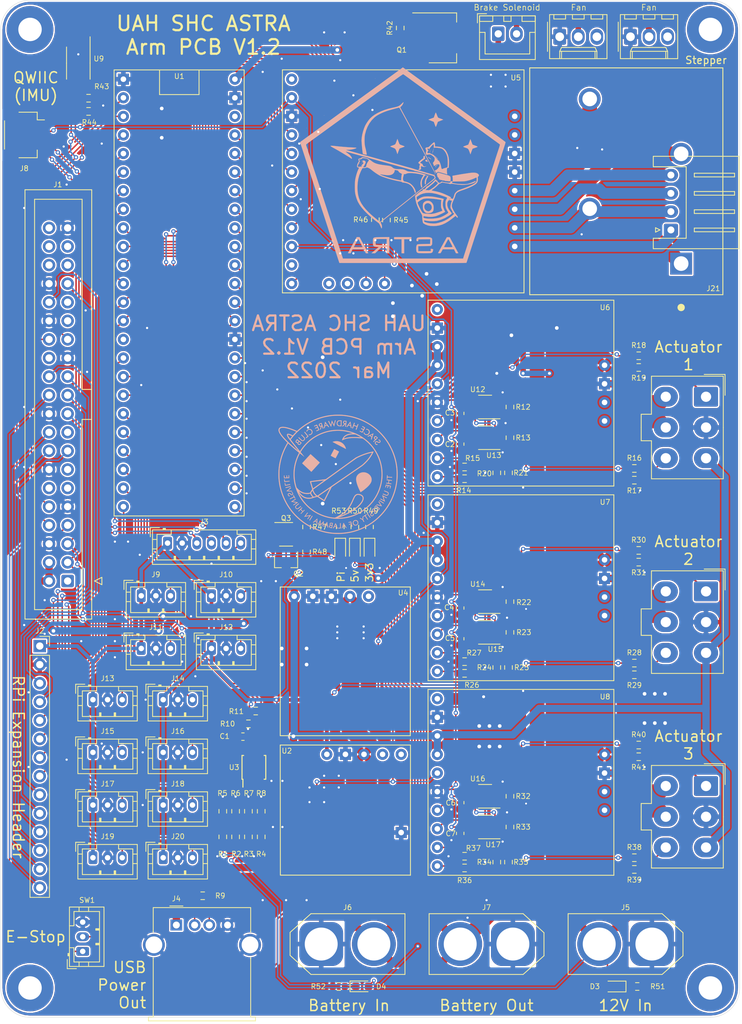
<source format=kicad_pcb>
(kicad_pcb (version 20171130) (host pcbnew "(5.1.10)-1")
  (layers (0 F.Cu signal) (31 B.Cu signal) (34 B.Paste user hide) (35 F.Paste user hide) (36 B.SilkS user hide) (37 F.SilkS user) (38 B.Mask user hide) (39 F.Mask user) (44 Edge.Cuts user))
  (net 0 "")
  (net 1 /RPi_SDA)
  (net 2 /RPi_SCL)
  (net 3 GND)
  (net 4 /RPi_GPI022)
  (net 5 /RPi_MOSI0)
  (net 6 /RPi_MISO0)
  (net 7 /RPi_SCLK0)
  (net 8 /RPi_GPIO13)
  (net 9 /RPi_TX)
  (net 10 /RPi_RX)
  (net 11 /RPi_GPIO23)
  (net 12 /RPi_GPIO24)
  (net 13 /RPi_GPIO25)
  (net 14 /RPi_CS0)
  (net 15 /RPi_GPIO12)
  (net 16 +12V)
  (net 17 +5V)
  (net 18 +BATT)
  (net 19 +3V3)
  (net 20 /M1_PWM1)
  (net 21 /M1_PWM2)
  (net 22 /M1_OCM)
  (net 23 /M1_OCM_3v)
  (net 24 /M1_DIAG_3v)
  (net 25 /M1_DIAG)
  (net 26 /M1_HALL1)
  (net 27 /M1_HALL1_3v)
  (net 28 /M1_HALL2_3v)
  (net 29 /M1_HALL2)
  (net 30 /M2_PWM1)
  (net 31 /M2_PWM2)
  (net 32 /M2_OCM_3v)
  (net 33 /M2_OCM)
  (net 34 /M2_DIAG)
  (net 35 /M2_DIAG_3v)
  (net 36 /M2_HALL1_3v)
  (net 37 /M2_HALL1)
  (net 38 /M2_HALL2_3v)
  (net 39 /M2_HALL2)
  (net 40 /M3_PWM1)
  (net 41 /M3_PWM2)
  (net 42 /M3_OCM_3v)
  (net 43 /M3_OCM)
  (net 44 /M3_DIAG)
  (net 45 /M3_DIAG_3v)
  (net 46 /M3_HALL1_3v)
  (net 47 /M3_HALL1)
  (net 48 /M3_HALL2)
  (net 49 /M3_HALL2_3v)
  (net 50 /Stepper_Step)
  (net 51 /Stepper_Dir)
  (net 52 /Stepper_Fault)
  (net 53 /Teensy_CS0)
  (net 54 /Teensy_MOSI0)
  (net 55 /Teensy_MISO0)
  (net 56 /Teensy_SCK0)
  (net 57 /Stepper_BEMF)
  (net 58 /Stepper_Stall)
  (net 59 /M3_DIR)
  (net 60 /M3_PWM)
  (net 61 /M2_PWM)
  (net 62 /M2_DIR)
  (net 63 /M1_DIR)
  (net 64 /M1_PWM)
  (net 65 /Encoder_CS)
  (net 66 /Hall_SW_2)
  (net 67 /Hall_SW_3)
  (net 68 /Hall_SW_4)
  (net 69 /Hall_SW_5)
  (net 70 /Hall_SW_6)
  (net 71 /Hall_SW_7)
  (net 72 /Hall_SW_8)
  (net 73 /Hall_SW_1)
  (net 74 /Hall_SW_9)
  (net 75 /Hall_SW_10)
  (net 76 /Hall_SW_11)
  (net 77 /Hall_SW_12)
  (net 78 "Net-(J21-Pad4)")
  (net 79 "Net-(J21-Pad3)")
  (net 80 "Net-(J21-Pad2)")
  (net 81 "Net-(J21-Pad1)")
  (net 82 "Net-(R1-Pad2)")
  (net 83 "Net-(R2-Pad2)")
  (net 84 "Net-(R3-Pad2)")
  (net 85 "Net-(R4-Pad2)")
  (net 86 "Net-(J4-Pad3)")
  (net 87 "Net-(J4-Pad2)")
  (net 88 "Net-(J22-Pad5)")
  (net 89 "Net-(J22-Pad4)")
  (net 90 "Net-(J23-Pad4)")
  (net 91 "Net-(J23-Pad5)")
  (net 92 "Net-(J24-Pad5)")
  (net 93 "Net-(J24-Pad4)")
  (net 94 /Motor_Enable)
  (net 95 /~Disable)
  (net 96 "Net-(J25-Pad2)")
  (net 97 /ID_SCL)
  (net 98 /5V_RPI)
  (net 99 /ID_SDA)
  (net 100 "Net-(Q2-Pad1)")
  (net 101 "Net-(Q3-Pad5)")
  (net 102 "Net-(R43-Pad1)")
  (net 103 "Net-(R45-Pad2)")
  (net 104 "Net-(D1-Pad1)")
  (net 105 "Net-(D2-Pad1)")
  (net 106 "Net-(D3-Pad1)")
  (net 107 "Net-(D4-Pad1)")
  (net 108 "Net-(D5-Pad1)")
  (module Resistor_SMD:R_0603_1608Metric (layer F.Cu) (at 68.4 101 90)
    (fp_text reference R53 (at 2.2 -0.2 180) (layer F.SilkS) (effects (font (size 0.7 0.7) (thickness 0.1))))
    (fp_text value 180)
    (pad 2 smd roundrect (at 0.825 0 90) (size 0.8 0.95) (layers F.Cu F.Paste F.Mask) (net 3 GND))
    (pad 1 smd roundrect (at -0.825 0 90) (size 0.8 0.95) (layers F.Cu F.Paste F.Mask) (net 108 "Net-(D5-Pad1)"))
  )
  (module LED_SMD:LED_0603_1608Metric_Pad1.05x0.95mm_HandSolder (layer F.Cu) (at 68.4 104.2 270)
    (fp_text reference D5 hide)
    (fp_text value G)
    (pad 2 smd roundrect (at 0.875 0 270) (size 1.05 0.95) (layers F.Cu F.Paste F.Mask) (net 98 /5V_RPI))
    (pad 1 smd roundrect (at -0.875 0 270) (size 1.05 0.95) (layers F.Cu F.Paste F.Mask) (net 108 "Net-(D5-Pad1)"))
  )
  (module Resistor_SMD:R_0603_1608Metric (layer F.Cu) (at 68.2 163.8 180)
    (fp_text reference R52 (at 2.8 0) (layer F.SilkS) (effects (font (size 0.7 0.7) (thickness 0.1))))
    (fp_text value 3.3k)
    (pad 2 smd roundrect (at 0.825 0 180) (size 0.8 0.95) (layers F.Cu F.Paste F.Mask) (net 3 GND))
    (pad 1 smd roundrect (at -0.825 0 180) (size 0.8 0.95) (layers F.Cu F.Paste F.Mask) (net 107 "Net-(D4-Pad1)"))
  )
  (module Resistor_SMD:R_0603_1608Metric (layer F.Cu) (at 109 163.8)
    (fp_text reference R51 (at 2.8 0) (layer F.SilkS) (effects (font (size 0.7 0.7) (thickness 0.1))))
    (fp_text value 1k)
    (pad 2 smd roundrect (at 0.825 0) (size 0.8 0.95) (layers F.Cu F.Paste F.Mask) (net 3 GND))
    (pad 1 smd roundrect (at -0.825 0) (size 0.8 0.95) (layers F.Cu F.Paste F.Mask) (net 106 "Net-(D3-Pad1)"))
  )
  (module Resistor_SMD:R_0603_1608Metric (layer F.Cu) (at 70.4 101 90)
    (fp_text reference R50 (at 2.2 0 180) (layer F.SilkS) (effects (font (size 0.7 0.7) (thickness 0.1))))
    (fp_text value 180)
    (pad 2 smd roundrect (at 0.825 0 90) (size 0.8 0.95) (layers F.Cu F.Paste F.Mask) (net 3 GND))
    (pad 1 smd roundrect (at -0.825 0 90) (size 0.8 0.95) (layers F.Cu F.Paste F.Mask) (net 105 "Net-(D2-Pad1)"))
  )
  (module Resistor_SMD:R_0603_1608Metric (layer F.Cu) (at 72.4 101 90)
    (fp_text reference R49 (at 2.2 0.2 180) (layer F.SilkS) (effects (font (size 0.7 0.7) (thickness 0.1))))
    (fp_text value 10)
    (pad 2 smd roundrect (at 0.825 0 90) (size 0.8 0.95) (layers F.Cu F.Paste F.Mask) (net 3 GND))
    (pad 1 smd roundrect (at -0.825 0 90) (size 0.8 0.95) (layers F.Cu F.Paste F.Mask) (net 104 "Net-(D1-Pad1)"))
  )
  (module LED_SMD:LED_0603_1608Metric_Pad1.05x0.95mm_HandSolder (layer F.Cu) (at 71.4 163.78)
    (fp_text reference D4 (at 2.6 0.02) (layer F.SilkS) (effects (font (size 0.7 0.7) (thickness 0.1))))
    (fp_text value G)
    (pad 2 smd roundrect (at 0.875 0) (size 1.05 0.95) (layers F.Cu F.Paste F.Mask) (net 18 +BATT))
    (pad 1 smd roundrect (at -0.875 0) (size 1.05 0.95) (layers F.Cu F.Paste F.Mask) (net 107 "Net-(D4-Pad1)"))
  )
  (module LED_SMD:LED_0603_1608Metric_Pad1.05x0.95mm_HandSolder (layer F.Cu) (at 105.8 163.8 180)
    (fp_text reference D3 (at 2.6 0) (layer F.SilkS) (effects (font (size 0.7 0.7) (thickness 0.1))))
    (fp_text value G)
    (pad 2 smd roundrect (at 0.875 0 180) (size 1.05 0.95) (layers F.Cu F.Paste F.Mask) (net 16 +12V))
    (pad 1 smd roundrect (at -0.875 0 180) (size 1.05 0.95) (layers F.Cu F.Paste F.Mask) (net 106 "Net-(D3-Pad1)"))
  )
  (module LED_SMD:LED_0603_1608Metric_Pad1.05x0.95mm_HandSolder (layer F.Cu) (at 70.4 104.2 270)
    (fp_text reference D2 hide)
    (fp_text value G)
    (pad 2 smd roundrect (at 0.875 0 270) (size 1.05 0.95) (layers F.Cu F.Paste F.Mask) (net 17 +5V))
    (pad 1 smd roundrect (at -0.875 0 270) (size 1.05 0.95) (layers F.Cu F.Paste F.Mask) (net 105 "Net-(D2-Pad1)"))
  )
  (module LED_SMD:LED_0603_1608Metric_Pad1.05x0.95mm_HandSolder (layer F.Cu) (at 72.4 104.2 270)
    (fp_text reference D1 hide)
    (fp_text value G)
    (pad 2 smd roundrect (at 0.875 0 270) (size 1.05 0.95) (layers F.Cu F.Paste F.Mask) (net 19 +3V3))
    (pad 1 smd roundrect (at -0.875 0 270) (size 1.05 0.95) (layers F.Cu F.Paste F.Mask) (net 104 "Net-(D1-Pad1)"))
  )
  (module Package_SO:TSSOP-8_3x3mm_P0.65mm (layer F.Cu) (at 56.6 133.85 90)
    (fp_text reference U3 (at 0 -2.7 180) (layer F.SilkS) (effects (font (size 0.7 0.7) (thickness 0.1))))
    (fp_text value MAX11607)
    (pad 8 smd rect (at 2.15 -0.975 90) (size 1.1 0.4) (layers F.Cu F.Paste F.Mask) (net 19 +3V3))
    (pad 7 smd rect (at 2.15 -0.325 90) (size 1.1 0.4) (layers F.Cu F.Paste F.Mask) (net 3 GND))
    (pad 6 smd rect (at 2.15 0.325 90) (size 1.1 0.4) (layers F.Cu F.Paste F.Mask) (net 1 /RPi_SDA))
    (pad 5 smd rect (at 2.15 0.975 90) (size 1.1 0.4) (layers F.Cu F.Paste F.Mask) (net 2 /RPi_SCL))
    (pad 4 smd rect (at -2.15 0.975 90) (size 1.1 0.4) (layers F.Cu F.Paste F.Mask) (net 85 "Net-(R4-Pad2)"))
    (pad 3 smd rect (at -2.15 0.325 90) (size 1.1 0.4) (layers F.Cu F.Paste F.Mask) (net 84 "Net-(R3-Pad2)"))
    (pad 2 smd rect (at -2.15 -0.325 90) (size 1.1 0.4) (layers F.Cu F.Paste F.Mask) (net 83 "Net-(R2-Pad2)"))
    (pad 1 smd rect (at -2.15 -0.975 90) (size 1.1 0.4) (layers F.Cu F.Paste F.Mask) (net 82 "Net-(R1-Pad2)"))
  )
  (module ASTRA_Footprints:SHCLogoSmall (layer B.Cu) (at 68.1 93.8 180)
    (fp_text reference G*** hide)
    (fp_text value LOGO hide)
  )
  (module ASTRA_Footprints:ATRALogo (layer B.Cu) (at 77 51.4 180)
    (fp_text reference G*** hide)
    (fp_text value LOGO hide)
  )
  (module MountingHole:MountingHole_3.2mm_M3_Pad (layer F.Cu) (at 26 33)
    (fp_text reference H4 hide)
    (fp_text value MountingHole)
    (pad 1 thru_hole circle (at 0 0) (size 6.4 6.4) (drill 3.2) (layers *.Cu *.Mask))
  )
  (module MountingHole:MountingHole_3.2mm_M3_Pad (layer F.Cu) (at 26 164)
    (fp_text reference H3 hide)
    (fp_text value MountingHole)
    (pad 1 thru_hole circle (at 0 0) (size 6.4 6.4) (drill 3.2) (layers *.Cu *.Mask))
  )
  (module MountingHole:MountingHole_3.2mm_M3_Pad (layer F.Cu) (at 119 164)
    (fp_text reference H2 hide)
    (fp_text value MountingHole)
    (pad 1 thru_hole circle (at 0 0) (size 6.4 6.4) (drill 3.2) (layers *.Cu *.Mask))
  )
  (module MountingHole:MountingHole_3.2mm_M3_Pad (layer F.Cu) (at 119 33)
    (fp_text reference H1 hide)
    (fp_text value MountingHole)
    (pad 1 thru_hole circle (at 0 0) (size 6.4 6.4) (drill 3.2) (layers *.Cu *.Mask))
  )
  (module Package_SO:TSSOP-8_4.4x3mm_P0.65mm (layer F.Cu) (at 32.6 37.6 270)
    (fp_text reference U9 (at -0.6 -2.8 180) (layer F.SilkS) (effects (font (size 0.7 0.7) (thickness 0.1))))
    (fp_text value CAT24C32)
    (pad 8 smd roundrect (at 2.8625 -0.975 270) (size 1.475 0.4) (layers F.Cu F.Paste F.Mask))
    (pad 7 smd roundrect (at 2.8625 -0.325 270) (size 1.475 0.4) (layers F.Cu F.Paste F.Mask) (net 102 "Net-(R43-Pad1)"))
    (pad 6 smd roundrect (at 2.8625 0.325 270) (size 1.475 0.4) (layers F.Cu F.Paste F.Mask) (net 97 /ID_SCL))
    (pad 5 smd roundrect (at 2.8625 0.975 270) (size 1.475 0.4) (layers F.Cu F.Paste F.Mask) (net 99 /ID_SDA))
    (pad 4 smd roundrect (at -2.8625 0.975 270) (size 1.475 0.4) (layers F.Cu F.Paste F.Mask) (net 3 GND))
    (pad 3 smd roundrect (at -2.8625 0.325 270) (size 1.475 0.4) (layers F.Cu F.Paste F.Mask) (net 3 GND))
    (pad 2 smd roundrect (at -2.8625 -0.325 270) (size 1.475 0.4) (layers F.Cu F.Paste F.Mask) (net 3 GND))
    (pad 1 smd roundrect (at -2.8625 -0.975 270) (size 1.475 0.4) (layers F.Cu F.Paste F.Mask) (net 3 GND))
  )
  (module Resistor_SMD:R_0603_1608Metric_Pad0.98x0.95mm_HandSolder (layer F.Cu) (at 63.8 104.4 90)
    (fp_text reference R48 (at 0 1.8 180) (layer F.SilkS) (effects (font (size 0.7 0.7) (thickness 0.1))))
    (fp_text value 47k)
    (pad 2 smd roundrect (at 0.9125 0 90) (size 0.975 0.95) (layers F.Cu F.Paste F.Mask) (net 100 "Net-(Q2-Pad1)"))
    (pad 1 smd roundrect (at -0.9125 0 90) (size 0.975 0.95) (layers F.Cu F.Paste F.Mask) (net 3 GND))
  )
  (module Resistor_SMD:R_0603_1608Metric_Pad0.98x0.95mm_HandSolder (layer F.Cu) (at 63.8 101 270)
    (fp_text reference R47 (at 0 -1.8 180) (layer F.SilkS) (effects (font (size 0.7 0.7) (thickness 0.1))))
    (fp_text value 10k)
    (pad 2 smd roundrect (at 0.9125 0 270) (size 0.975 0.95) (layers F.Cu F.Paste F.Mask) (net 101 "Net-(Q3-Pad5)"))
    (pad 1 smd roundrect (at -0.9125 0 270) (size 0.975 0.95) (layers F.Cu F.Paste F.Mask) (net 3 GND))
  )
  (module Resistor_SMD:R_0603_1608Metric_Pad0.98x0.95mm_HandSolder (layer F.Cu) (at 73.2 59 90)
    (fp_text reference R46 (at 0 -2 180) (layer F.SilkS) (effects (font (size 0.7 0.7) (thickness 0.1))))
    (fp_text value 10k)
    (pad 2 smd roundrect (at 0.9125 0 90) (size 0.975 0.95) (layers F.Cu F.Paste F.Mask) (net 57 /Stepper_BEMF))
    (pad 1 smd roundrect (at -0.9125 0 90) (size 0.975 0.95) (layers F.Cu F.Paste F.Mask) (net 3 GND))
  )
  (module Resistor_SMD:R_0603_1608Metric_Pad0.98x0.95mm_HandSolder (layer F.Cu) (at 74.715 59.055 270)
    (fp_text reference R45 (at 0 -1.985 180) (layer F.SilkS) (effects (font (size 0.7 0.7) (thickness 0.1))))
    (fp_text value 10k)
    (pad 2 smd roundrect (at 0.9125 0 270) (size 0.975 0.95) (layers F.Cu F.Paste F.Mask) (net 103 "Net-(R45-Pad2)"))
    (pad 1 smd roundrect (at -0.9125 0 270) (size 0.975 0.95) (layers F.Cu F.Paste F.Mask) (net 57 /Stepper_BEMF))
  )
  (module Resistor_SMD:R_0603_1608Metric_Pad0.98x0.95mm_HandSolder (layer F.Cu) (at 34 44.2)
    (fp_text reference R44 (at 0.1 1.5) (layer F.SilkS) (effects (font (size 0.7 0.7) (thickness 0.1))))
    (fp_text value 10k)
    (pad 2 smd roundrect (at 0.9125 0) (size 0.975 0.95) (layers F.Cu F.Paste F.Mask) (net 19 +3V3))
    (pad 1 smd roundrect (at -0.9125 0) (size 0.975 0.95) (layers F.Cu F.Paste F.Mask) (net 102 "Net-(R43-Pad1)"))
  )
  (module Resistor_SMD:R_0603_1608Metric_Pad0.98x0.95mm_HandSolder (layer F.Cu) (at 34 42.4)
    (fp_text reference R43 (at 1.8 -1.6) (layer F.SilkS) (effects (font (size 0.7 0.7) (thickness 0.1))))
    (fp_text value DNP)
    (pad 2 smd roundrect (at 0.9125 0) (size 0.975 0.95) (layers F.Cu F.Paste F.Mask) (net 3 GND))
    (pad 1 smd roundrect (at -0.9125 0) (size 0.975 0.95) (layers F.Cu F.Paste F.Mask) (net 102 "Net-(R43-Pad1)"))
  )
  (module Resistor_SMD:R_0603_1608Metric_Pad0.98x0.95mm_HandSolder (layer F.Cu) (at 76.6 32.8 90)
    (fp_text reference R42 (at 0 -1.43 90) (layer F.SilkS) (effects (font (size 0.7 0.7) (thickness 0.1))))
    (fp_text value 100k)
    (pad 2 smd roundrect (at 0.9125 0 90) (size 0.975 0.95) (layers F.Cu F.Paste F.Mask) (net 95 /~Disable))
    (pad 1 smd roundrect (at -0.9125 0 90) (size 0.975 0.95) (layers F.Cu F.Paste F.Mask) (net 3 GND))
  )
  (module Resistor_SMD:R_0603_1608Metric_Pad0.98x0.95mm_HandSolder (layer F.Cu) (at 109.2 132.4 180)
    (fp_text reference R41 (at 0 -1.43) (layer F.SilkS) (effects (font (size 0.7 0.7) (thickness 0.1))))
    (fp_text value 20k)
    (pad 2 smd roundrect (at 0.9125 0 180) (size 0.975 0.95) (layers F.Cu F.Paste F.Mask) (net 49 /M3_HALL2_3v))
    (pad 1 smd roundrect (at -0.9125 0 180) (size 0.975 0.95) (layers F.Cu F.Paste F.Mask) (net 3 GND))
  )
  (module Resistor_SMD:R_0603_1608Metric_Pad0.98x0.95mm_HandSolder (layer F.Cu) (at 109.2 130.8)
    (fp_text reference R40 (at 0 -1.43) (layer F.SilkS) (effects (font (size 0.7 0.7) (thickness 0.1))))
    (fp_text value 10k)
    (pad 2 smd roundrect (at 0.9125 0) (size 0.975 0.95) (layers F.Cu F.Paste F.Mask) (net 48 /M3_HALL2))
    (pad 1 smd roundrect (at -0.9125 0) (size 0.975 0.95) (layers F.Cu F.Paste F.Mask) (net 49 /M3_HALL2_3v))
  )
  (module Resistor_SMD:R_0603_1608Metric_Pad0.98x0.95mm_HandSolder (layer F.Cu) (at 108.6 147.8 180)
    (fp_text reference R39 (at 0 -1.43) (layer F.SilkS) (effects (font (size 0.7 0.7) (thickness 0.1))))
    (fp_text value 20k)
    (pad 2 smd roundrect (at 0.9125 0 180) (size 0.975 0.95) (layers F.Cu F.Paste F.Mask) (net 46 /M3_HALL1_3v))
    (pad 1 smd roundrect (at -0.9125 0 180) (size 0.975 0.95) (layers F.Cu F.Paste F.Mask) (net 3 GND))
  )
  (module Resistor_SMD:R_0603_1608Metric_Pad0.98x0.95mm_HandSolder (layer F.Cu) (at 108.6 146.2)
    (fp_text reference R38 (at 0 -1.43) (layer F.SilkS) (effects (font (size 0.7 0.7) (thickness 0.1))))
    (fp_text value 10k)
    (pad 2 smd roundrect (at 0.9125 0) (size 0.975 0.95) (layers F.Cu F.Paste F.Mask) (net 47 /M3_HALL1))
    (pad 1 smd roundrect (at -0.9125 0) (size 0.975 0.95) (layers F.Cu F.Paste F.Mask) (net 46 /M3_HALL1_3v))
  )
  (module Resistor_SMD:R_0603_1608Metric_Pad0.98x0.95mm_HandSolder (layer F.Cu) (at 85.4 146)
    (fp_text reference R37 (at 1.2 -1.1) (layer F.SilkS) (effects (font (size 0.7 0.7) (thickness 0.1))))
    (fp_text value 20k)
    (pad 2 smd roundrect (at 0.9125 0) (size 0.975 0.95) (layers F.Cu F.Paste F.Mask) (net 45 /M3_DIAG_3v))
    (pad 1 smd roundrect (at -0.9125 0) (size 0.975 0.95) (layers F.Cu F.Paste F.Mask) (net 3 GND))
  )
  (module Resistor_SMD:R_0603_1608Metric_Pad0.98x0.95mm_HandSolder (layer F.Cu) (at 85.4 147.6 180)
    (fp_text reference R36 (at 0 -1.7) (layer F.SilkS) (effects (font (size 0.7 0.7) (thickness 0.1))))
    (fp_text value 10k)
    (pad 2 smd roundrect (at 0.9125 0 180) (size 0.975 0.95) (layers F.Cu F.Paste F.Mask) (net 44 /M3_DIAG))
    (pad 1 smd roundrect (at -0.9125 0 180) (size 0.975 0.95) (layers F.Cu F.Paste F.Mask) (net 45 /M3_DIAG_3v))
  )
  (module Resistor_SMD:R_0603_1608Metric_Pad0.98x0.95mm_HandSolder (layer F.Cu) (at 91.4 146.8 270)
    (fp_text reference R35 (at 0 -1.7 180) (layer F.SilkS) (effects (font (size 0.7 0.7) (thickness 0.1))))
    (fp_text value 10k)
    (pad 2 smd roundrect (at 0.9125 0 270) (size 0.975 0.95) (layers F.Cu F.Paste F.Mask) (net 42 /M3_OCM_3v))
    (pad 1 smd roundrect (at -0.9125 0 270) (size 0.975 0.95) (layers F.Cu F.Paste F.Mask) (net 3 GND))
  )
  (module Resistor_SMD:R_0603_1608Metric_Pad0.98x0.95mm_HandSolder (layer F.Cu) (at 89.8 146.8 90)
    (fp_text reference R34 (at 0 -1.7 180) (layer F.SilkS) (effects (font (size 0.7 0.7) (thickness 0.1))))
    (fp_text value 10k)
    (pad 2 smd roundrect (at 0.9125 0 90) (size 0.975 0.95) (layers F.Cu F.Paste F.Mask) (net 43 /M3_OCM))
    (pad 1 smd roundrect (at -0.9125 0 90) (size 0.975 0.95) (layers F.Cu F.Paste F.Mask) (net 42 /M3_OCM_3v))
  )
  (module Resistor_SMD:R_0603_1608Metric_Pad0.98x0.95mm_HandSolder (layer F.Cu) (at 91.6 142 90)
    (fp_text reference R33 (at 0 1.8 180) (layer F.SilkS) (effects (font (size 0.7 0.7) (thickness 0.1))))
    (fp_text value 100k)
    (pad 2 smd roundrect (at 0.9125 0 90) (size 0.975 0.95) (layers F.Cu F.Paste F.Mask) (net 59 /M3_DIR))
    (pad 1 smd roundrect (at -0.9125 0 90) (size 0.975 0.95) (layers F.Cu F.Paste F.Mask) (net 3 GND))
  )
  (module Resistor_SMD:R_0603_1608Metric_Pad0.98x0.95mm_HandSolder (layer F.Cu) (at 91.6 137.8 270)
    (fp_text reference R32 (at 0 -1.8 180) (layer F.SilkS) (effects (font (size 0.7 0.7) (thickness 0.1))))
    (fp_text value 100k)
    (pad 2 smd roundrect (at 0.9125 0 270) (size 0.975 0.95) (layers F.Cu F.Paste F.Mask) (net 60 /M3_PWM))
    (pad 1 smd roundrect (at -0.9125 0 270) (size 0.975 0.95) (layers F.Cu F.Paste F.Mask) (net 3 GND))
  )
  (module Resistor_SMD:R_0603_1608Metric_Pad0.98x0.95mm_HandSolder (layer F.Cu) (at 109.2 105.8 180)
    (fp_text reference R31 (at 0 -1.43) (layer F.SilkS) (effects (font (size 0.7 0.7) (thickness 0.1))))
    (fp_text value 20k)
    (pad 2 smd roundrect (at 0.9125 0 180) (size 0.975 0.95) (layers F.Cu F.Paste F.Mask) (net 38 /M2_HALL2_3v))
    (pad 1 smd roundrect (at -0.9125 0 180) (size 0.975 0.95) (layers F.Cu F.Paste F.Mask) (net 3 GND))
  )
  (module Resistor_SMD:R_0603_1608Metric_Pad0.98x0.95mm_HandSolder (layer F.Cu) (at 109.2 104.2)
    (fp_text reference R30 (at 0 -1.43) (layer F.SilkS) (effects (font (size 0.7 0.7) (thickness 0.1))))
    (fp_text value 10k)
    (pad 2 smd roundrect (at 0.9125 0) (size 0.975 0.95) (layers F.Cu F.Paste F.Mask) (net 39 /M2_HALL2))
    (pad 1 smd roundrect (at -0.9125 0) (size 0.975 0.95) (layers F.Cu F.Paste F.Mask) (net 38 /M2_HALL2_3v))
  )
  (module Resistor_SMD:R_0603_1608Metric_Pad0.98x0.95mm_HandSolder (layer F.Cu) (at 108.6 121.2 180)
    (fp_text reference R29 (at 0 -1.43) (layer F.SilkS) (effects (font (size 0.7 0.7) (thickness 0.1))))
    (fp_text value 20k)
    (pad 2 smd roundrect (at 0.9125 0 180) (size 0.975 0.95) (layers F.Cu F.Paste F.Mask) (net 36 /M2_HALL1_3v))
    (pad 1 smd roundrect (at -0.9125 0 180) (size 0.975 0.95) (layers F.Cu F.Paste F.Mask) (net 3 GND))
  )
  (module Resistor_SMD:R_0603_1608Metric_Pad0.98x0.95mm_HandSolder (layer F.Cu) (at 108.6 119.6)
    (fp_text reference R28 (at 0 -1.43) (layer F.SilkS) (effects (font (size 0.7 0.7) (thickness 0.1))))
    (fp_text value 10k)
    (pad 2 smd roundrect (at 0.9125 0) (size 0.975 0.95) (layers F.Cu F.Paste F.Mask) (net 37 /M2_HALL1))
    (pad 1 smd roundrect (at -0.9125 0) (size 0.975 0.95) (layers F.Cu F.Paste F.Mask) (net 36 /M2_HALL1_3v))
  )
  (module Resistor_SMD:R_0603_1608Metric_Pad0.98x0.95mm_HandSolder (layer F.Cu) (at 85.4 119.4)
    (fp_text reference R27 (at 1.3 -1.2) (layer F.SilkS) (effects (font (size 0.7 0.7) (thickness 0.1))))
    (fp_text value 20k)
    (pad 2 smd roundrect (at 0.9125 0) (size 0.975 0.95) (layers F.Cu F.Paste F.Mask) (net 35 /M2_DIAG_3v))
    (pad 1 smd roundrect (at -0.9125 0) (size 0.975 0.95) (layers F.Cu F.Paste F.Mask) (net 3 GND))
  )
  (module Resistor_SMD:R_0603_1608Metric_Pad0.98x0.95mm_HandSolder (layer F.Cu) (at 85.4 121 180)
    (fp_text reference R26 (at -1 -1.6) (layer F.SilkS) (effects (font (size 0.7 0.7) (thickness 0.1))))
    (fp_text value 10k)
    (pad 2 smd roundrect (at 0.9125 0 180) (size 0.975 0.95) (layers F.Cu F.Paste F.Mask) (net 34 /M2_DIAG))
    (pad 1 smd roundrect (at -0.9125 0 180) (size 0.975 0.95) (layers F.Cu F.Paste F.Mask) (net 35 /M2_DIAG_3v))
  )
  (module Resistor_SMD:R_0603_1608Metric_Pad0.98x0.95mm_HandSolder (layer F.Cu) (at 91.4 120.2 270)
    (fp_text reference R25 (at 0 -1.8 180) (layer F.SilkS) (effects (font (size 0.7 0.7) (thickness 0.1))))
    (fp_text value 10k)
    (pad 2 smd roundrect (at 0.9125 0 270) (size 0.975 0.95) (layers F.Cu F.Paste F.Mask) (net 32 /M2_OCM_3v))
    (pad 1 smd roundrect (at -0.9125 0 270) (size 0.975 0.95) (layers F.Cu F.Paste F.Mask) (net 3 GND))
  )
  (module Resistor_SMD:R_0603_1608Metric_Pad0.98x0.95mm_HandSolder (layer F.Cu) (at 89.8 120.2 90)
    (fp_text reference R24 (at 0 -1.7 180) (layer F.SilkS) (effects (font (size 0.7 0.7) (thickness 0.1))))
    (fp_text value 10k)
    (pad 2 smd roundrect (at 0.9125 0 90) (size 0.975 0.95) (layers F.Cu F.Paste F.Mask) (net 33 /M2_OCM))
    (pad 1 smd roundrect (at -0.9125 0 90) (size 0.975 0.95) (layers F.Cu F.Paste F.Mask) (net 32 /M2_OCM_3v))
  )
  (module Resistor_SMD:R_0603_1608Metric_Pad0.98x0.95mm_HandSolder (layer F.Cu) (at 91.6 115.4 90)
    (fp_text reference R23 (at 0 1.9 180) (layer F.SilkS) (effects (font (size 0.7 0.7) (thickness 0.1))))
    (fp_text value 100k)
    (pad 2 smd roundrect (at 0.9125 0 90) (size 0.975 0.95) (layers F.Cu F.Paste F.Mask) (net 62 /M2_DIR))
    (pad 1 smd roundrect (at -0.9125 0 90) (size 0.975 0.95) (layers F.Cu F.Paste F.Mask) (net 3 GND))
  )
  (module Resistor_SMD:R_0603_1608Metric_Pad0.98x0.95mm_HandSolder (layer F.Cu) (at 91.6 111.2 270)
    (fp_text reference R22 (at 0.1 -1.9 180) (layer F.SilkS) (effects (font (size 0.7 0.7) (thickness 0.1))))
    (fp_text value 100k)
    (pad 2 smd roundrect (at 0.9125 0 270) (size 0.975 0.95) (layers F.Cu F.Paste F.Mask) (net 61 /M2_PWM))
    (pad 1 smd roundrect (at -0.9125 0 270) (size 0.975 0.95) (layers F.Cu F.Paste F.Mask) (net 3 GND))
  )
  (module Resistor_SMD:R_0603_1608Metric_Pad0.98x0.95mm_HandSolder (layer F.Cu) (at 91.4 93.6 270)
    (fp_text reference R21 (at 0 -1.7 180) (layer F.SilkS) (effects (font (size 0.7 0.7) (thickness 0.1))))
    (fp_text value 10k)
    (pad 2 smd roundrect (at 0.9125 0 270) (size 0.975 0.95) (layers F.Cu F.Paste F.Mask) (net 23 /M1_OCM_3v))
    (pad 1 smd roundrect (at -0.9125 0 270) (size 0.975 0.95) (layers F.Cu F.Paste F.Mask) (net 3 GND))
  )
  (module Resistor_SMD:R_0603_1608Metric_Pad0.98x0.95mm_HandSolder (layer F.Cu) (at 89.8 93.6 90)
    (fp_text reference R20 (at -0.1 -1.7 180) (layer F.SilkS) (effects (font (size 0.7 0.7) (thickness 0.1))))
    (fp_text value 10k)
    (pad 2 smd roundrect (at 0.9125 0 90) (size 0.975 0.95) (layers F.Cu F.Paste F.Mask) (net 22 /M1_OCM))
    (pad 1 smd roundrect (at -0.9125 0 90) (size 0.975 0.95) (layers F.Cu F.Paste F.Mask) (net 23 /M1_OCM_3v))
  )
  (module Resistor_SMD:R_0603_1608Metric_Pad0.98x0.95mm_HandSolder (layer F.Cu) (at 109.2 79.2 180)
    (fp_text reference R19 (at 0 -1.43) (layer F.SilkS) (effects (font (size 0.7 0.7) (thickness 0.1))))
    (fp_text value 20k)
    (pad 2 smd roundrect (at 0.9125 0 180) (size 0.975 0.95) (layers F.Cu F.Paste F.Mask) (net 28 /M1_HALL2_3v))
    (pad 1 smd roundrect (at -0.9125 0 180) (size 0.975 0.95) (layers F.Cu F.Paste F.Mask) (net 3 GND))
  )
  (module Resistor_SMD:R_0603_1608Metric_Pad0.98x0.95mm_HandSolder (layer F.Cu) (at 109.2 77.6)
    (fp_text reference R18 (at 0 -1.43) (layer F.SilkS) (effects (font (size 0.7 0.7) (thickness 0.1))))
    (fp_text value 10k)
    (pad 2 smd roundrect (at 0.9125 0) (size 0.975 0.95) (layers F.Cu F.Paste F.Mask) (net 29 /M1_HALL2))
    (pad 1 smd roundrect (at -0.9125 0) (size 0.975 0.95) (layers F.Cu F.Paste F.Mask) (net 28 /M1_HALL2_3v))
  )
  (module Resistor_SMD:R_0603_1608Metric_Pad0.98x0.95mm_HandSolder (layer F.Cu) (at 108.6 94.6 180)
    (fp_text reference R17 (at 0 -1.43) (layer F.SilkS) (effects (font (size 0.7 0.7) (thickness 0.1))))
    (fp_text value 20k)
    (pad 2 smd roundrect (at 0.9125 0 180) (size 0.975 0.95) (layers F.Cu F.Paste F.Mask) (net 27 /M1_HALL1_3v))
    (pad 1 smd roundrect (at -0.9125 0 180) (size 0.975 0.95) (layers F.Cu F.Paste F.Mask) (net 3 GND))
  )
  (module Resistor_SMD:R_0603_1608Metric_Pad0.98x0.95mm_HandSolder (layer F.Cu) (at 108.6 93)
    (fp_text reference R16 (at 0 -1.43) (layer F.SilkS) (effects (font (size 0.7 0.7) (thickness 0.1))))
    (fp_text value 10k)
    (pad 2 smd roundrect (at 0.9125 0) (size 0.975 0.95) (layers F.Cu F.Paste F.Mask) (net 26 /M1_HALL1))
    (pad 1 smd roundrect (at -0.9125 0) (size 0.975 0.95) (layers F.Cu F.Paste F.Mask) (net 27 /M1_HALL1_3v))
  )
  (module Resistor_SMD:R_0603_1608Metric_Pad0.98x0.95mm_HandSolder (layer F.Cu) (at 85.4 92.8)
    (fp_text reference R15 (at 1.1 -1.2) (layer F.SilkS) (effects (font (size 0.7 0.7) (thickness 0.1))))
    (fp_text value 20k)
    (pad 2 smd roundrect (at 0.9125 0) (size 0.975 0.95) (layers F.Cu F.Paste F.Mask) (net 24 /M1_DIAG_3v))
    (pad 1 smd roundrect (at -0.9125 0) (size 0.975 0.95) (layers F.Cu F.Paste F.Mask) (net 3 GND))
  )
  (module Resistor_SMD:R_0603_1608Metric_Pad0.98x0.95mm_HandSolder (layer F.Cu) (at 85.4 94.4 180)
    (fp_text reference R14 (at 0.1 -1.6) (layer F.SilkS) (effects (font (size 0.7 0.7) (thickness 0.1))))
    (fp_text value 10k)
    (pad 2 smd roundrect (at 0.9125 0 180) (size 0.975 0.95) (layers F.Cu F.Paste F.Mask) (net 25 /M1_DIAG))
    (pad 1 smd roundrect (at -0.9125 0 180) (size 0.975 0.95) (layers F.Cu F.Paste F.Mask) (net 24 /M1_DIAG_3v))
  )
  (module Resistor_SMD:R_0603_1608Metric_Pad0.98x0.95mm_HandSolder (layer F.Cu) (at 91.6 88.8 90)
    (fp_text reference R13 (at 0 1.8 180) (layer F.SilkS) (effects (font (size 0.7 0.7) (thickness 0.1))))
    (fp_text value 100k)
    (pad 2 smd roundrect (at 0.9125 0 90) (size 0.975 0.95) (layers F.Cu F.Paste F.Mask) (net 63 /M1_DIR))
    (pad 1 smd roundrect (at -0.9125 0 90) (size 0.975 0.95) (layers F.Cu F.Paste F.Mask) (net 3 GND))
  )
  (module Resistor_SMD:R_0603_1608Metric_Pad0.98x0.95mm_HandSolder (layer F.Cu) (at 91.6 84.6 270)
    (fp_text reference R12 (at 0 -1.8 180) (layer F.SilkS) (effects (font (size 0.7 0.7) (thickness 0.1))))
    (fp_text value 100k)
    (pad 2 smd roundrect (at 0.9125 0 270) (size 0.975 0.95) (layers F.Cu F.Paste F.Mask) (net 64 /M1_PWM))
    (pad 1 smd roundrect (at -0.9125 0 270) (size 0.975 0.95) (layers F.Cu F.Paste F.Mask) (net 3 GND))
  )
  (module Resistor_SMD:R_0603_1608Metric_Pad0.98x0.95mm_HandSolder (layer F.Cu) (at 56.85 126.15 180)
    (fp_text reference R11 (at 2.65 -0.05) (layer F.SilkS) (effects (font (size 0.7 0.7) (thickness 0.1))))
    (fp_text value 100k)
    (pad 2 smd roundrect (at 0.9125 0 180) (size 0.975 0.95) (layers F.Cu F.Paste F.Mask) (net 19 +3V3))
    (pad 1 smd roundrect (at -0.9125 0 180) (size 0.975 0.95) (layers F.Cu F.Paste F.Mask) (net 2 /RPi_SCL))
  )
  (module Resistor_SMD:R_0603_1608Metric_Pad0.98x0.95mm_HandSolder (layer F.Cu) (at 55.85 127.9 180)
    (fp_text reference R10 (at 2.85 0) (layer F.SilkS) (effects (font (size 0.7 0.7) (thickness 0.1))))
    (fp_text value 100k)
    (pad 2 smd roundrect (at 0.9125 0 180) (size 0.975 0.95) (layers F.Cu F.Paste F.Mask) (net 19 +3V3))
    (pad 1 smd roundrect (at -0.9125 0 180) (size 0.975 0.95) (layers F.Cu F.Paste F.Mask) (net 1 /RPi_SDA))
  )
  (module Resistor_SMD:R_0603_1608Metric_Pad0.98x0.95mm_HandSolder (layer F.Cu) (at 49.6 151.4 180)
    (fp_text reference R9 (at -2.4 0) (layer F.SilkS) (effects (font (size 0.7 0.7) (thickness 0.1))))
    (fp_text value 200)
    (pad 2 smd roundrect (at 0.9125 0 180) (size 0.975 0.95) (layers F.Cu F.Paste F.Mask) (net 87 "Net-(J4-Pad2)"))
    (pad 1 smd roundrect (at -0.9125 0 180) (size 0.975 0.95) (layers F.Cu F.Paste F.Mask) (net 86 "Net-(J4-Pad3)"))
  )
  (module Resistor_SMD:R_0603_1608Metric_Pad0.98x0.95mm_HandSolder (layer F.Cu) (at 57.6 139.85 90)
    (fp_text reference R8 (at 2.45 0 180) (layer F.SilkS) (effects (font (size 0.7 0.7) (thickness 0.1))))
    (fp_text value 10k)
    (pad 2 smd roundrect (at 0.9125 0 90) (size 0.975 0.95) (layers F.Cu F.Paste F.Mask) (net 3 GND))
    (pad 1 smd roundrect (at -0.9125 0 90) (size 0.975 0.95) (layers F.Cu F.Paste F.Mask) (net 85 "Net-(R4-Pad2)"))
  )
  (module Resistor_SMD:R_0603_1608Metric_Pad0.98x0.95mm_HandSolder (layer F.Cu) (at 55.85 139.85 90)
    (fp_text reference R7 (at 2.45 0.05 180) (layer F.SilkS) (effects (font (size 0.7 0.7) (thickness 0.1))))
    (fp_text value 10k)
    (pad 2 smd roundrect (at 0.9125 0 90) (size 0.975 0.95) (layers F.Cu F.Paste F.Mask) (net 3 GND))
    (pad 1 smd roundrect (at -0.9125 0 90) (size 0.975 0.95) (layers F.Cu F.Paste F.Mask) (net 84 "Net-(R3-Pad2)"))
  )
  (module Resistor_SMD:R_0603_1608Metric_Pad0.98x0.95mm_HandSolder (layer F.Cu) (at 54.1 139.85 90)
    (fp_text reference R6 (at 2.45 0 180) (layer F.SilkS) (effects (font (size 0.7 0.7) (thickness 0.1))))
    (fp_text value 10k)
    (pad 2 smd roundrect (at 0.9125 0 90) (size 0.975 0.95) (layers F.Cu F.Paste F.Mask) (net 3 GND))
    (pad 1 smd roundrect (at -0.9125 0 90) (size 0.975 0.95) (layers F.Cu F.Paste F.Mask) (net 83 "Net-(R2-Pad2)"))
  )
  (module Resistor_SMD:R_0603_1608Metric_Pad0.98x0.95mm_HandSolder (layer F.Cu) (at 52.35 139.85 90)
    (fp_text reference R5 (at 2.45 -0.05 180) (layer F.SilkS) (effects (font (size 0.7 0.7) (thickness 0.1))))
    (fp_text value 10k)
    (pad 2 smd roundrect (at 0.9125 0 90) (size 0.975 0.95) (layers F.Cu F.Paste F.Mask) (net 3 GND))
    (pad 1 smd roundrect (at -0.9125 0 90) (size 0.975 0.95) (layers F.Cu F.Paste F.Mask) (net 82 "Net-(R1-Pad2)"))
  )
  (module Resistor_SMD:R_0603_1608Metric_Pad0.98x0.95mm_HandSolder (layer F.Cu) (at 57.6 143.35 90)
    (fp_text reference R4 (at -2.35 0 180) (layer F.SilkS) (effects (font (size 0.7 0.7) (thickness 0.1))))
    (fp_text value 20k)
    (pad 2 smd roundrect (at 0.9125 0 90) (size 0.975 0.95) (layers F.Cu F.Paste F.Mask) (net 85 "Net-(R4-Pad2)"))
    (pad 1 smd roundrect (at -0.9125 0 90) (size 0.975 0.95) (layers F.Cu F.Paste F.Mask) (net 19 +3V3))
  )
  (module Resistor_SMD:R_0603_1608Metric_Pad0.98x0.95mm_HandSolder (layer F.Cu) (at 55.85 143.35 90)
    (fp_text reference R3 (at -2.35 0.05 180) (layer F.SilkS) (effects (font (size 0.7 0.7) (thickness 0.1))))
    (fp_text value 20k)
    (pad 2 smd roundrect (at 0.9125 0 90) (size 0.975 0.95) (layers F.Cu F.Paste F.Mask) (net 84 "Net-(R3-Pad2)"))
    (pad 1 smd roundrect (at -0.9125 0 90) (size 0.975 0.95) (layers F.Cu F.Paste F.Mask) (net 17 +5V))
  )
  (module Resistor_SMD:R_0603_1608Metric_Pad0.98x0.95mm_HandSolder (layer F.Cu) (at 54.1 143.35 90)
    (fp_text reference R2 (at -2.35 0.1 180) (layer F.SilkS) (effects (font (size 0.7 0.7) (thickness 0.1))))
    (fp_text value 62k)
    (pad 2 smd roundrect (at 0.9125 0 90) (size 0.975 0.95) (layers F.Cu F.Paste F.Mask) (net 83 "Net-(R2-Pad2)"))
    (pad 1 smd roundrect (at -0.9125 0 90) (size 0.975 0.95) (layers F.Cu F.Paste F.Mask) (net 16 +12V))
  )
  (module Resistor_SMD:R_0603_1608Metric_Pad0.98x0.95mm_HandSolder (layer F.Cu) (at 52.35 143.35 90)
    (fp_text reference R1 (at -2.35 0.05 180) (layer F.SilkS) (effects (font (size 0.7 0.7) (thickness 0.1))))
    (fp_text value 240k)
    (pad 2 smd roundrect (at 0.9125 0 90) (size 0.975 0.95) (layers F.Cu F.Paste F.Mask) (net 82 "Net-(R1-Pad2)"))
    (pad 1 smd roundrect (at -0.9125 0 90) (size 0.975 0.95) (layers F.Cu F.Paste F.Mask) (net 18 +BATT))
  )
  (module Package_TO_SOT_SMD:SOT-23-6 (layer F.Cu) (at 61 102)
    (fp_text reference Q3 (at 0 -2.2) (layer F.SilkS) (effects (font (size 0.7 0.7) (thickness 0.1))))
    (fp_text value DMMT3906)
    (pad 5 smd rect (at 1.1 0) (size 1.06 0.65) (layers F.Cu F.Paste F.Mask) (net 101 "Net-(Q3-Pad5)"))
    (pad 6 smd rect (at 1.1 -0.95) (size 1.06 0.65) (layers F.Cu F.Paste F.Mask) (net 101 "Net-(Q3-Pad5)"))
    (pad 4 smd rect (at 1.1 0.95) (size 1.06 0.65) (layers F.Cu F.Paste F.Mask) (net 100 "Net-(Q2-Pad1)"))
    (pad 3 smd rect (at -1.1 0.95) (size 1.06 0.65) (layers F.Cu F.Paste F.Mask) (net 98 /5V_RPI))
    (pad 2 smd rect (at -1.1 0) (size 1.06 0.65) (layers F.Cu F.Paste F.Mask))
    (pad 1 smd rect (at -1.1 -0.95) (size 1.06 0.65) (layers F.Cu F.Paste F.Mask) (net 17 +5V))
  )
  (module Package_TO_SOT_SMD:SOT-23 (layer F.Cu) (at 61 105.8 270)
    (fp_text reference Q2 (at 1.6 -1.7 180) (layer F.SilkS) (effects (font (size 0.7 0.7) (thickness 0.1))))
    (fp_text value Q_PMOS_GSD)
    (pad 3 smd rect (at 1 0 270) (size 0.9 0.8) (layers F.Cu F.Paste F.Mask) (net 17 +5V))
    (pad 2 smd rect (at -1 0.95 270) (size 0.9 0.8) (layers F.Cu F.Paste F.Mask) (net 98 /5V_RPI))
    (pad 1 smd rect (at -1 -0.95 270) (size 0.9 0.8) (layers F.Cu F.Paste F.Mask) (net 100 "Net-(Q2-Pad1)"))
  )
  (module Connector_Molex:Molex_Mini-Fit_Jr_5566-06A_2x03_P4.20mm_Vertical (layer F.Cu) (at 118.4 136.4 270)
    (fp_text reference J24 hide)
    (fp_text value PA-09)
    (pad 6 thru_hole oval (at 8.4 5.5 270) (size 2.7 3.3) (drill 1.4) (layers *.Cu *.Mask) (net 47 /M3_HALL1))
    (pad 5 thru_hole oval (at 4.2 5.5 270) (size 2.7 3.3) (drill 1.4) (layers *.Cu *.Mask) (net 92 "Net-(J24-Pad5)"))
    (pad 4 thru_hole oval (at 0 5.5 270) (size 2.7 3.3) (drill 1.4) (layers *.Cu *.Mask) (net 93 "Net-(J24-Pad4)"))
    (pad 3 thru_hole oval (at 8.4 0 270) (size 2.7 3.3) (drill 1.4) (layers *.Cu *.Mask) (net 17 +5V))
    (pad 2 thru_hole oval (at 4.2 0 270) (size 2.7 3.3) (drill 1.4) (layers *.Cu *.Mask) (net 3 GND))
    (pad 1 thru_hole roundrect (at 0 0 270) (size 2.7 3.3) (drill 1.4) (layers *.Cu *.Mask) (roundrect_rratio 0.09259299999999999) (net 48 /M3_HALL2))
  )
  (module Connector_Molex:Molex_Mini-Fit_Jr_5566-06A_2x03_P4.20mm_Vertical (layer F.Cu) (at 118.4 109.8 270)
    (fp_text reference J23 hide)
    (fp_text value PA-09)
    (pad 6 thru_hole oval (at 8.4 5.5 270) (size 2.7 3.3) (drill 1.4) (layers *.Cu *.Mask) (net 37 /M2_HALL1))
    (pad 5 thru_hole oval (at 4.2 5.5 270) (size 2.7 3.3) (drill 1.4) (layers *.Cu *.Mask) (net 91 "Net-(J23-Pad5)"))
    (pad 4 thru_hole oval (at 0 5.5 270) (size 2.7 3.3) (drill 1.4) (layers *.Cu *.Mask) (net 90 "Net-(J23-Pad4)"))
    (pad 3 thru_hole oval (at 8.4 0 270) (size 2.7 3.3) (drill 1.4) (layers *.Cu *.Mask) (net 17 +5V))
    (pad 2 thru_hole oval (at 4.2 0 270) (size 2.7 3.3) (drill 1.4) (layers *.Cu *.Mask) (net 3 GND))
    (pad 1 thru_hole roundrect (at 0 0 270) (size 2.7 3.3) (drill 1.4) (layers *.Cu *.Mask) (roundrect_rratio 0.09259299999999999) (net 39 /M2_HALL2))
  )
  (module Connector_Molex:Molex_Mini-Fit_Jr_5566-06A_2x03_P4.20mm_Vertical (layer F.Cu) (at 118.4 83.2 270)
    (fp_text reference J22 hide)
    (fp_text value PA-09)
    (pad 6 thru_hole oval (at 8.4 5.5 270) (size 2.7 3.3) (drill 1.4) (layers *.Cu *.Mask) (net 26 /M1_HALL1))
    (pad 5 thru_hole oval (at 4.2 5.5 270) (size 2.7 3.3) (drill 1.4) (layers *.Cu *.Mask) (net 88 "Net-(J22-Pad5)"))
    (pad 4 thru_hole oval (at 0 5.5 270) (size 2.7 3.3) (drill 1.4) (layers *.Cu *.Mask) (net 89 "Net-(J22-Pad4)"))
    (pad 3 thru_hole oval (at 8.4 0 270) (size 2.7 3.3) (drill 1.4) (layers *.Cu *.Mask) (net 17 +5V))
    (pad 2 thru_hole oval (at 4.2 0 270) (size 2.7 3.3) (drill 1.4) (layers *.Cu *.Mask) (net 3 GND))
    (pad 1 thru_hole roundrect (at 0 0 270) (size 2.7 3.3) (drill 1.4) (layers *.Cu *.Mask) (roundrect_rratio 0.09259299999999999) (net 29 /M1_HALL2))
  )
  (module Connector_Molex:Molex_KK-254_AE-6410-03A_1x03_P2.54mm_Vertical (layer F.Cu) (at 108.07 34)
    (fp_text reference J28 hide)
    (fp_text value "Computer Fan")
    (pad 3 thru_hole oval (at 5.08 0) (size 1.74 2.19) (drill 1.19) (layers *.Cu *.Mask))
    (pad 2 thru_hole oval (at 2.54 0) (size 1.74 2.19) (drill 1.19) (layers *.Cu *.Mask) (net 16 +12V))
    (pad 1 thru_hole roundrect (at 0 0) (size 1.74 2.19) (drill 1.19) (layers *.Cu *.Mask) (roundrect_rratio 0.143678) (net 3 GND))
  )
  (module Connector_Molex:Molex_KK-254_AE-6410-03A_1x03_P2.54mm_Vertical (layer F.Cu) (at 98.4 34)
    (fp_text reference J27 hide)
    (fp_text value "Computer Fan")
    (pad 3 thru_hole oval (at 5.08 0) (size 1.74 2.19) (drill 1.19) (layers *.Cu *.Mask))
    (pad 2 thru_hole oval (at 2.54 0) (size 1.74 2.19) (drill 1.19) (layers *.Cu *.Mask) (net 16 +12V))
    (pad 1 thru_hole roundrect (at 0 0) (size 1.74 2.19) (drill 1.19) (layers *.Cu *.Mask) (roundrect_rratio 0.143678) (net 3 GND))
  )
  (module Connector_JST:JST_XH_S4B-XH-A_1x04_P2.50mm_Horizontal (layer F.Cu) (at 113.6 60.4 90)
    (fp_text reference J26 hide)
    (fp_text value "Stepper Alternate Connection")
    (pad 4 thru_hole oval (at 7.5 0 90) (size 1.7 1.95) (drill 0.95) (layers *.Cu *.Mask) (net 78 "Net-(J21-Pad4)"))
    (pad 3 thru_hole oval (at 5 0 90) (size 1.7 1.95) (drill 0.95) (layers *.Cu *.Mask) (net 79 "Net-(J21-Pad3)"))
    (pad 2 thru_hole oval (at 2.5 0 90) (size 1.7 1.95) (drill 0.95) (layers *.Cu *.Mask) (net 80 "Net-(J21-Pad2)"))
    (pad 1 thru_hole roundrect (at 0 0 90) (size 1.7 1.95) (drill 0.95) (layers *.Cu *.Mask) (roundrect_rratio 0.147059) (net 81 "Net-(J21-Pad1)"))
  )
  (module Connector_JST:JST_PH_B3B-PH-K_1x03_P2.00mm_Vertical (layer F.Cu) (at 44.2 146.2)
    (fp_text reference J20 (at 2 -2.9) (layer F.SilkS) (effects (font (size 0.7 0.7) (thickness 0.1))))
    (fp_text value "AH1815 Breakout")
    (pad 3 thru_hole oval (at 4 0) (size 1.2 1.75) (drill 0.75) (layers *.Cu *.Mask) (net 77 /Hall_SW_12))
    (pad 2 thru_hole oval (at 2 0) (size 1.2 1.75) (drill 0.75) (layers *.Cu *.Mask) (net 3 GND))
    (pad 1 thru_hole roundrect (at 0 0) (size 1.2 1.75) (drill 0.75) (layers *.Cu *.Mask) (roundrect_rratio 0.208333) (net 19 +3V3))
  )
  (module Connector_JST:JST_PH_B3B-PH-K_1x03_P2.00mm_Vertical (layer F.Cu) (at 34.6 146.2)
    (fp_text reference J19 (at 2 -2.9) (layer F.SilkS) (effects (font (size 0.7 0.7) (thickness 0.1))))
    (fp_text value "AH1815 Breakout")
    (pad 3 thru_hole oval (at 4 0) (size 1.2 1.75) (drill 0.75) (layers *.Cu *.Mask) (net 76 /Hall_SW_11))
    (pad 2 thru_hole oval (at 2 0) (size 1.2 1.75) (drill 0.75) (layers *.Cu *.Mask) (net 3 GND))
    (pad 1 thru_hole roundrect (at 0 0) (size 1.2 1.75) (drill 0.75) (layers *.Cu *.Mask) (roundrect_rratio 0.208333) (net 19 +3V3))
  )
  (module Connector_JST:JST_PH_B3B-PH-K_1x03_P2.00mm_Vertical (layer F.Cu) (at 44.2 139)
    (fp_text reference J18 (at 2 -2.9) (layer F.SilkS) (effects (font (size 0.7 0.7) (thickness 0.1))))
    (fp_text value "AH1815 Breakout")
    (pad 3 thru_hole oval (at 4 0) (size 1.2 1.75) (drill 0.75) (layers *.Cu *.Mask) (net 75 /Hall_SW_10))
    (pad 2 thru_hole oval (at 2 0) (size 1.2 1.75) (drill 0.75) (layers *.Cu *.Mask) (net 3 GND))
    (pad 1 thru_hole roundrect (at 0 0) (size 1.2 1.75) (drill 0.75) (layers *.Cu *.Mask) (roundrect_rratio 0.208333) (net 19 +3V3))
  )
  (module Connector_JST:JST_PH_B3B-PH-K_1x03_P2.00mm_Vertical (layer F.Cu) (at 34.6 139)
    (fp_text reference J17 (at 2 -2.9) (layer F.SilkS) (effects (font (size 0.7 0.7) (thickness 0.1))))
    (fp_text value "AH1815 Breakout")
    (pad 3 thru_hole oval (at 4 0) (size 1.2 1.75) (drill 0.75) (layers *.Cu *.Mask) (net 74 /Hall_SW_9))
    (pad 2 thru_hole oval (at 2 0) (size 1.2 1.75) (drill 0.75) (layers *.Cu *.Mask) (net 3 GND))
    (pad 1 thru_hole roundrect (at 0 0) (size 1.2 1.75) (drill 0.75) (layers *.Cu *.Mask) (roundrect_rratio 0.208333) (net 19 +3V3))
  )
  (module Connector_JST:JST_PH_B3B-PH-K_1x03_P2.00mm_Vertical (layer F.Cu) (at 44.2 131.8)
    (fp_text reference J16 (at 2 -2.9) (layer F.SilkS) (effects (font (size 0.7 0.7) (thickness 0.1))))
    (fp_text value "AH1815 Breakout")
    (pad 3 thru_hole oval (at 4 0) (size 1.2 1.75) (drill 0.75) (layers *.Cu *.Mask) (net 72 /Hall_SW_8))
    (pad 2 thru_hole oval (at 2 0) (size 1.2 1.75) (drill 0.75) (layers *.Cu *.Mask) (net 3 GND))
    (pad 1 thru_hole roundrect (at 0 0) (size 1.2 1.75) (drill 0.75) (layers *.Cu *.Mask) (roundrect_rratio 0.208333) (net 19 +3V3))
  )
  (module Connector_JST:JST_PH_B3B-PH-K_1x03_P2.00mm_Vertical (layer F.Cu) (at 34.6 131.8)
    (fp_text reference J15 (at 2 -2.9) (layer F.SilkS) (effects (font (size 0.7 0.7) (thickness 0.1))))
    (fp_text value "AH1815 Breakout")
    (pad 3 thru_hole oval (at 4 0) (size 1.2 1.75) (drill 0.75) (layers *.Cu *.Mask) (net 71 /Hall_SW_7))
    (pad 2 thru_hole oval (at 2 0) (size 1.2 1.75) (drill 0.75) (layers *.Cu *.Mask) (net 3 GND))
    (pad 1 thru_hole roundrect (at 0 0) (size 1.2 1.75) (drill 0.75) (layers *.Cu *.Mask) (roundrect_rratio 0.208333) (net 19 +3V3))
  )
  (module Connector_JST:JST_PH_B3B-PH-K_1x03_P2.00mm_Vertical (layer F.Cu) (at 44.2 124.6)
    (fp_text reference J14 (at 2 -2.9) (layer F.SilkS) (effects (font (size 0.7 0.7) (thickness 0.1))))
    (fp_text value "AH1815 Breakout")
    (pad 3 thru_hole oval (at 4 0) (size 1.2 1.75) (drill 0.75) (layers *.Cu *.Mask) (net 70 /Hall_SW_6))
    (pad 2 thru_hole oval (at 2 0) (size 1.2 1.75) (drill 0.75) (layers *.Cu *.Mask) (net 3 GND))
    (pad 1 thru_hole roundrect (at 0 0) (size 1.2 1.75) (drill 0.75) (layers *.Cu *.Mask) (roundrect_rratio 0.208333) (net 19 +3V3))
  )
  (module Connector_JST:JST_PH_B3B-PH-K_1x03_P2.00mm_Vertical (layer F.Cu) (at 34.6 124.6)
    (fp_text reference J13 (at 2 -2.9) (layer F.SilkS) (effects (font (size 0.7 0.7) (thickness 0.1))))
    (fp_text value "AH1815 Breakout")
    (pad 3 thru_hole oval (at 4 0) (size 1.2 1.75) (drill 0.75) (layers *.Cu *.Mask) (net 69 /Hall_SW_5))
    (pad 2 thru_hole oval (at 2 0) (size 1.2 1.75) (drill 0.75) (layers *.Cu *.Mask) (net 3 GND))
    (pad 1 thru_hole roundrect (at 0 0) (size 1.2 1.75) (drill 0.75) (layers *.Cu *.Mask) (roundrect_rratio 0.208333) (net 19 +3V3))
  )
  (module Connector_JST:JST_PH_B3B-PH-K_1x03_P2.00mm_Vertical (layer F.Cu) (at 50.8 117.6)
    (fp_text reference J12 (at 2 -2.9) (layer F.SilkS) (effects (font (size 0.7 0.7) (thickness 0.1))))
    (fp_text value "AH1815 Breakout")
    (pad 3 thru_hole oval (at 4 0) (size 1.2 1.75) (drill 0.75) (layers *.Cu *.Mask) (net 68 /Hall_SW_4))
    (pad 2 thru_hole oval (at 2 0) (size 1.2 1.75) (drill 0.75) (layers *.Cu *.Mask) (net 3 GND))
    (pad 1 thru_hole roundrect (at 0 0) (size 1.2 1.75) (drill 0.75) (layers *.Cu *.Mask) (roundrect_rratio 0.208333) (net 19 +3V3))
  )
  (module Connector_JST:JST_PH_B3B-PH-K_1x03_P2.00mm_Vertical (layer F.Cu) (at 41.2 117.6)
    (fp_text reference J11 (at 2 -2.9) (layer F.SilkS) (effects (font (size 0.7 0.7) (thickness 0.1))))
    (fp_text value "AH1815 Breakout")
    (pad 3 thru_hole oval (at 4 0) (size 1.2 1.75) (drill 0.75) (layers *.Cu *.Mask) (net 67 /Hall_SW_3))
    (pad 2 thru_hole oval (at 2 0) (size 1.2 1.75) (drill 0.75) (layers *.Cu *.Mask) (net 3 GND))
    (pad 1 thru_hole roundrect (at 0 0) (size 1.2 1.75) (drill 0.75) (layers *.Cu *.Mask) (roundrect_rratio 0.208333) (net 19 +3V3))
  )
  (module Connector_JST:JST_PH_B3B-PH-K_1x03_P2.00mm_Vertical (layer F.Cu) (at 50.8 110.4)
    (fp_text reference J10 (at 2 -2.9) (layer F.SilkS) (effects (font (size 0.7 0.7) (thickness 0.1))))
    (fp_text value "AH1815 Breakout")
    (pad 3 thru_hole oval (at 4 0) (size 1.2 1.75) (drill 0.75) (layers *.Cu *.Mask) (net 66 /Hall_SW_2))
    (pad 2 thru_hole oval (at 2 0) (size 1.2 1.75) (drill 0.75) (layers *.Cu *.Mask) (net 3 GND))
    (pad 1 thru_hole roundrect (at 0 0) (size 1.2 1.75) (drill 0.75) (layers *.Cu *.Mask) (roundrect_rratio 0.208333) (net 19 +3V3))
  )
  (module Connector_JST:JST_PH_B3B-PH-K_1x03_P2.00mm_Vertical (layer F.Cu) (at 41.2 110.4)
    (fp_text reference J9 (at 2 -2.9) (layer F.SilkS) (effects (font (size 0.7 0.7) (thickness 0.1))))
    (fp_text value "AH1815 Breakout")
    (pad 3 thru_hole oval (at 4 0) (size 1.2 1.75) (drill 0.75) (layers *.Cu *.Mask) (net 73 /Hall_SW_1))
    (pad 2 thru_hole oval (at 2 0) (size 1.2 1.75) (drill 0.75) (layers *.Cu *.Mask) (net 3 GND))
    (pad 1 thru_hole roundrect (at 0 0) (size 1.2 1.75) (drill 0.75) (layers *.Cu *.Mask) (roundrect_rratio 0.208333) (net 19 +3V3))
  )
  (module Connector_JST:JST_PH_B6B-PH-K_1x06_P2.00mm_Vertical (layer F.Cu) (at 44.8 103.2)
    (fp_text reference J3 (at 5 -2.9) (layer F.SilkS) (effects (font (size 0.7 0.7) (thickness 0.1))))
    (fp_text value "Encoder Breakout")
    (pad 6 thru_hole oval (at 10 0) (size 1.2 1.75) (drill 0.75) (layers *.Cu *.Mask) (net 65 /Encoder_CS))
    (pad 5 thru_hole oval (at 8 0) (size 1.2 1.75) (drill 0.75) (layers *.Cu *.Mask) (net 56 /Teensy_SCK0))
    (pad 4 thru_hole oval (at 6 0) (size 1.2 1.75) (drill 0.75) (layers *.Cu *.Mask) (net 55 /Teensy_MISO0))
    (pad 3 thru_hole oval (at 4 0) (size 1.2 1.75) (drill 0.75) (layers *.Cu *.Mask) (net 54 /Teensy_MOSI0))
    (pad 2 thru_hole oval (at 2 0) (size 1.2 1.75) (drill 0.75) (layers *.Cu *.Mask) (net 3 GND))
    (pad 1 thru_hole roundrect (at 0 0) (size 1.2 1.75) (drill 0.75) (layers *.Cu *.Mask) (roundrect_rratio 0.208333) (net 19 +3V3))
  )
  (module Package_TO_SOT_SMD:SOT-223 (layer F.Cu) (at 82.4 34.15)
    (fp_text reference Q1 (at -5.6 1.65) (layer F.SilkS) (effects (font (size 0.7 0.7) (thickness 0.1))))
    (fp_text value Q_NMOS_GDSD)
    (pad 1 smd rect (at -3.15 -2.3) (size 2 1.5) (layers F.Cu F.Paste F.Mask) (net 95 /~Disable))
    (pad 3 smd rect (at -3.15 2.3) (size 2 1.5) (layers F.Cu F.Paste F.Mask) (net 3 GND))
    (pad 2 smd rect (at -3.15 0) (size 2 1.5) (layers F.Cu F.Paste F.Mask) (net 96 "Net-(J25-Pad2)"))
    (pad 4 smd rect (at 3.15 0) (size 2 3.8) (layers F.Cu F.Paste F.Mask) (net 96 "Net-(J25-Pad2)"))
  )
  (module Connector_JST:JST_XH_B2B-XH-A_1x02_P2.50mm_Vertical (layer F.Cu) (at 90 33.6)
    (fp_text reference J25 hide)
    (fp_text value Solenoid)
    (pad 2 thru_hole oval (at 2.5 0) (size 1.7 2) (drill 1) (layers *.Cu *.Mask) (net 96 "Net-(J25-Pad2)"))
    (pad 1 thru_hole roundrect (at 0 0) (size 1.7 2) (drill 1) (layers *.Cu *.Mask) (roundrect_rratio 0.147059) (net 16 +12V))
  )
  (module Connector_JST:JST_PH_B3B-PH-K_1x03_P2.00mm_Vertical (layer F.Cu) (at 33.2 159 90)
    (fp_text reference SW1 (at 7 0.6 180) (layer F.SilkS) (effects (font (size 0.7 0.7) (thickness 0.1))))
    (fp_text value E-Stop)
    (pad 3 thru_hole oval (at 4 0 90) (size 1.2 1.75) (drill 0.75) (layers *.Cu *.Mask) (net 3 GND))
    (pad 2 thru_hole oval (at 2 0 90) (size 1.2 1.75) (drill 0.75) (layers *.Cu *.Mask) (net 95 /~Disable))
    (pad 1 thru_hole roundrect (at 0 0 90) (size 1.2 1.75) (drill 0.75) (layers *.Cu *.Mask) (roundrect_rratio 0.208333) (net 94 /Motor_Enable))
  )
  (module Capacitor_SMD:C_0603_1608Metric_Pad1.05x0.95mm_HandSolder (layer F.Cu) (at 55.1 129.65 180)
    (fp_text reference C1 (at 2.5 0.05) (layer F.SilkS) (effects (font (size 0.7 0.7) (thickness 0.1))))
    (fp_text value 0.1u)
    (pad 2 smd roundrect (at 0.875 0 180) (size 1.05 0.95) (layers F.Cu F.Paste F.Mask) (net 19 +3V3))
    (pad 1 smd roundrect (at -0.875 0 180) (size 1.05 0.95) (layers F.Cu F.Paste F.Mask) (net 3 GND))
  )
  (module ArmElectronics_Footprints:TB9051FTG (layer F.Cu) (at 80.4 95.4)
    (fp_text reference U6 (at 24.2 -24.4) (layer F.SilkS) (effects (font (size 0.7 0.7) (thickness 0.1))))
    (fp_text value TB9051FTG)
    (pad 18 thru_hole circle (at 24.13 -8.89) (size 1.524 1.524) (drill 0.762) (layers *.Cu *.Mask) (net 88 "Net-(J22-Pad5)"))
    (pad 17 thru_hole circle (at 24.13 -11.43) (size 1.524 1.524) (drill 0.762) (layers *.Cu *.Mask) (net 89 "Net-(J22-Pad4)"))
    (pad 16 thru_hole rect (at 24.13 -13.97) (size 1.524 1.524) (drill 0.762) (layers *.Cu *.Mask) (net 3 GND))
    (pad 15 thru_hole circle (at 24.13 -16.51) (size 1.524 1.524) (drill 0.762) (layers *.Cu *.Mask) (net 16 +12V))
    (pad 10 thru_hole circle (at 1.27 -1.27) (size 1.524 1.524) (drill 0.762) (layers *.Cu *.Mask) (net 25 /M1_DIAG))
    (pad 9 thru_hole circle (at 1.27 -3.81) (size 1.524 1.524) (drill 0.762) (layers *.Cu *.Mask) (net 22 /M1_OCM))
    (pad 8 thru_hole circle (at 1.27 -6.35) (size 1.524 1.524) (drill 0.762) (layers *.Cu *.Mask) (net 21 /M1_PWM2))
    (pad 7 thru_hole circle (at 1.27 -8.89) (size 1.524 1.524) (drill 0.762) (layers *.Cu *.Mask) (net 20 /M1_PWM1))
    (pad 6 thru_hole circle (at 1.27 -11.43) (size 1.524 1.524) (drill 0.762) (layers *.Cu *.Mask) (net 3 GND))
    (pad 5 thru_hole circle (at 1.27 -13.97) (size 1.524 1.524) (drill 0.762) (layers *.Cu *.Mask) (net 95 /~Disable))
    (pad 4 thru_hole circle (at 1.27 -16.51) (size 1.524 1.524) (drill 0.762) (layers *.Cu *.Mask) (net 17 +5V))
    (pad 3 thru_hole circle (at 1.27 -19.05) (size 1.524 1.524) (drill 0.762) (layers *.Cu *.Mask) (net 17 +5V))
    (pad 2 thru_hole rect (at 1.27 -21.59) (size 1.524 1.524) (drill 0.762) (layers *.Cu *.Mask) (net 3 GND))
    (pad 1 thru_hole circle (at 1.27 -24.13) (size 1.524 1.524) (drill 0.762) (layers *.Cu *.Mask))
  )
  (module ArmElectronics_Footprints:TB9051FTG (layer F.Cu) (at 80.4 122)
    (fp_text reference U7 (at 24.2 -24.4) (layer F.SilkS) (effects (font (size 0.7 0.7) (thickness 0.1))))
    (fp_text value TB9051FTG)
    (pad 18 thru_hole circle (at 24.13 -8.89) (size 1.524 1.524) (drill 0.762) (layers *.Cu *.Mask) (net 91 "Net-(J23-Pad5)"))
    (pad 17 thru_hole circle (at 24.13 -11.43) (size 1.524 1.524) (drill 0.762) (layers *.Cu *.Mask) (net 90 "Net-(J23-Pad4)"))
    (pad 16 thru_hole rect (at 24.13 -13.97) (size 1.524 1.524) (drill 0.762) (layers *.Cu *.Mask) (net 3 GND))
    (pad 15 thru_hole circle (at 24.13 -16.51) (size 1.524 1.524) (drill 0.762) (layers *.Cu *.Mask) (net 16 +12V))
    (pad 10 thru_hole circle (at 1.27 -1.27) (size 1.524 1.524) (drill 0.762) (layers *.Cu *.Mask) (net 34 /M2_DIAG))
    (pad 9 thru_hole circle (at 1.27 -3.81) (size 1.524 1.524) (drill 0.762) (layers *.Cu *.Mask) (net 33 /M2_OCM))
    (pad 8 thru_hole circle (at 1.27 -6.35) (size 1.524 1.524) (drill 0.762) (layers *.Cu *.Mask) (net 31 /M2_PWM2))
    (pad 7 thru_hole circle (at 1.27 -8.89) (size 1.524 1.524) (drill 0.762) (layers *.Cu *.Mask) (net 30 /M2_PWM1))
    (pad 6 thru_hole circle (at 1.27 -11.43) (size 1.524 1.524) (drill 0.762) (layers *.Cu *.Mask) (net 3 GND))
    (pad 5 thru_hole circle (at 1.27 -13.97) (size 1.524 1.524) (drill 0.762) (layers *.Cu *.Mask) (net 95 /~Disable))
    (pad 4 thru_hole circle (at 1.27 -16.51) (size 1.524 1.524) (drill 0.762) (layers *.Cu *.Mask) (net 17 +5V))
    (pad 3 thru_hole circle (at 1.27 -19.05) (size 1.524 1.524) (drill 0.762) (layers *.Cu *.Mask) (net 17 +5V))
    (pad 2 thru_hole rect (at 1.27 -21.59) (size 1.524 1.524) (drill 0.762) (layers *.Cu *.Mask) (net 3 GND))
    (pad 1 thru_hole circle (at 1.27 -24.13) (size 1.524 1.524) (drill 0.762) (layers *.Cu *.Mask))
  )
  (module ArmElectronics_Footprints:TB9051FTG (layer F.Cu) (at 80.4 148.6)
    (fp_text reference U8 (at 24.2 -24.4) (layer F.SilkS) (effects (font (size 0.7 0.7) (thickness 0.1))))
    (fp_text value TB9051FTG)
    (pad 18 thru_hole circle (at 24.13 -8.89) (size 1.524 1.524) (drill 0.762) (layers *.Cu *.Mask) (net 92 "Net-(J24-Pad5)"))
    (pad 17 thru_hole circle (at 24.13 -11.43) (size 1.524 1.524) (drill 0.762) (layers *.Cu *.Mask) (net 93 "Net-(J24-Pad4)"))
    (pad 16 thru_hole rect (at 24.13 -13.97) (size 1.524 1.524) (drill 0.762) (layers *.Cu *.Mask) (net 3 GND))
    (pad 15 thru_hole circle (at 24.13 -16.51) (size 1.524 1.524) (drill 0.762) (layers *.Cu *.Mask) (net 16 +12V))
    (pad 10 thru_hole circle (at 1.27 -1.27) (size 1.524 1.524) (drill 0.762) (layers *.Cu *.Mask) (net 44 /M3_DIAG))
    (pad 9 thru_hole circle (at 1.27 -3.81) (size 1.524 1.524) (drill 0.762) (layers *.Cu *.Mask) (net 43 /M3_OCM))
    (pad 8 thru_hole circle (at 1.27 -6.35) (size 1.524 1.524) (drill 0.762) (layers *.Cu *.Mask) (net 41 /M3_PWM2))
    (pad 7 thru_hole circle (at 1.27 -8.89) (size 1.524 1.524) (drill 0.762) (layers *.Cu *.Mask) (net 40 /M3_PWM1))
    (pad 6 thru_hole circle (at 1.27 -11.43) (size 1.524 1.524) (drill 0.762) (layers *.Cu *.Mask) (net 3 GND))
    (pad 5 thru_hole circle (at 1.27 -13.97) (size 1.524 1.524) (drill 0.762) (layers *.Cu *.Mask) (net 95 /~Disable))
    (pad 4 thru_hole circle (at 1.27 -16.51) (size 1.524 1.524) (drill 0.762) (layers *.Cu *.Mask) (net 17 +5V))
    (pad 3 thru_hole circle (at 1.27 -19.05) (size 1.524 1.524) (drill 0.762) (layers *.Cu *.Mask) (net 17 +5V))
    (pad 2 thru_hole rect (at 1.27 -21.59) (size 1.524 1.524) (drill 0.762) (layers *.Cu *.Mask) (net 3 GND))
    (pad 1 thru_hole circle (at 1.27 -24.13) (size 1.524 1.524) (drill 0.762) (layers *.Cu *.Mask))
  )
  (module Capacitor_SMD:C_0603_1608Metric_Pad1.05x0.95mm_HandSolder (layer F.Cu) (at 84.8 142.875 90)
    (fp_text reference C7 (at -0.025 -1.3 180) (layer F.SilkS) (effects (font (size 0.7 0.7) (thickness 0.1))))
    (fp_text value 0.1u)
    (pad 2 smd roundrect (at 0.875 0 90) (size 1.05 0.95) (layers F.Cu F.Paste F.Mask) (net 19 +3V3))
    (pad 1 smd roundrect (at -0.875 0 90) (size 1.05 0.95) (layers F.Cu F.Paste F.Mask) (net 3 GND))
  )
  (module Capacitor_SMD:C_0603_1608Metric_Pad1.05x0.95mm_HandSolder (layer F.Cu) (at 84.8 138.675 90)
    (fp_text reference C6 (at -0.025 -1.3 180) (layer F.SilkS) (effects (font (size 0.7 0.7) (thickness 0.1))))
    (fp_text value 0.1u)
    (pad 2 smd roundrect (at 0.875 0 90) (size 1.05 0.95) (layers F.Cu F.Paste F.Mask) (net 19 +3V3))
    (pad 1 smd roundrect (at -0.875 0 90) (size 1.05 0.95) (layers F.Cu F.Paste F.Mask) (net 3 GND))
  )
  (module Capacitor_SMD:C_0603_1608Metric_Pad1.05x0.95mm_HandSolder (layer F.Cu) (at 84.8 116.275 90)
    (fp_text reference C5 (at 0.075 -1.4 180) (layer F.SilkS) (effects (font (size 0.7 0.7) (thickness 0.1))))
    (fp_text value 0.1u)
    (pad 2 smd roundrect (at 0.875 0 90) (size 1.05 0.95) (layers F.Cu F.Paste F.Mask) (net 19 +3V3))
    (pad 1 smd roundrect (at -0.875 0 90) (size 1.05 0.95) (layers F.Cu F.Paste F.Mask) (net 3 GND))
  )
  (module Capacitor_SMD:C_0603_1608Metric_Pad1.05x0.95mm_HandSolder (layer F.Cu) (at 84.8 112.075 90)
    (fp_text reference C4 (at 0.075 -1.5 180) (layer F.SilkS) (effects (font (size 0.7 0.7) (thickness 0.1))))
    (fp_text value 0.1u)
    (pad 2 smd roundrect (at 0.875 0 90) (size 1.05 0.95) (layers F.Cu F.Paste F.Mask) (net 19 +3V3))
    (pad 1 smd roundrect (at -0.875 0 90) (size 1.05 0.95) (layers F.Cu F.Paste F.Mask) (net 3 GND))
  )
  (module Capacitor_SMD:C_0603_1608Metric_Pad1.05x0.95mm_HandSolder (layer F.Cu) (at 84.8 85.475 90)
    (fp_text reference C3 (at 0.075 -1.4 180) (layer F.SilkS) (effects (font (size 0.7 0.7) (thickness 0.1))))
    (fp_text value 0.1u)
    (pad 2 smd roundrect (at 0.875 0 90) (size 1.05 0.95) (layers F.Cu F.Paste F.Mask) (net 19 +3V3))
    (pad 1 smd roundrect (at -0.875 0 90) (size 1.05 0.95) (layers F.Cu F.Paste F.Mask) (net 3 GND))
  )
  (module Capacitor_SMD:C_0603_1608Metric_Pad1.05x0.95mm_HandSolder (layer F.Cu) (at 84.8 89.675 90)
    (fp_text reference C2 (at -0.025 -1.4 180) (layer F.SilkS) (effects (font (size 0.7 0.7) (thickness 0.1))))
    (fp_text value 0.1u)
    (pad 2 smd roundrect (at 0.875 0 90) (size 1.05 0.95) (layers F.Cu F.Paste F.Mask) (net 19 +3V3))
    (pad 1 smd roundrect (at -0.875 0 90) (size 1.05 0.95) (layers F.Cu F.Paste F.Mask) (net 3 GND))
  )
  (module Package_TO_SOT_SMD:SOT-23-6_Handsoldering (layer F.Cu) (at 88.2 142 180)
    (fp_text reference U17 (at -1.1 -2.4) (layer F.SilkS) (effects (font (size 0.7 0.7) (thickness 0.1))))
    (fp_text value 74LVC1G97)
    (pad 5 smd rect (at 1.35 0 180) (size 1.56 0.65) (layers F.Cu F.Paste F.Mask) (net 19 +3V3))
    (pad 6 smd rect (at 1.35 -0.95 180) (size 1.56 0.65) (layers F.Cu F.Paste F.Mask) (net 60 /M3_PWM))
    (pad 4 smd rect (at 1.35 0.95 180) (size 1.56 0.65) (layers F.Cu F.Paste F.Mask) (net 41 /M3_PWM2))
    (pad 3 smd rect (at -1.35 0.95 180) (size 1.56 0.65) (layers F.Cu F.Paste F.Mask) (net 59 /M3_DIR))
    (pad 2 smd rect (at -1.35 0 180) (size 1.56 0.65) (layers F.Cu F.Paste F.Mask) (net 3 GND))
    (pad 1 smd rect (at -1.35 -0.95 180) (size 1.56 0.65) (layers F.Cu F.Paste F.Mask) (net 3 GND))
  )
  (module Package_TO_SOT_SMD:SOT-23-6_Handsoldering (layer F.Cu) (at 88.2 137.8 180)
    (fp_text reference U16 (at 1 2.4) (layer F.SilkS) (effects (font (size 0.7 0.7) (thickness 0.1))))
    (fp_text value 74LVC1G97)
    (pad 5 smd rect (at 1.35 0 180) (size 1.56 0.65) (layers F.Cu F.Paste F.Mask) (net 19 +3V3))
    (pad 6 smd rect (at 1.35 -0.95 180) (size 1.56 0.65) (layers F.Cu F.Paste F.Mask) (net 59 /M3_DIR))
    (pad 4 smd rect (at 1.35 0.95 180) (size 1.56 0.65) (layers F.Cu F.Paste F.Mask) (net 40 /M3_PWM1))
    (pad 3 smd rect (at -1.35 0.95 180) (size 1.56 0.65) (layers F.Cu F.Paste F.Mask) (net 3 GND))
    (pad 2 smd rect (at -1.35 0 180) (size 1.56 0.65) (layers F.Cu F.Paste F.Mask) (net 3 GND))
    (pad 1 smd rect (at -1.35 -0.95 180) (size 1.56 0.65) (layers F.Cu F.Paste F.Mask) (net 60 /M3_PWM))
  )
  (module Package_TO_SOT_SMD:SOT-23-6_Handsoldering (layer F.Cu) (at 88.2 115.4 180)
    (fp_text reference U15 (at -1.4 -2.3) (layer F.SilkS) (effects (font (size 0.7 0.7) (thickness 0.1))))
    (fp_text value 74LVC1G97)
    (pad 5 smd rect (at 1.35 0 180) (size 1.56 0.65) (layers F.Cu F.Paste F.Mask) (net 19 +3V3))
    (pad 6 smd rect (at 1.35 -0.95 180) (size 1.56 0.65) (layers F.Cu F.Paste F.Mask) (net 61 /M2_PWM))
    (pad 4 smd rect (at 1.35 0.95 180) (size 1.56 0.65) (layers F.Cu F.Paste F.Mask) (net 31 /M2_PWM2))
    (pad 3 smd rect (at -1.35 0.95 180) (size 1.56 0.65) (layers F.Cu F.Paste F.Mask) (net 62 /M2_DIR))
    (pad 2 smd rect (at -1.35 0 180) (size 1.56 0.65) (layers F.Cu F.Paste F.Mask) (net 3 GND))
    (pad 1 smd rect (at -1.35 -0.95 180) (size 1.56 0.65) (layers F.Cu F.Paste F.Mask) (net 3 GND))
  )
  (module Package_TO_SOT_SMD:SOT-23-6_Handsoldering (layer F.Cu) (at 88.2 111.2 180)
    (fp_text reference U14 (at 1 2.4) (layer F.SilkS) (effects (font (size 0.7 0.7) (thickness 0.1))))
    (fp_text value 74LVC1G97)
    (pad 5 smd rect (at 1.35 0 180) (size 1.56 0.65) (layers F.Cu F.Paste F.Mask) (net 19 +3V3))
    (pad 6 smd rect (at 1.35 -0.95 180) (size 1.56 0.65) (layers F.Cu F.Paste F.Mask) (net 62 /M2_DIR))
    (pad 4 smd rect (at 1.35 0.95 180) (size 1.56 0.65) (layers F.Cu F.Paste F.Mask) (net 30 /M2_PWM1))
    (pad 3 smd rect (at -1.35 0.95 180) (size 1.56 0.65) (layers F.Cu F.Paste F.Mask) (net 3 GND))
    (pad 2 smd rect (at -1.35 0 180) (size 1.56 0.65) (layers F.Cu F.Paste F.Mask) (net 3 GND))
    (pad 1 smd rect (at -1.35 -0.95 180) (size 1.56 0.65) (layers F.Cu F.Paste F.Mask) (net 61 /M2_PWM))
  )
  (module Package_TO_SOT_SMD:SOT-23-6_Handsoldering (layer F.Cu) (at 88.2 88.8 180)
    (fp_text reference U13 (at -1.2 -2.4) (layer F.SilkS) (effects (font (size 0.7 0.7) (thickness 0.1))))
    (fp_text value 74LVC1G97)
    (pad 5 smd rect (at 1.35 0 180) (size 1.56 0.65) (layers F.Cu F.Paste F.Mask) (net 19 +3V3))
    (pad 6 smd rect (at 1.35 -0.95 180) (size 1.56 0.65) (layers F.Cu F.Paste F.Mask) (net 64 /M1_PWM))
    (pad 4 smd rect (at 1.35 0.95 180) (size 1.56 0.65) (layers F.Cu F.Paste F.Mask) (net 21 /M1_PWM2))
    (pad 3 smd rect (at -1.35 0.95 180) (size 1.56 0.65) (layers F.Cu F.Paste F.Mask) (net 63 /M1_DIR))
    (pad 2 smd rect (at -1.35 0 180) (size 1.56 0.65) (layers F.Cu F.Paste F.Mask) (net 3 GND))
    (pad 1 smd rect (at -1.35 -0.95 180) (size 1.56 0.65) (layers F.Cu F.Paste F.Mask) (net 3 GND))
  )
  (module Package_TO_SOT_SMD:SOT-23-6_Handsoldering (layer F.Cu) (at 88.2 84.6 180)
    (fp_text reference U12 (at 1 2.4) (layer F.SilkS) (effects (font (size 0.7 0.7) (thickness 0.1))))
    (fp_text value 74LVC1G97)
    (pad 5 smd rect (at 1.35 0 180) (size 1.56 0.65) (layers F.Cu F.Paste F.Mask) (net 19 +3V3))
    (pad 6 smd rect (at 1.35 -0.95 180) (size 1.56 0.65) (layers F.Cu F.Paste F.Mask) (net 63 /M1_DIR))
    (pad 4 smd rect (at 1.35 0.95 180) (size 1.56 0.65) (layers F.Cu F.Paste F.Mask) (net 20 /M1_PWM1))
    (pad 3 smd rect (at -1.35 0.95 180) (size 1.56 0.65) (layers F.Cu F.Paste F.Mask) (net 3 GND))
    (pad 2 smd rect (at -1.35 0 180) (size 1.56 0.65) (layers F.Cu F.Paste F.Mask) (net 3 GND))
    (pad 1 smd rect (at -1.35 -0.95 180) (size 1.56 0.65) (layers F.Cu F.Paste F.Mask) (net 64 /M1_PWM))
  )
  (module Connector_IDC:IDC-Header_2x20_P2.54mm_Vertical (layer F.Cu) (at 31.14 108.38 180)
    (fp_text reference J1 (at 1.34 54.18) (layer F.SilkS) (effects (font (size 0.7 0.7) (thickness 0.1))))
    (fp_text value Raspberry_Pi_2_3)
    (pad 40 thru_hole circle (at 2.54 48.26 180) (size 1.7 1.7) (drill 1) (layers *.Cu *.Mask))
    (pad 38 thru_hole circle (at 2.54 45.72 180) (size 1.7 1.7) (drill 1) (layers *.Cu *.Mask))
    (pad 36 thru_hole circle (at 2.54 43.18 180) (size 1.7 1.7) (drill 1) (layers *.Cu *.Mask))
    (pad 34 thru_hole circle (at 2.54 40.64 180) (size 1.7 1.7) (drill 1) (layers *.Cu *.Mask) (net 3 GND))
    (pad 32 thru_hole circle (at 2.54 38.1 180) (size 1.7 1.7) (drill 1) (layers *.Cu *.Mask) (net 15 /RPi_GPIO12))
    (pad 30 thru_hole circle (at 2.54 35.56 180) (size 1.7 1.7) (drill 1) (layers *.Cu *.Mask) (net 3 GND))
    (pad 28 thru_hole circle (at 2.54 33.02 180) (size 1.7 1.7) (drill 1) (layers *.Cu *.Mask) (net 97 /ID_SCL))
    (pad 26 thru_hole circle (at 2.54 30.48 180) (size 1.7 1.7) (drill 1) (layers *.Cu *.Mask))
    (pad 24 thru_hole circle (at 2.54 27.94 180) (size 1.7 1.7) (drill 1) (layers *.Cu *.Mask) (net 14 /RPi_CS0))
    (pad 22 thru_hole circle (at 2.54 25.4 180) (size 1.7 1.7) (drill 1) (layers *.Cu *.Mask) (net 13 /RPi_GPIO25))
    (pad 20 thru_hole circle (at 2.54 22.86 180) (size 1.7 1.7) (drill 1) (layers *.Cu *.Mask) (net 3 GND))
    (pad 18 thru_hole circle (at 2.54 20.32 180) (size 1.7 1.7) (drill 1) (layers *.Cu *.Mask) (net 12 /RPi_GPIO24))
    (pad 16 thru_hole circle (at 2.54 17.78 180) (size 1.7 1.7) (drill 1) (layers *.Cu *.Mask) (net 11 /RPi_GPIO23))
    (pad 14 thru_hole circle (at 2.54 15.24 180) (size 1.7 1.7) (drill 1) (layers *.Cu *.Mask) (net 3 GND))
    (pad 12 thru_hole circle (at 2.54 12.7 180) (size 1.7 1.7) (drill 1) (layers *.Cu *.Mask))
    (pad 10 thru_hole circle (at 2.54 10.16 180) (size 1.7 1.7) (drill 1) (layers *.Cu *.Mask) (net 10 /RPi_RX))
    (pad 8 thru_hole circle (at 2.54 7.62 180) (size 1.7 1.7) (drill 1) (layers *.Cu *.Mask) (net 9 /RPi_TX))
    (pad 6 thru_hole circle (at 2.54 5.08 180) (size 1.7 1.7) (drill 1) (layers *.Cu *.Mask) (net 3 GND))
    (pad 4 thru_hole circle (at 2.54 2.54 180) (size 1.7 1.7) (drill 1) (layers *.Cu *.Mask) (net 98 /5V_RPI))
    (pad 2 thru_hole circle (at 2.54 0 180) (size 1.7 1.7) (drill 1) (layers *.Cu *.Mask) (net 98 /5V_RPI))
    (pad 39 thru_hole circle (at 0 48.26 180) (size 1.7 1.7) (drill 1) (layers *.Cu *.Mask) (net 3 GND))
    (pad 37 thru_hole circle (at 0 45.72 180) (size 1.7 1.7) (drill 1) (layers *.Cu *.Mask))
    (pad 35 thru_hole circle (at 0 43.18 180) (size 1.7 1.7) (drill 1) (layers *.Cu *.Mask))
    (pad 33 thru_hole circle (at 0 40.64 180) (size 1.7 1.7) (drill 1) (layers *.Cu *.Mask) (net 8 /RPi_GPIO13))
    (pad 31 thru_hole circle (at 0 38.1 180) (size 1.7 1.7) (drill 1) (layers *.Cu *.Mask))
    (pad 29 thru_hole circle (at 0 35.56 180) (size 1.7 1.7) (drill 1) (layers *.Cu *.Mask))
    (pad 27 thru_hole circle (at 0 33.02 180) (size 1.7 1.7) (drill 1) (layers *.Cu *.Mask) (net 99 /ID_SDA))
    (pad 25 thru_hole circle (at 0 30.48 180) (size 1.7 1.7) (drill 1) (layers *.Cu *.Mask) (net 3 GND))
    (pad 23 thru_hole circle (at 0 27.94 180) (size 1.7 1.7) (drill 1) (layers *.Cu *.Mask) (net 7 /RPi_SCLK0))
    (pad 21 thru_hole circle (at 0 25.4 180) (size 1.7 1.7) (drill 1) (layers *.Cu *.Mask) (net 6 /RPi_MISO0))
    (pad 19 thru_hole circle (at 0 22.86 180) (size 1.7 1.7) (drill 1) (layers *.Cu *.Mask) (net 5 /RPi_MOSI0))
    (pad 17 thru_hole circle (at 0 20.32 180) (size 1.7 1.7) (drill 1) (layers *.Cu *.Mask))
    (pad 15 thru_hole circle (at 0 17.78 180) (size 1.7 1.7) (drill 1) (layers *.Cu *.Mask) (net 4 /RPi_GPI022))
    (pad 13 thru_hole circle (at 0 15.24 180) (size 1.7 1.7) (drill 1) (layers *.Cu *.Mask))
    (pad 11 thru_hole circle (at 0 12.7 180) (size 1.7 1.7) (drill 1) (layers *.Cu *.Mask))
    (pad 9 thru_hole circle (at 0 10.16 180) (size 1.7 1.7) (drill 1) (layers *.Cu *.Mask) (net 3 GND))
    (pad 7 thru_hole circle (at 0 7.62 180) (size 1.7 1.7) (drill 1) (layers *.Cu *.Mask) (net 94 /Motor_Enable))
    (pad 5 thru_hole circle (at 0 5.08 180) (size 1.7 1.7) (drill 1) (layers *.Cu *.Mask) (net 2 /RPi_SCL))
    (pad 3 thru_hole circle (at 0 2.54 180) (size 1.7 1.7) (drill 1) (layers *.Cu *.Mask) (net 1 /RPi_SDA))
    (pad 1 thru_hole roundrect (at 0 0 180) (size 1.7 1.7) (drill 1) (layers *.Cu *.Mask) (roundrect_rratio 0.147059))
  )
  (module Connector_AMASS:AMASS_XT60-F_1x02_P7.20mm_Vertical (layer F.Cu) (at 111 158 180)
    (fp_text reference J5 (at 3.6 5 180) (layer F.SilkS) (effects (font (size 0.7 0.7) (thickness 0.1))))
    (fp_text value "12V In")
    (pad 1 thru_hole roundrect (at 0 0 180) (size 6 6) (drill 4.5) (layers *.Cu *.Mask) (net 3 GND))
    (pad 2 thru_hole circle (at 7.2 0 180) (size 6 6) (drill 4.5) (layers *.Cu *.Mask) (net 16 +12V))
  )
  (module Connector_USB:USB_A_Molex_67643_Horizontal (layer F.Cu) (at 46 155.4)
    (fp_text reference J4 (at 0 -3.6) (layer F.SilkS) (effects (font (size 0.7 0.7) (thickness 0.1))))
    (fp_text value "RasPi Power Out")
    (pad 4 thru_hole circle (at 7 0) (size 1.6 1.6) (drill 0.95) (layers *.Cu *.Mask) (net 3 GND))
    (pad 3 thru_hole circle (at 4.5 0) (size 1.6 1.6) (drill 0.95) (layers *.Cu *.Mask) (net 86 "Net-(J4-Pad3)"))
    (pad 2 thru_hole circle (at 2.5 0) (size 1.6 1.6) (drill 0.95) (layers *.Cu *.Mask) (net 87 "Net-(J4-Pad2)"))
    (pad 1 thru_hole rect (at 0 0) (size 1.6 1.5) (drill 0.95) (layers *.Cu *.Mask) (net 17 +5V))
    (pad 5 thru_hole circle (at 10.07 2.71) (size 3 3) (drill 2.3) (layers *.Cu *.Mask) (net 3 GND))
    (pad 5 thru_hole circle (at -3.07 2.71) (size 3 3) (drill 2.3) (layers *.Cu *.Mask) (net 3 GND))
  )
  (module Connector_AMASS:AMASS_XT60-F_1x02_P7.20mm_Vertical (layer F.Cu) (at 65.8 158)
    (fp_text reference J6 (at 3.6 -5 180) (layer F.SilkS) (effects (font (size 0.7 0.7) (thickness 0.1))))
    (fp_text value "Batt In")
    (pad 1 thru_hole roundrect (at 0 0) (size 6 6) (drill 4.5) (layers *.Cu *.Mask) (net 3 GND))
    (pad 2 thru_hole circle (at 7.2 0) (size 6 6) (drill 4.5) (layers *.Cu *.Mask) (net 18 +BATT))
  )
  (module Connector_AMASS:AMASS_XT60-F_1x02_P7.20mm_Vertical (layer F.Cu) (at 92 158 180)
    (fp_text reference J7 (at 3.6 5 180) (layer F.SilkS) (effects (font (size 0.7 0.7) (thickness 0.1))))
    (fp_text value "Batt Out")
    (pad 1 thru_hole roundrect (at 0 0 180) (size 6 6) (drill 4.5) (layers *.Cu *.Mask) (net 3 GND))
    (pad 2 thru_hole circle (at 7.2 0 180) (size 6 6) (drill 4.5) (layers *.Cu *.Mask) (net 18 +BATT))
  )
  (module Connector_JST:JST_SH_SM04B-SRSS-TB_1x04-1MP_P1.00mm_Horizontal (layer F.Cu) (at 25.2 47.42 270)
    (fp_text reference J8 (at 4.58 0 180) (layer F.SilkS) (effects (font (size 0.7 0.7) (thickness 0.1))))
    (fp_text value "BNO055 QWIIC Conn")
    (pad MP smd roundrect (at 2.8 1.875 270) (size 1.2 1.8) (layers F.Cu F.Paste F.Mask) (roundrect_rratio 0.208333))
    (pad MP smd roundrect (at -2.8 1.875 270) (size 1.2 1.8) (layers F.Cu F.Paste F.Mask) (roundrect_rratio 0.208333))
    (pad 4 smd roundrect (at 1.5 -2 270) (size 0.6 1.55) (layers F.Cu F.Paste F.Mask) (net 2 /RPi_SCL))
    (pad 3 smd roundrect (at 0.5 -2 270) (size 0.6 1.55) (layers F.Cu F.Paste F.Mask) (net 1 /RPi_SDA))
    (pad 2 smd roundrect (at -0.5 -2 270) (size 0.6 1.55) (layers F.Cu F.Paste F.Mask) (net 19 +3V3))
    (pad 1 smd roundrect (at -1.5 -2 270) (size 0.6 1.55) (layers F.Cu F.Paste F.Mask) (net 3 GND))
  )
  (module Connector_PinSocket_2.54mm:PinSocket_1x14_P2.54mm_Vertical (layer F.Cu) (at 27.33 117.27)
    (fp_text reference J2 (at 0 -2.07) (layer F.SilkS) (effects (font (size 0.7 0.7) (thickness 0.1))))
    (fp_text value Conn_01x14)
    (pad 14 thru_hole oval (at 0 33.02) (size 1.7 1.7) (drill 1) (layers *.Cu *.Mask) (net 13 /RPi_GPIO25))
    (pad 13 thru_hole oval (at 0 30.48) (size 1.7 1.7) (drill 1) (layers *.Cu *.Mask) (net 12 /RPi_GPIO24))
    (pad 12 thru_hole oval (at 0 27.94) (size 1.7 1.7) (drill 1) (layers *.Cu *.Mask) (net 11 /RPi_GPIO23))
    (pad 11 thru_hole oval (at 0 25.4) (size 1.7 1.7) (drill 1) (layers *.Cu *.Mask) (net 4 /RPi_GPI022))
    (pad 10 thru_hole oval (at 0 22.86) (size 1.7 1.7) (drill 1) (layers *.Cu *.Mask) (net 8 /RPi_GPIO13))
    (pad 9 thru_hole oval (at 0 20.32) (size 1.7 1.7) (drill 1) (layers *.Cu *.Mask) (net 15 /RPi_GPIO12))
    (pad 8 thru_hole oval (at 0 17.78) (size 1.7 1.7) (drill 1) (layers *.Cu *.Mask) (net 14 /RPi_CS0))
    (pad 7 thru_hole oval (at 0 15.24) (size 1.7 1.7) (drill 1) (layers *.Cu *.Mask) (net 6 /RPi_MISO0))
    (pad 6 thru_hole oval (at 0 12.7) (size 1.7 1.7) (drill 1) (layers *.Cu *.Mask) (net 5 /RPi_MOSI0))
    (pad 5 thru_hole oval (at 0 10.16) (size 1.7 1.7) (drill 1) (layers *.Cu *.Mask) (net 7 /RPi_SCLK0))
    (pad 4 thru_hole oval (at 0 7.62) (size 1.7 1.7) (drill 1) (layers *.Cu *.Mask) (net 1 /RPi_SDA))
    (pad 3 thru_hole oval (at 0 5.08) (size 1.7 1.7) (drill 1) (layers *.Cu *.Mask) (net 2 /RPi_SCL))
    (pad 2 thru_hole oval (at 0 2.54) (size 1.7 1.7) (drill 1) (layers *.Cu *.Mask) (net 3 GND))
    (pad 1 thru_hole rect (at 0 0) (size 1.7 1.7) (drill 1) (layers *.Cu *.Mask) (net 19 +3V3))
  )
  (module Imported_Libraries:PHOENIX_1792245 (layer F.Cu) (at 115 65 90)
    (fp_text reference J21 (at -3.4 4.4 180) (layer F.SilkS) (effects (font (size 0.7 0.7) (thickness 0.1))))
    (fp_text value 1792245)
    (pad 4 thru_hole circle (at 22.5 -12.5 90) (size 3 3) (drill 2) (layers *.Cu *.Mask) (net 78 "Net-(J21-Pad4)"))
    (pad 3 thru_hole circle (at 15 0 90) (size 3 3) (drill 2) (layers *.Cu *.Mask) (net 79 "Net-(J21-Pad3)"))
    (pad 2 thru_hole circle (at 7.5 -12.5 90) (size 3 3) (drill 2) (layers *.Cu *.Mask) (net 80 "Net-(J21-Pad2)"))
    (pad 1 thru_hole rect (at 0 0 90) (size 3 3) (drill 2) (layers *.Cu *.Mask) (net 81 "Net-(J21-Pad1)"))
  )
  (module ArmElectronics_Footprints:Teensy4.1 (layer F.Cu) (at 37.49 99.49)
    (fp_text reference U1 (at 8.91 -60.09) (layer F.SilkS) (effects (font (size 0.7 0.7) (thickness 0.1))))
    (fp_text value Teensy4.1)
    (pad 48 thru_hole circle (at 16.51 -21.59) (size 1.524 1.524) (drill 0.762) (layers *.Cu *.Mask) (net 38 /M2_HALL2_3v))
    (pad 47 thru_hole circle (at 16.51 -19.05) (size 1.524 1.524) (drill 0.762) (layers *.Cu *.Mask) (net 36 /M2_HALL1_3v))
    (pad 46 thru_hole circle (at 16.51 -16.51) (size 1.524 1.524) (drill 0.762) (layers *.Cu *.Mask) (net 45 /M3_DIAG_3v))
    (pad 45 thru_hole circle (at 16.51 -13.97) (size 1.524 1.524) (drill 0.762) (layers *.Cu *.Mask) (net 42 /M3_OCM_3v))
    (pad 44 thru_hole circle (at 16.51 -11.43) (size 1.524 1.524) (drill 0.762) (layers *.Cu *.Mask) (net 59 /M3_DIR))
    (pad 43 thru_hole circle (at 16.51 -8.89) (size 1.524 1.524) (drill 0.762) (layers *.Cu *.Mask) (net 60 /M3_PWM))
    (pad 42 thru_hole circle (at 16.51 -6.35) (size 1.524 1.524) (drill 0.762) (layers *.Cu *.Mask) (net 49 /M3_HALL2_3v))
    (pad 41 thru_hole circle (at 16.51 -3.81) (size 1.524 1.524) (drill 0.762) (layers *.Cu *.Mask) (net 46 /M3_HALL1_3v))
    (pad 40 thru_hole circle (at 16.51 -1.27) (size 1.524 1.524) (drill 0.762) (layers *.Cu *.Mask) (net 66 /Hall_SW_2))
    (pad 39 thru_hole circle (at 1.27 -1.27) (size 1.524 1.524) (drill 0.762) (layers *.Cu *.Mask) (net 69 /Hall_SW_5))
    (pad 38 thru_hole circle (at 1.27 -3.81) (size 1.524 1.524) (drill 0.762) (layers *.Cu *.Mask) (net 72 /Hall_SW_8))
    (pad 37 thru_hole circle (at 1.27 -6.35) (size 1.524 1.524) (drill 0.762) (layers *.Cu *.Mask) (net 70 /Hall_SW_6))
    (pad 36 thru_hole circle (at 1.27 -8.89) (size 1.524 1.524) (drill 0.762) (layers *.Cu *.Mask) (net 73 /Hall_SW_1))
    (pad 35 thru_hole circle (at 1.27 -11.43) (size 1.524 1.524) (drill 0.762) (layers *.Cu *.Mask) (net 67 /Hall_SW_3))
    (pad 34 thru_hole circle (at 1.27 -13.97) (size 1.524 1.524) (drill 0.762) (layers *.Cu *.Mask) (net 68 /Hall_SW_4))
    (pad 33 thru_hole circle (at 1.27 -16.51) (size 1.524 1.524) (drill 0.762) (layers *.Cu *.Mask) (net 57 /Stepper_BEMF))
    (pad 32 thru_hole circle (at 1.27 -19.05) (size 1.524 1.524) (drill 0.762) (layers *.Cu *.Mask) (net 58 /Stepper_Stall))
    (pad 31 thru_hole circle (at 1.27 -21.59) (size 1.524 1.524) (drill 0.762) (layers *.Cu *.Mask) (net 65 /Encoder_CS))
    (pad 30 thru_hole circle (at 16.51 -59.69) (size 1.524 1.524) (drill 0.762) (layers *.Cu *.Mask) (net 17 +5V))
    (pad 29 thru_hole rect (at 16.51 -57.15) (size 1.524 1.524) (drill 0.762) (layers *.Cu *.Mask) (net 3 GND))
    (pad 28 thru_hole circle (at 16.51 -54.61) (size 1.524 1.524) (drill 0.762) (layers *.Cu *.Mask))
    (pad 27 thru_hole circle (at 16.51 -52.07) (size 1.524 1.524) (drill 0.762) (layers *.Cu *.Mask) (net 28 /M1_HALL2_3v))
    (pad 26 thru_hole circle (at 16.51 -49.53) (size 1.524 1.524) (drill 0.762) (layers *.Cu *.Mask) (net 27 /M1_HALL1_3v))
    (pad 25 thru_hole circle (at 16.51 -46.99) (size 1.524 1.524) (drill 0.762) (layers *.Cu *.Mask) (net 24 /M1_DIAG_3v))
    (pad 24 thru_hole circle (at 16.51 -44.45) (size 1.524 1.524) (drill 0.762) (layers *.Cu *.Mask) (net 23 /M1_OCM_3v))
    (pad 23 thru_hole circle (at 16.51 -41.91) (size 1.524 1.524) (drill 0.762) (layers *.Cu *.Mask) (net 63 /M1_DIR))
    (pad 22 thru_hole circle (at 16.51 -39.37) (size 1.524 1.524) (drill 0.762) (layers *.Cu *.Mask) (net 64 /M1_PWM))
    (pad 21 thru_hole circle (at 16.51 -36.83) (size 1.524 1.524) (drill 0.762) (layers *.Cu *.Mask) (net 35 /M2_DIAG_3v))
    (pad 20 thru_hole circle (at 16.51 -34.29) (size 1.524 1.524) (drill 0.762) (layers *.Cu *.Mask) (net 32 /M2_OCM_3v))
    (pad 19 thru_hole circle (at 16.51 -31.75) (size 1.524 1.524) (drill 0.762) (layers *.Cu *.Mask) (net 62 /M2_DIR))
    (pad 18 thru_hole circle (at 16.51 -29.21) (size 1.524 1.524) (drill 0.762) (layers *.Cu *.Mask) (net 61 /M2_PWM))
    (pad 17 thru_hole circle (at 16.51 -26.67) (size 1.524 1.524) (drill 0.762) (layers *.Cu *.Mask) (net 56 /Teensy_SCK0))
    (pad 16 thru_hole rect (at 16.51 -24.13) (size 1.524 1.524) (drill 0.762) (layers *.Cu *.Mask) (net 3 GND))
    (pad 15 thru_hole circle (at 1.27 -24.13) (size 1.524 1.524) (drill 0.762) (layers *.Cu *.Mask))
    (pad 14 thru_hole circle (at 1.27 -26.67) (size 1.524 1.524) (drill 0.762) (layers *.Cu *.Mask) (net 55 /Teensy_MISO0))
    (pad 13 thru_hole circle (at 1.27 -29.21) (size 1.524 1.524) (drill 0.762) (layers *.Cu *.Mask) (net 54 /Teensy_MOSI0))
    (pad 12 thru_hole circle (at 1.27 -31.75) (size 1.524 1.524) (drill 0.762) (layers *.Cu *.Mask) (net 53 /Teensy_CS0))
    (pad 11 thru_hole circle (at 1.27 -34.29) (size 1.524 1.524) (drill 0.762) (layers *.Cu *.Mask) (net 51 /Stepper_Dir))
    (pad 10 thru_hole circle (at 1.27 -36.83) (size 1.524 1.524) (drill 0.762) (layers *.Cu *.Mask) (net 50 /Stepper_Step))
    (pad 9 thru_hole circle (at 1.27 -39.37) (size 1.524 1.524) (drill 0.762) (layers *.Cu *.Mask) (net 52 /Stepper_Fault))
    (pad 8 thru_hole circle (at 1.27 -41.91) (size 1.524 1.524) (drill 0.762) (layers *.Cu *.Mask) (net 71 /Hall_SW_7))
    (pad 7 thru_hole circle (at 1.27 -44.45) (size 1.524 1.524) (drill 0.762) (layers *.Cu *.Mask) (net 75 /Hall_SW_10))
    (pad 6 thru_hole circle (at 1.27 -46.99) (size 1.524 1.524) (drill 0.762) (layers *.Cu *.Mask) (net 74 /Hall_SW_9))
    (pad 5 thru_hole circle (at 1.27 -49.53) (size 1.524 1.524) (drill 0.762) (layers *.Cu *.Mask) (net 77 /Hall_SW_12))
    (pad 4 thru_hole circle (at 1.27 -52.07) (size 1.524 1.524) (drill 0.762) (layers *.Cu *.Mask) (net 76 /Hall_SW_11))
    (pad 3 thru_hole circle (at 1.27 -54.61) (size 1.524 1.524) (drill 0.762) (layers *.Cu *.Mask) (net 10 /RPi_RX))
    (pad 2 thru_hole circle (at 1.27 -57.15) (size 1.524 1.524) (drill 0.762) (layers *.Cu *.Mask) (net 9 /RPi_TX))
    (pad 1 thru_hole rect (at 1.27 -59.69) (size 1.524 1.524) (drill 0.762) (layers *.Cu *.Mask) (net 3 GND))
  )
  (module ArmElectronics_Footprints:Pololu_2857 (layer F.Cu) (at 78 130.8 180)
    (fp_text reference U2 (at 16.9 -0.8) (layer F.SilkS) (effects (font (size 0.7 0.7) (thickness 0.1))))
    (fp_text value Pololu_2857)
    (pad 6 thru_hole rect (at 1.27 -11.96 180) (size 1.524 1.524) (drill 0.762) (layers *.Cu *.Mask) (net 3 GND))
    (pad 5 thru_hole circle (at 11.43 -1.27 180) (size 1.524 1.524) (drill 0.762) (layers *.Cu *.Mask) (net 19 +3V3))
    (pad 4 thru_hole rect (at 8.89 -1.27 180) (size 1.524 1.524) (drill 0.762) (layers *.Cu *.Mask) (net 3 GND))
    (pad 3 thru_hole circle (at 6.35 -1.27 180) (size 1.524 1.524) (drill 0.762) (layers *.Cu *.Mask) (net 18 +BATT))
    (pad 2 thru_hole circle (at 3.81 -1.27 180) (size 1.524 1.524) (drill 0.762) (layers *.Cu *.Mask))
    (pad 1 thru_hole circle (at 1.27 -1.27 180) (size 1.524 1.524) (drill 0.762) (layers *.Cu *.Mask))
  )
  (module ArmElectronics_Footprints:Pololu_2851 (layer F.Cu) (at 60.2 109.2 270)
    (fp_text reference U4 (at 0.8 -16.8 180) (layer F.SilkS) (effects (font (size 0.7 0.7) (thickness 0.1))))
    (fp_text value Pololu_2851)
    (pad 1 thru_hole circle (at 1.27 -12.07 270) (size 1.524 1.524) (drill 0.762) (layers *.Cu *.Mask))
    (pad 2 thru_hole circle (at 1.27 -9.53 270) (size 1.524 1.524) (drill 0.762) (layers *.Cu *.Mask) (net 18 +BATT))
    (pad 3 thru_hole rect (at 1.27 -6.99 270) (size 1.524 1.524) (drill 0.762) (layers *.Cu *.Mask) (net 3 GND))
    (pad 4 thru_hole rect (at 1.27 -4.45 270) (size 1.524 1.524) (drill 0.762) (layers *.Cu *.Mask) (net 3 GND))
    (pad 5 thru_hole circle (at 1.27 -1.91 270) (size 1.524 1.524) (drill 0.762) (layers *.Cu *.Mask) (net 17 +5V))
  )
  (module ArmElectronics_Footprints:Pololu_3730 (layer F.Cu) (at 60.5 69)
    (fp_text reference U5 (at 31.9 -29.4) (layer F.SilkS) (effects (font (size 0.7 0.7) (thickness 0.1))))
    (fp_text value Pololu_3730)
    (pad 24 thru_hole circle (at 31.75 -24.13) (size 1.524 1.524) (drill 0.762) (layers *.Cu *.Mask) (net 18 +BATT))
    (pad 23 thru_hole circle (at 31.75 -21.59) (size 1.524 1.524) (drill 0.762) (layers *.Cu *.Mask) (net 18 +BATT))
    (pad 22 thru_hole rect (at 31.75 -19.05) (size 1.524 1.524) (drill 0.762) (layers *.Cu *.Mask) (net 3 GND))
    (pad 21 thru_hole rect (at 31.75 -16.51) (size 1.524 1.524) (drill 0.762) (layers *.Cu *.Mask) (net 3 GND))
    (pad 20 thru_hole circle (at 31.75 -13.97) (size 1.524 1.524) (drill 0.762) (layers *.Cu *.Mask) (net 78 "Net-(J21-Pad4)"))
    (pad 19 thru_hole circle (at 31.75 -11.43) (size 1.524 1.524) (drill 0.762) (layers *.Cu *.Mask) (net 79 "Net-(J21-Pad3)"))
    (pad 18 thru_hole circle (at 31.75 -8.89) (size 1.524 1.524) (drill 0.762) (layers *.Cu *.Mask) (net 80 "Net-(J21-Pad2)"))
    (pad 17 thru_hole circle (at 31.75 -6.35) (size 1.524 1.524) (drill 0.762) (layers *.Cu *.Mask) (net 81 "Net-(J21-Pad1)"))
    (pad 16 thru_hole circle (at 13.97 -1.27) (size 1.524 1.524) (drill 0.762) (layers *.Cu *.Mask) (net 103 "Net-(R45-Pad2)"))
    (pad 15 thru_hole circle (at 11.43 -1.27) (size 1.524 1.524) (drill 0.762) (layers *.Cu *.Mask) (net 58 /Stepper_Stall))
    (pad 14 thru_hole circle (at 8.89 -1.27) (size 1.524 1.524) (drill 0.762) (layers *.Cu *.Mask))
    (pad 13 thru_hole circle (at 6.35 -1.27) (size 1.524 1.524) (drill 0.762) (layers *.Cu *.Mask))
    (pad 12 thru_hole circle (at 1.27 -1.27) (size 1.524 1.524) (drill 0.762) (layers *.Cu *.Mask) (net 52 /Stepper_Fault))
    (pad 11 thru_hole circle (at 1.27 -3.81) (size 1.524 1.524) (drill 0.762) (layers *.Cu *.Mask))
    (pad 10 thru_hole circle (at 1.27 -6.35) (size 1.524 1.524) (drill 0.762) (layers *.Cu *.Mask) (net 95 /~Disable))
    (pad 9 thru_hole circle (at 1.27 -8.89) (size 1.524 1.524) (drill 0.762) (layers *.Cu *.Mask) (net 53 /Teensy_CS0))
    (pad 8 thru_hole circle (at 1.27 -11.43) (size 1.524 1.524) (drill 0.762) (layers *.Cu *.Mask) (net 56 /Teensy_SCK0))
    (pad 7 thru_hole circle (at 1.27 -13.97) (size 1.524 1.524) (drill 0.762) (layers *.Cu *.Mask) (net 54 /Teensy_MOSI0))
    (pad 6 thru_hole circle (at 1.27 -16.51) (size 1.524 1.524) (drill 0.762) (layers *.Cu *.Mask) (net 55 /Teensy_MISO0))
    (pad 5 thru_hole circle (at 1.27 -19.05) (size 1.524 1.524) (drill 0.762) (layers *.Cu *.Mask) (net 51 /Stepper_Dir))
    (pad 4 thru_hole circle (at 1.27 -21.59) (size 1.524 1.524) (drill 0.762) (layers *.Cu *.Mask) (net 50 /Stepper_Step))
    (pad 3 thru_hole rect (at 1.27 -24.13) (size 1.524 1.524) (drill 0.762) (layers *.Cu *.Mask) (net 3 GND))
    (pad 2 thru_hole circle (at 1.27 -26.67) (size 1.524 1.524) (drill 0.762) (layers *.Cu *.Mask) (net 19 +3V3))
    (pad 1 thru_hole circle (at 1.27 -29.21) (size 1.524 1.524) (drill 0.762) (layers *.Cu *.Mask))
  )
  (gr_text 3v3 (at 72.4 107.2 90) (layer F.SilkS) (effects (font (size 1 1))))
  (gr_text 5v (at 70.4 107.7 90) (layer F.SilkS) (effects (font (size 1 1))))
  (gr_text Pi (at 68.5 107.8 90) (layer F.SilkS) (effects (font (size 1 1))))
  (gr_line (start 43.7 41.9) (end 49.1 41.9) (layer F.SilkS) (width 0.12))
  (gr_line (start 49.1 41.9) (end 49.1 38.6) (layer F.SilkS) (width 0.12))
  (gr_line (start 43.7 38.6) (end 43.7 41.9) (layer F.SilkS) (width 0.12))
  (gr_text "UAH SHC ASTRA\nArm PCB V1.2" (at 49.7 33.8) (layer F.SilkS) (effects (font (size 2 2) (thickness 0.3))))
  (gr_arc (start 119 164) (end 119 168) (angle -90) (layer Edge.Cuts) (width 0.05))
  (gr_arc (start 26 164) (end 22 164) (angle -90) (layer Edge.Cuts) (width 0.05))
  (gr_arc (start 26 33) (end 26 29) (angle -90) (layer Edge.Cuts) (width 0.05))
  (gr_arc (start 119 33) (end 123 33) (angle -90) (layer Edge.Cuts) (width 0.05))
  (gr_text Fan (at 110.6 30) (layer F.SilkS) (effects (font (size 0.8 0.8) (thickness 0.1))))
  (gr_text Fan (at 101 30) (layer F.SilkS) (effects (font (size 0.8 0.8) (thickness 0.1))))
  (gr_text "Brake Solenoid" (at 91.2 30) (layer F.SilkS) (effects (font (size 0.8 0.8) (thickness 0.1))))
  (gr_text E-Stop (at 31 157) (layer F.SilkS) (effects (font (size 1.5 1.5) (thickness 0.2)) (justify right)))
  (gr_text "UAH SHC ASTRA\nArm PCB V1.2\nMar 2022" (at 68.2 76.4) (layer B.SilkS) (effects (font (size 2 2) (thickness 0.3)) (justify mirror)))
  (gr_text Stepper (at 118.4 37.2) (layer F.SilkS) (effects (font (size 1 1))))
  (gr_text "Actuator\n3" (at 116 130.8) (layer F.SilkS) (effects (font (size 1.5 1.5) (thickness 0.2))))
  (gr_text "Actuator\n2" (at 116 104.2) (layer F.SilkS) (effects (font (size 1.5 1.5) (thickness 0.2))))
  (gr_text "Actuator\n1" (at 116 77.6) (layer F.SilkS) (effects (font (size 1.5 1.5) (thickness 0.2))))
  (gr_text "QWIIC\n(IMU)" (at 26.8 40.8) (layer F.SilkS) (effects (font (size 1.5 1.5) (thickness 0.2))))
  (gr_text "RPi Expansion Header" (at 24.4 133.8 270) (layer F.SilkS) (effects (font (size 1.5 1.5) (thickness 0.2))))
  (gr_text "USB\nPower\nOut" (at 42 163.6) (layer F.SilkS) (effects (font (size 1.5 1.5) (thickness 0.2)) (justify right)))
  (gr_text "12V In" (at 107.4 166.4) (layer F.SilkS) (effects (font (size 1.5 1.5) (thickness 0.2))))
  (gr_text "Battery Out" (at 88.4 166.4) (layer F.SilkS) (effects (font (size 1.5 1.5) (thickness 0.2))))
  (gr_text "Battery In" (at 69.6 166.4) (layer F.SilkS) (effects (font (size 1.5 1.5) (thickness 0.2))))
  (gr_line (start 26 168) (end 119 168) (layer Edge.Cuts) (width 0.05))
  (gr_line (start 22 33) (end 22 164) (layer Edge.Cuts) (width 0.05))
  (gr_line (start 119 29) (end 26 29) (layer Edge.Cuts) (width 0.05))
  (gr_line (start 123 164) (end 123 33) (layer Edge.Cuts) (width 0.05))
  (via (at 29.8 49.8) (size 0.6) (drill 0.3) (layers F.Cu B.Cu) (net 1))
  (segment (start 27.2 47.92) (end 27.92 47.92) (width 0.2) (layer F.Cu) (net 1))
  (segment (start 27.92 47.92) (end 29.8 49.8) (width 0.2) (layer F.Cu) (net 1))
  (via (at 32.4 52.4) (size 0.6) (drill 0.3) (layers F.Cu B.Cu) (net 1))
  (segment (start 29.8 49.8) (end 32.4 52.4) (width 0.2) (layer B.Cu) (net 1))
  (segment (start 32.4 52.4) (end 32.690012 52.690012) (width 0.2) (layer F.Cu) (net 1))
  (segment (start 32.690012 52.690012) (end 32.690012 104.289988) (width 0.2) (layer F.Cu) (net 1))
  (segment (start 32.690012 104.289988) (end 31.14 105.84) (width 0.2) (layer F.Cu) (net 1))
  (via (at 46.765481 115.683064) (size 0.6) (drill 0.3) (layers F.Cu B.Cu) (net 1))
  (segment (start 32.599999 107.299999) (end 32.599999 112.982709) (width 0.2) (layer F.Cu) (net 1))
  (segment (start 26 120.4) (end 26 116.359998) (width 0.2) (layer B.Cu) (net 1))
  (segment (start 28.181001 121.08) (end 26.68 121.08) (width 0.2) (layer B.Cu) (net 1))
  (via (at 33.228342 113.611052) (size 0.6) (drill 0.3) (layers F.Cu B.Cu) (net 1))
  (segment (start 28.81 123.41) (end 28.81 121.708999) (width 0.2) (layer B.Cu) (net 1))
  (segment (start 28.81 121.708999) (end 28.181001 121.08) (width 0.2) (layer B.Cu) (net 1))
  (segment (start 28.748946 113.611052) (end 33.228342 113.611052) (width 0.2) (layer B.Cu) (net 1))
  (segment (start 27.33 124.89) (end 28.81 123.41) (width 0.2) (layer B.Cu) (net 1))
  (segment (start 31.14 105.84) (end 32.599999 107.299999) (width 0.2) (layer F.Cu) (net 1))
  (segment (start 26 116.359998) (end 28.748946 113.611052) (width 0.2) (layer B.Cu) (net 1))
  (segment (start 32.599999 112.982709) (end 33.228342 113.611052) (width 0.2) (layer F.Cu) (net 1))
  (segment (start 26.68 121.08) (end 26 120.4) (width 0.2) (layer B.Cu) (net 1))
  (segment (start 39.834289 114.399989) (end 34.017279 114.399989) (width 0.2) (layer B.Cu) (net 1))
  (segment (start 45.058165 114.400012) (end 39.834312 114.400012) (width 0.2) (layer B.Cu) (net 1))
  (segment (start 46.341217 115.683064) (end 45.058165 114.400012) (width 0.2) (layer B.Cu) (net 1))
  (segment (start 46.765481 115.683064) (end 46.341217 115.683064) (width 0.2) (layer B.Cu) (net 1))
  (segment (start 39.834312 114.400012) (end 39.834289 114.399989) (width 0.2) (layer B.Cu) (net 1))
  (segment (start 34.017279 114.399989) (end 33.228342 113.611052) (width 0.2) (layer B.Cu) (net 1))
  (segment (start 56.93 128.105) (end 56.93 131.8) (width 0.2) (layer F.Cu) (net 1))
  (segment (start 56.725 127.9) (end 56.93 128.105) (width 0.2) (layer F.Cu) (net 1))
  (segment (start 56.80001 127.82499) (end 56.725 127.9) (width 0.2) (layer F.Cu) (net 1))
  (segment (start 56.80001 124.60001) (end 56.80001 127.82499) (width 0.2) (layer F.Cu) (net 1))
  (segment (start 55 122.8) (end 56.80001 124.60001) (width 0.2) (layer F.Cu) (net 1))
  (segment (start 53.458153 122.8) (end 55 122.8) (width 0.2) (layer F.Cu) (net 1))
  (segment (start 46.765481 116.107328) (end 53.458153 122.8) (width 0.2) (layer F.Cu) (net 1))
  (segment (start 46.765481 115.683064) (end 46.765481 116.107328) (width 0.2) (layer F.Cu) (net 1))
  (via (at 29 50.8) (size 0.6) (drill 0.3) (layers F.Cu B.Cu) (net 2))
  (segment (start 27.2 48.92) (end 29 50.72) (width 0.2) (layer F.Cu) (net 2))
  (segment (start 29 50.72) (end 29 50.8) (width 0.2) (layer F.Cu) (net 2))
  (via (at 31.4 53.2) (size 0.6) (drill 0.3) (layers F.Cu B.Cu) (net 2))
  (segment (start 29 50.8) (end 31.4 53.2) (width 0.2) (layer B.Cu) (net 2))
  (segment (start 32.290001 102.149999) (end 31.14 103.3) (width 0.2) (layer F.Cu) (net 2))
  (segment (start 31.4 53.2) (end 32.290001 54.090001) (width 0.2) (layer F.Cu) (net 2))
  (segment (start 32.290001 54.090001) (end 32.290001 102.149999) (width 0.2) (layer F.Cu) (net 2))
  (segment (start 31.14 103.3) (end 32.46871 104.62871) (width 0.2) (layer B.Cu) (net 2))
  (segment (start 32.46871 104.62871) (end 32.46871 106.078826) (width 0.2) (layer B.Cu) (net 2))
  (via (at 32.46871 106.078826) (size 0.6) (drill 0.3) (layers F.Cu B.Cu) (net 2))
  (segment (start 32.46871 106.078826) (end 33.232921 106.843037) (width 0.2) (layer F.Cu) (net 2))
  (segment (start 25.599989 120.619989) (end 25.599989 116.194309) (width 0.2) (layer B.Cu) (net 2))
  (segment (start 27.33 122.35) (end 25.599989 120.619989) (width 0.2) (layer B.Cu) (net 2))
  (segment (start 25.599989 116.194309) (end 28.727211 113.067087) (width 0.2) (layer B.Cu) (net 2))
  (segment (start 28.727211 113.067087) (end 32.932922 113.067087) (width 0.2) (layer B.Cu) (net 2))
  (segment (start 32.932922 113.067087) (end 33.232921 112.767088) (width 0.2) (layer B.Cu) (net 2))
  (segment (start 33.232921 106.843037) (end 33.232921 112.767088) (width 0.2) (layer F.Cu) (net 2))
  (via (at 33.232921 112.767088) (size 0.6) (drill 0.3) (layers F.Cu B.Cu) (net 2))
  (via (at 46.752884 114.847114) (size 0.6) (drill 0.3) (layers F.Cu B.Cu) (net 2))
  (segment (start 45.905771 114.000001) (end 46.752884 114.847114) (width 0.2) (layer B.Cu) (net 2))
  (segment (start 38.767088 112.767088) (end 40.000001 114.000001) (width 0.2) (layer B.Cu) (net 2))
  (segment (start 40.000001 114.000001) (end 45.905771 114.000001) (width 0.2) (layer B.Cu) (net 2))
  (segment (start 33.232921 112.767088) (end 38.767088 112.767088) (width 0.2) (layer B.Cu) (net 2))
  (segment (start 57.61 126.15) (end 57.58 126.18) (width 0.2) (layer F.Cu) (net 2))
  (segment (start 57.7625 126.15) (end 57.61 126.15) (width 0.2) (layer F.Cu) (net 2))
  (segment (start 57.58 131.8) (end 57.58 126.18) (width 0.2) (layer F.Cu) (net 2))
  (segment (start 47.177148 114.847114) (end 46.752884 114.847114) (width 0.2) (layer F.Cu) (net 2))
  (segment (start 47.365482 116.077477) (end 47.365482 115.035448) (width 0.2) (layer F.Cu) (net 2))
  (segment (start 47.365482 115.035448) (end 47.177148 114.847114) (width 0.2) (layer F.Cu) (net 2))
  (segment (start 55.199989 122.399989) (end 53.687993 122.399989) (width 0.2) (layer F.Cu) (net 2))
  (segment (start 53.687993 122.399989) (end 47.365482 116.077477) (width 0.2) (layer F.Cu) (net 2))
  (segment (start 57.58 124.78) (end 55.199989 122.399989) (width 0.2) (layer F.Cu) (net 2))
  (segment (start 57.58 126.18) (end 57.58 124.78) (width 0.2) (layer F.Cu) (net 2))
  (via (at 90.6 82.6) (size 0.6) (drill 0.3) (layers F.Cu B.Cu) (net 3))
  (via (at 90.6 90.8) (size 0.6) (drill 0.3) (layers F.Cu B.Cu) (net 3))
  (via (at 83.6 86.4) (size 0.6) (drill 0.3) (layers F.Cu B.Cu) (net 3))
  (via (at 83.6 90.6) (size 0.6) (drill 0.3) (layers F.Cu B.Cu) (net 3))
  (via (at 83.6 117.2) (size 0.6) (drill 0.3) (layers F.Cu B.Cu) (net 3))
  (via (at 90.6 109.2) (size 0.6) (drill 0.3) (layers F.Cu B.Cu) (net 3))
  (via (at 83.6 113) (size 0.6) (drill 0.3) (layers F.Cu B.Cu) (net 3))
  (via (at 90.6 117.4) (size 0.6) (drill 0.3) (layers F.Cu B.Cu) (net 3))
  (via (at 83.6 139.6) (size 0.6) (drill 0.3) (layers F.Cu B.Cu) (net 3))
  (via (at 90.6 135.8) (size 0.6) (drill 0.3) (layers F.Cu B.Cu) (net 3))
  (via (at 83.6 143.8) (size 0.6) (drill 0.3) (layers F.Cu B.Cu) (net 3))
  (via (at 90.6 144) (size 0.6) (drill 0.3) (layers F.Cu B.Cu) (net 3))
  (via (at 89.8 80) (size 0.8) (drill 0.4) (layers F.Cu B.Cu) (net 3))
  (via (at 88 124.2) (size 0.8) (drill 0.4) (layers F.Cu B.Cu) (net 3))
  (via (at 42 73.8) (size 0.6) (drill 0.3) (layers F.Cu B.Cu) (net 3))
  (via (at 83.2 146) (size 0.6) (drill 0.3) (layers F.Cu B.Cu) (net 3))
  (via (at 83.4 92.8) (size 0.6) (drill 0.3) (layers F.Cu B.Cu) (net 3))
  (via (at 83.2 119.4) (size 0.6) (drill 0.3) (layers F.Cu B.Cu) (net 3))
  (via (at 25.2 57.4) (size 0.6) (drill 0.3) (layers F.Cu B.Cu) (net 3))
  (via (at 25.2 84.6) (size 0.6) (drill 0.3) (layers F.Cu B.Cu) (net 3))
  (via (at 35.8 130.6) (size 0.6) (drill 0.3) (layers F.Cu B.Cu) (net 3))
  (via (at 87.4 128.2) (size 1) (drill 0.5) (layers F.Cu B.Cu) (net 3))
  (via (at 90.2 128.2) (size 1) (drill 0.5) (layers F.Cu B.Cu) (net 3))
  (via (at 87.4 131) (size 1) (drill 0.5) (layers F.Cu B.Cu) (net 3))
  (via (at 90.2 131) (size 1) (drill 0.5) (layers F.Cu B.Cu) (net 3))
  (via (at 63.8 117.6) (size 1) (drill 0.5) (layers F.Cu B.Cu) (net 3))
  (via (at 60.4 117.6) (size 1) (drill 0.5) (layers F.Cu B.Cu) (net 3))
  (via (at 60.4 119.8) (size 1) (drill 0.5) (layers F.Cu B.Cu) (net 3))
  (via (at 63.8 119.8) (size 1) (drill 0.5) (layers F.Cu B.Cu) (net 3))
  (via (at 78.2 68) (size 1) (drill 0.5) (layers F.Cu B.Cu) (net 3))
  (via (at 79.6 69.4) (size 1) (drill 0.5) (layers F.Cu B.Cu) (net 3))
  (via (at 80.2 66.4) (size 1) (drill 0.5) (layers F.Cu B.Cu) (net 3))
  (via (at 81.6 67.8) (size 1) (drill 0.5) (layers F.Cu B.Cu) (net 3))
  (via (at 75.6 70.4) (size 1) (drill 0.5) (layers F.Cu B.Cu) (net 3))
  (via (at 75.6 72.2) (size 1) (drill 0.5) (layers F.Cu B.Cu) (net 3))
  (via (at 98 73.8) (size 1) (drill 0.5) (layers F.Cu B.Cu) (net 3))
  (via (at 91.8 74.8) (size 1) (drill 0.5) (layers F.Cu B.Cu) (net 3))
  (via (at 66 97.8) (size 1) (drill 0.5) (layers F.Cu B.Cu) (net 3))
  (via (at 66 77.8) (size 1) (drill 0.5) (layers F.Cu B.Cu) (net 3))
  (via (at 44 43.8) (size 1) (drill 0.5) (layers F.Cu B.Cu) (net 3))
  (via (at 44 47.8) (size 1) (drill 0.5) (layers F.Cu B.Cu) (net 3))
  (via (at 110 123.8) (size 1) (drill 0.5) (layers F.Cu B.Cu) (net 3))
  (via (at 111.4 123.8) (size 1) (drill 0.5) (layers F.Cu B.Cu) (net 3))
  (via (at 110 127.8) (size 1) (drill 0.5) (layers F.Cu B.Cu) (net 3))
  (via (at 111.4 127.8) (size 1) (drill 0.5) (layers F.Cu B.Cu) (net 3))
  (via (at 88.8 128.2) (size 1) (drill 0.5) (layers F.Cu B.Cu) (net 3))
  (via (at 88.8 131) (size 1) (drill 0.5) (layers F.Cu B.Cu) (net 3))
  (via (at 112.8 123.8) (size 1) (drill 0.5) (layers F.Cu B.Cu) (net 3))
  (via (at 112.8 127.8) (size 1) (drill 0.5) (layers F.Cu B.Cu) (net 3))
  (segment (start 56.27 129.945) (end 55.975 129.65) (width 0.2) (layer F.Cu) (net 3))
  (segment (start 56.27 131.8) (end 56.27 129.945) (width 0.2) (layer F.Cu) (net 3))
  (via (at 57.6 137.85) (size 0.6) (drill 0.3) (layers F.Cu B.Cu) (net 3))
  (via (at 55.85 137.85) (size 0.6) (drill 0.3) (layers F.Cu B.Cu) (net 3))
  (via (at 54.1 137.85) (size 0.6) (drill 0.3) (layers F.Cu B.Cu) (net 3))
  (via (at 52.35 137.85) (size 0.6) (drill 0.3) (layers F.Cu B.Cu) (net 3))
  (via (at 48 113.2) (size 0.6) (drill 0.3) (layers F.Cu B.Cu) (net 3))
  (via (at 39.4 103) (size 0.6) (drill 0.3) (layers F.Cu B.Cu) (net 3))
  (via (at 37.6 103) (size 0.6) (drill 0.3) (layers F.Cu B.Cu) (net 3))
  (via (at 50.8 106) (size 0.6) (drill 0.3) (layers F.Cu B.Cu) (net 3))
  (via (at 46.8 119.4) (size 0.6) (drill 0.3) (layers F.Cu B.Cu) (net 3))
  (via (at 48.6 121.4) (size 0.6) (drill 0.3) (layers F.Cu B.Cu) (net 3))
  (via (at 41.4 139) (size 0.6) (drill 0.3) (layers F.Cu B.Cu) (net 3))
  (via (at 41.4 131.8) (size 0.6) (drill 0.3) (layers F.Cu B.Cu) (net 3))
  (via (at 41.8 124.6) (size 0.6) (drill 0.3) (layers F.Cu B.Cu) (net 3))
  (segment (start 29.87 96.95) (end 31.14 98.22) (width 0.2) (layer F.Cu) (net 3))
  (segment (start 28.6 93.14) (end 29.87 94.41) (width 0.2) (layer F.Cu) (net 3))
  (segment (start 29.87 94.41) (end 29.87 96.95) (width 0.2) (layer F.Cu) (net 3))
  (via (at 25.2 92.8) (size 0.6) (drill 0.3) (layers F.Cu B.Cu) (net 3))
  (via (at 33 116.6) (size 0.6) (drill 0.3) (layers F.Cu B.Cu) (net 3))
  (via (at 31 132.8) (size 0.6) (drill 0.3) (layers F.Cu B.Cu) (net 3))
  (via (at 25.8 123.6) (size 0.6) (drill 0.3) (layers F.Cu B.Cu) (net 3))
  (via (at 25.8 133.8) (size 0.6) (drill 0.3) (layers F.Cu B.Cu) (net 3))
  (via (at 88.2 146.8) (size 0.6) (drill 0.3) (layers F.Cu B.Cu) (net 3))
  (via (at 88.2 120.2) (size 0.6) (drill 0.3) (layers F.Cu B.Cu) (net 3))
  (via (at 88.2 93.6) (size 0.6) (drill 0.3) (layers F.Cu B.Cu) (net 3))
  (via (at 28 115.6) (size 0.6) (drill 0.3) (layers F.Cu B.Cu) (net 3))
  (via (at 37.6 113.6) (size 0.6) (drill 0.3) (layers F.Cu B.Cu) (net 3))
  (via (at 37.6 118.8) (size 0.6) (drill 0.3) (layers F.Cu B.Cu) (net 3))
  (via (at 41 104.8) (size 0.6) (drill 0.3) (layers F.Cu B.Cu) (net 3))
  (via (at 33.6 71.4) (size 0.6) (drill 0.3) (layers F.Cu B.Cu) (net 3))
  (via (at 33.8 79.8) (size 0.6) (drill 0.3) (layers F.Cu B.Cu) (net 3))
  (via (at 25.2 114.4) (size 0.6) (drill 0.3) (layers F.Cu B.Cu) (net 3))
  (via (at 110 133.8) (size 0.6) (drill 0.3) (layers F.Cu B.Cu) (net 3))
  (via (at 110 107.2) (size 0.6) (drill 0.3) (layers F.Cu B.Cu) (net 3))
  (via (at 109.4 96) (size 0.6) (drill 0.3) (layers F.Cu B.Cu) (net 3))
  (via (at 110 80.6) (size 0.6) (drill 0.3) (layers F.Cu B.Cu) (net 3))
  (via (at 109.4 149.2) (size 0.6) (drill 0.3) (layers F.Cu B.Cu) (net 3))
  (via (at 93.4 95.6) (size 0.6) (drill 0.3) (layers F.Cu B.Cu) (net 3))
  (via (at 93.4 123.4) (size 0.6) (drill 0.3) (layers F.Cu B.Cu) (net 3))
  (via (at 88.4 152) (size 0.6) (drill 0.3) (layers F.Cu B.Cu) (net 3))
  (via (at 85.8 154.4) (size 0.6) (drill 0.3) (layers F.Cu B.Cu) (net 3))
  (via (at 71.6 114.6) (size 0.6) (drill 0.3) (layers F.Cu B.Cu) (net 3))
  (via (at 71.6 115.4) (size 0.6) (drill 0.3) (layers F.Cu B.Cu) (net 3))
  (via (at 71.6 116.2) (size 0.6) (drill 0.3) (layers F.Cu B.Cu) (net 3))
  (via (at 68 114.6) (size 0.6) (drill 0.3) (layers F.Cu B.Cu) (net 3))
  (via (at 68 115.4) (size 0.6) (drill 0.3) (layers F.Cu B.Cu) (net 3))
  (via (at 68 116.2) (size 0.6) (drill 0.3) (layers F.Cu B.Cu) (net 3))
  (via (at 101.4 61) (size 0.6) (drill 0.3) (layers F.Cu B.Cu) (net 3))
  (via (at 104.2 49.4) (size 0.6) (drill 0.3) (layers F.Cu B.Cu) (net 3))
  (via (at 100.8 49.2) (size 0.6) (drill 0.3) (layers F.Cu B.Cu) (net 3))
  (via (at 67.6 40) (size 0.6) (drill 0.3) (layers F.Cu B.Cu) (net 3))
  (via (at 70.2 42) (size 0.6) (drill 0.3) (layers F.Cu B.Cu) (net 3))
  (via (at 72.8 44) (size 0.6) (drill 0.3) (layers F.Cu B.Cu) (net 3))
  (via (at 68.4 37.2) (size 0.6) (drill 0.3) (layers F.Cu B.Cu) (net 3))
  (via (at 60.4 37) (size 0.6) (drill 0.3) (layers F.Cu B.Cu) (net 3))
  (via (at 57.8 38.8) (size 0.6) (drill 0.3) (layers F.Cu B.Cu) (net 3))
  (via (at 59.1 51.6) (size 0.6) (drill 0.3) (layers F.Cu B.Cu) (net 3))
  (via (at 63 56.2) (size 0.6) (drill 0.3) (layers F.Cu B.Cu) (net 3))
  (via (at 62.8 48.6) (size 0.6) (drill 0.3) (layers F.Cu B.Cu) (net 3))
  (via (at 65.6 54.8) (size 0.6) (drill 0.3) (layers F.Cu B.Cu) (net 3))
  (via (at 65.4 47) (size 0.6) (drill 0.3) (layers F.Cu B.Cu) (net 3))
  (via (at 68.4 63.6) (size 0.6) (drill 0.3) (layers F.Cu B.Cu) (net 3))
  (via (at 68.8 61.8) (size 0.6) (drill 0.3) (layers F.Cu B.Cu) (net 3))
  (via (at 70.6 61.8) (size 0.6) (drill 0.3) (layers F.Cu B.Cu) (net 3))
  (via (at 70.2 63.6) (size 0.6) (drill 0.3) (layers F.Cu B.Cu) (net 3))
  (via (at 73.2 61.8) (size 0.6) (drill 0.3) (layers F.Cu B.Cu) (net 3))
  (via (at 75.4 61.8) (size 0.6) (drill 0.3) (layers F.Cu B.Cu) (net 3))
  (via (at 78 61.8) (size 0.6) (drill 0.3) (layers F.Cu B.Cu) (net 3))
  (via (at 69.8 95) (size 0.6) (drill 0.3) (layers F.Cu B.Cu) (net 3))
  (via (at 55.6 94) (size 0.6) (drill 0.3) (layers F.Cu B.Cu) (net 3))
  (via (at 55.6 91.4) (size 0.6) (drill 0.3) (layers F.Cu B.Cu) (net 3))
  (via (at 67.8 92.4) (size 0.6) (drill 0.3) (layers F.Cu B.Cu) (net 3))
  (via (at 65.8 89.8) (size 0.6) (drill 0.3) (layers F.Cu B.Cu) (net 3))
  (via (at 64 87.4) (size 0.6) (drill 0.3) (layers F.Cu B.Cu) (net 3))
  (via (at 55.6 88.8) (size 0.6) (drill 0.3) (layers F.Cu B.Cu) (net 3))
  (via (at 55.6 86.2) (size 0.6) (drill 0.3) (layers F.Cu B.Cu) (net 3))
  (via (at 55.6 83.8) (size 0.6) (drill 0.3) (layers F.Cu B.Cu) (net 3))
  (via (at 55.6 81.2) (size 0.6) (drill 0.3) (layers F.Cu B.Cu) (net 3))
  (via (at 61.8 84.8) (size 0.6) (drill 0.3) (layers F.Cu B.Cu) (net 3))
  (via (at 59.8 82.2) (size 0.6) (drill 0.3) (layers F.Cu B.Cu) (net 3))
  (via (at 55.4 78.6) (size 0.6) (drill 0.3) (layers F.Cu B.Cu) (net 3))
  (via (at 57.8 79.6) (size 0.6) (drill 0.3) (layers F.Cu B.Cu) (net 3))
  (via (at 55.6 96.4) (size 0.6) (drill 0.3) (layers F.Cu B.Cu) (net 3))
  (via (at 73.8 106.6) (size 0.6) (drill 0.3) (layers F.Cu B.Cu) (net 3))
  (via (at 66.2 135) (size 0.6) (drill 0.3) (layers F.Cu B.Cu) (net 3))
  (via (at 68.2 135) (size 0.6) (drill 0.3) (layers F.Cu B.Cu) (net 3))
  (via (at 66.2 136.6) (size 0.6) (drill 0.3) (layers F.Cu B.Cu) (net 3))
  (via (at 68.2 136.6) (size 0.6) (drill 0.3) (layers F.Cu B.Cu) (net 3))
  (via (at 66.2 138.6) (size 0.6) (drill 0.3) (layers F.Cu B.Cu) (net 3))
  (via (at 64.2 136.6) (size 0.6) (drill 0.3) (layers F.Cu B.Cu) (net 3))
  (via (at 64.2 138.6) (size 0.6) (drill 0.3) (layers F.Cu B.Cu) (net 3))
  (via (at 57.8 152) (size 0.6) (drill 0.3) (layers F.Cu B.Cu) (net 3))
  (via (at 61 152) (size 0.6) (drill 0.3) (layers F.Cu B.Cu) (net 3))
  (via (at 63.8 152) (size 0.6) (drill 0.3) (layers F.Cu B.Cu) (net 3))
  (segment (start 104.53 134.63) (end 106.77 134.63) (width 1) (layer F.Cu) (net 3))
  (segment (start 104.53 108.03) (end 106.77 108.03) (width 1) (layer F.Cu) (net 3))
  (segment (start 104.53 81.43) (end 106.77 81.43) (width 1) (layer F.Cu) (net 3))
  (via (at 91 86.8) (size 0.6) (drill 0.3) (layers F.Cu B.Cu) (net 3))
  (via (at 91.2 113.4) (size 0.6) (drill 0.3) (layers F.Cu B.Cu) (net 3))
  (via (at 91.2 140) (size 0.6) (drill 0.3) (layers F.Cu B.Cu) (net 3))
  (via (at 41.2 81.6) (size 0.6) (drill 0.3) (layers F.Cu B.Cu) (net 3))
  (via (at 93.8 138.8) (size 0.508) (drill 0.254) (layers F.Cu B.Cu) (net 3))
  (via (at 93.8 112.2) (size 0.508) (drill 0.254) (layers F.Cu B.Cu) (net 3))
  (via (at 79 83.8) (size 0.6) (drill 0.3) (layers F.Cu B.Cu) (net 3))
  (via (at 79.8 101.8) (size 0.6) (drill 0.3) (layers F.Cu B.Cu) (net 3))
  (via (at 80.4 81.6) (size 0.6) (drill 0.3) (layers F.Cu B.Cu) (net 3))
  (via (at 68.4 83.6) (size 0.6) (drill 0.3) (layers F.Cu B.Cu) (net 3))
  (via (at 69 33.4) (size 0.6) (drill 0.3) (layers F.Cu B.Cu) (net 3))
  (via (at 66.2 33.4) (size 0.6) (drill 0.3) (layers F.Cu B.Cu) (net 3))
  (via (at 91 39.2) (size 0.6) (drill 0.3) (layers F.Cu B.Cu) (net 3))
  (via (at 89 39.2) (size 0.6) (drill 0.3) (layers F.Cu B.Cu) (net 3))
  (via (at 89 40.8) (size 0.6) (drill 0.3) (layers F.Cu B.Cu) (net 3))
  (via (at 91 40.8) (size 0.6) (drill 0.3) (layers F.Cu B.Cu) (net 3))
  (segment (start 29.8 74.02) (end 28.6 72.82) (width 0.2) (layer B.Cu) (net 3))
  (segment (start 29.8 76.56) (end 29.8 74.02) (width 0.2) (layer B.Cu) (net 3))
  (segment (start 31.14 77.9) (end 29.8 76.56) (width 0.2) (layer B.Cu) (net 3))
  (via (at 31 54.2) (size 0.6) (drill 0.3) (layers F.Cu B.Cu) (net 3))
  (via (at 30.6 49) (size 0.6) (drill 0.3) (layers F.Cu B.Cu) (net 3))
  (via (at 35.8 48.6) (size 0.6) (drill 0.3) (layers F.Cu B.Cu) (net 3))
  (via (at 32.6 36.4) (size 0.6) (drill 0.3) (layers F.Cu B.Cu) (net 3))
  (via (at 36 43.4) (size 0.6) (drill 0.3) (layers F.Cu B.Cu) (net 3))
  (via (at 28 111) (size 0.6) (drill 0.3) (layers F.Cu B.Cu) (net 3))
  (via (at 37.6 116.6) (size 0.6) (drill 0.3) (layers F.Cu B.Cu) (net 3))
  (via (at 49 116.2) (size 0.6) (drill 0.3) (layers F.Cu B.Cu) (net 3))
  (via (at 57.6 108.4) (size 0.6) (drill 0.3) (layers F.Cu B.Cu) (net 3))
  (via (at 59.6 108.4) (size 0.6) (drill 0.3) (layers F.Cu B.Cu) (net 3))
  (via (at 69.2 106.6) (size 0.508) (drill 0.254) (layers F.Cu B.Cu) (net 3))
  (via (at 59.2 142) (size 0.6) (drill 0.3) (layers F.Cu B.Cu) (net 3))
  (via (at 60.5 142) (size 0.6) (drill 0.3) (layers F.Cu B.Cu) (net 3))
  (via (at 60.5 135.7) (size 0.6) (drill 0.3) (layers F.Cu B.Cu) (net 3))
  (via (at 59 135.7) (size 0.6) (drill 0.3) (layers F.Cu B.Cu) (net 3))
  (via (at 55 146) (size 0.6) (drill 0.3) (layers F.Cu B.Cu) (net 3))
  (via (at 56.6 146) (size 0.6) (drill 0.3) (layers F.Cu B.Cu) (net 3))
  (via (at 51.6 146) (size 0.6) (drill 0.3) (layers F.Cu B.Cu) (net 3))
  (via (at 55.8 128.6) (size 0.6) (drill 0.3) (layers F.Cu B.Cu) (net 3))
  (segment (start 24.399956 139.739956) (end 24.399956 95.638042) (width 0.2) (layer B.Cu) (net 4))
  (segment (start 24.399956 95.638042) (end 28.167998 91.87) (width 0.2) (layer B.Cu) (net 4))
  (segment (start 28.167998 91.87) (end 29.87 91.87) (width 0.2) (layer B.Cu) (net 4))
  (segment (start 27.33 142.67) (end 24.399956 139.739956) (width 0.2) (layer B.Cu) (net 4))
  (segment (start 29.87 91.87) (end 31.14 90.6) (width 0.2) (layer B.Cu) (net 4))
  (via (at 29.8 109.8) (size 0.6) (drill 0.3) (layers F.Cu B.Cu) (net 5))
  (segment (start 32.2 109.8) (end 29.8 109.8) (width 0.2) (layer B.Cu) (net 5))
  (segment (start 33.2 87.58) (end 33.2 108.8) (width 0.2) (layer B.Cu) (net 5))
  (segment (start 31.14 85.52) (end 33.2 87.58) (width 0.2) (layer B.Cu) (net 5))
  (segment (start 33.2 108.8) (end 32.2 109.8) (width 0.2) (layer B.Cu) (net 5))
  (segment (start 30.400013 126.899987) (end 30.400013 114.650309) (width 0.2) (layer F.Cu) (net 5))
  (segment (start 29.8 114.050296) (end 29.8 109.8) (width 0.2) (layer F.Cu) (net 5))
  (segment (start 30.400013 114.650309) (end 29.8 114.050296) (width 0.2) (layer F.Cu) (net 5))
  (segment (start 27.33 129.97) (end 30.400013 126.899987) (width 0.2) (layer F.Cu) (net 5))
  (via (at 30.4 110.4) (size 0.6) (drill 0.3) (layers F.Cu B.Cu) (net 6))
  (segment (start 32.2 110.4) (end 30.4 110.4) (width 0.2) (layer B.Cu) (net 6))
  (segment (start 33.600011 108.999989) (end 32.2 110.4) (width 0.2) (layer B.Cu) (net 6))
  (segment (start 31.14 82.98) (end 33.600011 85.440011) (width 0.2) (layer B.Cu) (net 6))
  (segment (start 33.600011 85.440011) (end 33.600011 108.999989) (width 0.2) (layer B.Cu) (net 6))
  (segment (start 30.4 114.084596) (end 30.4 110.4) (width 0.2) (layer F.Cu) (net 6))
  (segment (start 30.800024 114.48462) (end 30.4 114.084596) (width 0.2) (layer F.Cu) (net 6))
  (segment (start 30.800024 129.039976) (end 30.800024 114.48462) (width 0.2) (layer F.Cu) (net 6))
  (segment (start 27.33 132.51) (end 30.800024 129.039976) (width 0.2) (layer F.Cu) (net 6))
  (via (at 29.2 111) (size 0.6) (drill 0.3) (layers F.Cu B.Cu) (net 7))
  (segment (start 34.000022 109.23436) (end 32.234382 111) (width 0.2) (layer B.Cu) (net 7))
  (segment (start 32.234382 111) (end 29.2 111) (width 0.2) (layer B.Cu) (net 7))
  (segment (start 31.14 80.44) (end 34.000022 83.300022) (width 0.2) (layer B.Cu) (net 7))
  (segment (start 34.000022 83.300022) (end 34.000022 109.23436) (width 0.2) (layer B.Cu) (net 7))
  (segment (start 27.33 127.43) (end 30.000002 124.759998) (width 0.2) (layer F.Cu) (net 7))
  (segment (start 29.2 114.068614) (end 29.2 111) (width 0.2) (layer F.Cu) (net 7))
  (segment (start 30.000002 124.759998) (end 30.000002 114.868616) (width 0.2) (layer F.Cu) (net 7))
  (segment (start 30.000002 114.868616) (end 29.2 114.068614) (width 0.2) (layer F.Cu) (net 7))
  (segment (start 34.800044 109.565738) (end 34.800044 71.400044) (width 0.2) (layer B.Cu) (net 8))
  (segment (start 24.799967 137.599967) (end 24.799967 115.862931) (width 0.2) (layer B.Cu) (net 8))
  (segment (start 32.128582 112.2372) (end 34.800044 109.565738) (width 0.2) (layer B.Cu) (net 8))
  (segment (start 34.800044 71.400044) (end 31.14 67.74) (width 0.2) (layer B.Cu) (net 8))
  (segment (start 28.425698 112.2372) (end 32.128582 112.2372) (width 0.2) (layer B.Cu) (net 8))
  (segment (start 24.799967 115.862931) (end 28.425698 112.2372) (width 0.2) (layer B.Cu) (net 8))
  (segment (start 27.33 140.13) (end 24.799967 137.599967) (width 0.2) (layer B.Cu) (net 8))
  (segment (start 38.76 42.34) (end 24.2 56.9) (width 0.2) (layer F.Cu) (net 9))
  (segment (start 24.2 96.36) (end 28.6 100.76) (width 0.2) (layer F.Cu) (net 9))
  (segment (start 24.2 56.9) (end 24.2 96.36) (width 0.2) (layer F.Cu) (net 9))
  (segment (start 26.2 95.82) (end 28.6 98.22) (width 0.2) (layer F.Cu) (net 10))
  (segment (start 38.76 44.88) (end 36.983452 44.88) (width 0.2) (layer F.Cu) (net 10))
  (segment (start 36.983452 44.88) (end 26.2 55.663452) (width 0.2) (layer F.Cu) (net 10))
  (segment (start 26.2 55.663452) (end 26.2 95.82) (width 0.2) (layer F.Cu) (net 10))
  (segment (start 23.999945 95.200055) (end 28.6 90.6) (width 0.2) (layer B.Cu) (net 11))
  (segment (start 27.33 145.21) (end 23.999945 141.879945) (width 0.2) (layer B.Cu) (net 11))
  (segment (start 23.999945 141.879945) (end 23.999945 95.200055) (width 0.2) (layer B.Cu) (net 11))
  (segment (start 23.599934 93.060066) (end 28.6 88.06) (width 0.2) (layer B.Cu) (net 12))
  (segment (start 27.33 147.75) (end 23.599934 144.019934) (width 0.2) (layer B.Cu) (net 12))
  (segment (start 23.599934 144.019934) (end 23.599934 93.060066) (width 0.2) (layer B.Cu) (net 12))
  (segment (start 23.199923 88.380077) (end 28.6 82.98) (width 0.2) (layer B.Cu) (net 13))
  (segment (start 23.199923 146.159923) (end 23.199923 88.380077) (width 0.2) (layer B.Cu) (net 13))
  (segment (start 27.33 150.29) (end 23.199923 146.159923) (width 0.2) (layer B.Cu) (net 13))
  (segment (start 32.375433 111.424649) (end 31.175351 111.424649) (width 0.2) (layer B.Cu) (net 14))
  (segment (start 34.400033 109.400049) (end 32.375433 111.424649) (width 0.2) (layer B.Cu) (net 14))
  (segment (start 29.87 79.17) (end 31.97285 79.17) (width 0.2) (layer B.Cu) (net 14))
  (segment (start 31.97285 79.17) (end 34.400033 81.597183) (width 0.2) (layer B.Cu) (net 14))
  (segment (start 31.175351 111.424649) (end 31 111.6) (width 0.2) (layer B.Cu) (net 14))
  (segment (start 34.400033 81.597183) (end 34.400033 109.400049) (width 0.2) (layer B.Cu) (net 14))
  (via (at 31 111.6) (size 0.6) (drill 0.3) (layers F.Cu B.Cu) (net 14))
  (segment (start 28.6 80.44) (end 29.87 79.17) (width 0.2) (layer B.Cu) (net 14))
  (segment (start 31.299999 111.899999) (end 31 111.6) (width 0.2) (layer F.Cu) (net 14))
  (segment (start 31.299999 131.080001) (end 31.299999 111.899999) (width 0.2) (layer F.Cu) (net 14))
  (segment (start 27.33 135.05) (end 31.299999 131.080001) (width 0.2) (layer F.Cu) (net 14))
  (segment (start 35.200055 69.679054) (end 31.991001 66.47) (width 0.2) (layer B.Cu) (net 15))
  (segment (start 31.991001 66.47) (end 30.288999 66.47) (width 0.2) (layer B.Cu) (net 15))
  (segment (start 30.288999 66.47) (end 29.87 66.888999) (width 0.2) (layer B.Cu) (net 15))
  (segment (start 35.200055 109.731427) (end 35.200055 69.679054) (width 0.2) (layer B.Cu) (net 15))
  (segment (start 29.87 66.888999) (end 29.87 69.01) (width 0.2) (layer B.Cu) (net 15))
  (segment (start 29.87 69.01) (end 28.6 70.28) (width 0.2) (layer B.Cu) (net 15))
  (segment (start 32.294271 112.637211) (end 35.200055 109.731427) (width 0.2) (layer B.Cu) (net 15))
  (segment (start 28.591387 112.637211) (end 32.294271 112.637211) (width 0.2) (layer B.Cu) (net 15))
  (segment (start 25.199978 116.02862) (end 28.591387 112.637211) (width 0.2) (layer B.Cu) (net 15))
  (segment (start 27.33 137.59) (end 25.199978 135.459978) (width 0.2) (layer B.Cu) (net 15))
  (segment (start 25.199978 135.459978) (end 25.199978 116.02862) (width 0.2) (layer B.Cu) (net 15))
  (via (at 53.5 146.55) (size 0.6) (drill 0.3) (layers F.Cu B.Cu) (net 16))
  (segment (start 61.334311 163.950011) (end 59.849989 162.465689) (width 0.2) (layer B.Cu) (net 16))
  (segment (start 59.849989 152.899989) (end 53.5 146.55) (width 0.2) (layer B.Cu) (net 16))
  (segment (start 59.849989 162.465689) (end 59.849989 152.899989) (width 0.2) (layer B.Cu) (net 16))
  (segment (start 97.849989 163.950011) (end 61.334311 163.950011) (width 0.2) (layer B.Cu) (net 16))
  (segment (start 103.8 158) (end 97.849989 163.950011) (width 0.2) (layer B.Cu) (net 16))
  (via (at 93.4 80) (size 0.8) (drill 0.4) (layers F.Cu B.Cu) (net 16))
  (via (at 97 80) (size 0.8) (drill 0.4) (layers F.Cu B.Cu) (net 16))
  (segment (start 93.4 80) (end 97 80) (width 0.75) (layer B.Cu) (net 16))
  (segment (start 86.2 48) (end 90 44.2) (width 0.75) (layer F.Cu) (net 16))
  (segment (start 86.2 66.6) (end 86.2 48) (width 0.75) (layer F.Cu) (net 16))
  (segment (start 93.4 80) (end 93.4 73.8) (width 0.75) (layer F.Cu) (net 16))
  (segment (start 93.4 73.8) (end 86.2 66.6) (width 0.75) (layer F.Cu) (net 16))
  (segment (start 90 44.2) (end 90 37.2) (width 0.75) (layer F.Cu) (net 16))
  (segment (start 90 37.2) (end 90 33.6) (width 0.75) (layer F.Cu) (net 16))
  (segment (start 100.94 31.66) (end 101 31.6) (width 0.75) (layer F.Cu) (net 16))
  (segment (start 100.94 34) (end 100.94 31.66) (width 0.75) (layer F.Cu) (net 16))
  (segment (start 101 31.6) (end 109.4 31.6) (width 0.75) (layer F.Cu) (net 16))
  (segment (start 110.61 32.81) (end 110.61 34) (width 0.75) (layer F.Cu) (net 16))
  (segment (start 109.4 31.6) (end 110.61 32.81) (width 0.75) (layer F.Cu) (net 16))
  (segment (start 97.4 31.6) (end 101 31.6) (width 0.75) (layer F.Cu) (net 16))
  (segment (start 90 37.2) (end 94.8 37.2) (width 0.75) (layer F.Cu) (net 16))
  (segment (start 96 33) (end 97.4 31.6) (width 0.75) (layer F.Cu) (net 16))
  (segment (start 96 36) (end 96 33) (width 0.75) (layer F.Cu) (net 16))
  (segment (start 94.8 37.2) (end 96 36) (width 0.75) (layer F.Cu) (net 16))
  (segment (start 104.925 159.125) (end 103.8 158) (width 0.2) (layer F.Cu) (net 16))
  (segment (start 104.925 163.8) (end 104.925 159.125) (width 0.2) (layer F.Cu) (net 16))
  (segment (start 54.1 146) (end 54.1 144.2625) (width 0.2) (layer F.Cu) (net 16))
  (segment (start 53.55 146.55) (end 54.1 146) (width 0.2) (layer F.Cu) (net 16))
  (segment (start 53.5 146.55) (end 53.55 146.55) (width 0.2) (layer F.Cu) (net 16))
  (via (at 62 129.6) (size 1) (drill 0.5) (layers F.Cu B.Cu) (net 17))
  (segment (start 81.67 129.55) (end 62.05 129.55) (width 1) (layer B.Cu) (net 17))
  (segment (start 62.11 129.49) (end 62 129.6) (width 1) (layer B.Cu) (net 17))
  (segment (start 62.05 129.55) (end 62 129.6) (width 1) (layer B.Cu) (net 17))
  (segment (start 62.11 110.47) (end 62.11 129.49) (width 1) (layer B.Cu) (net 17))
  (via (at 73.6 108) (size 1) (drill 0.5) (layers F.Cu B.Cu) (net 17))
  (segment (start 62.11 109.29) (end 62.11 110.47) (width 1) (layer F.Cu) (net 17))
  (segment (start 81.67 102.95) (end 78.95 102.95) (width 1) (layer B.Cu) (net 17))
  (segment (start 81.67 76.35) (end 79.55 76.35) (width 1) (layer F.Cu) (net 17))
  (segment (start 79.55 76.35) (end 76.817999 73.617999) (width 1) (layer F.Cu) (net 17))
  (segment (start 76.817999 73.617999) (end 76.817999 43.417999) (width 1) (layer F.Cu) (net 17))
  (segment (start 76.817999 43.417999) (end 69.2 35.8) (width 1) (layer F.Cu) (net 17))
  (via (at 68 35.8) (size 1) (drill 0.5) (layers F.Cu B.Cu) (net 17))
  (segment (start 69.2 35.8) (end 68 35.8) (width 1) (layer F.Cu) (net 17))
  (segment (start 58 35.8) (end 54 39.8) (width 1) (layer B.Cu) (net 17))
  (segment (start 68 35.8) (end 58 35.8) (width 1) (layer B.Cu) (net 17))
  (segment (start 121 94.2) (end 118.4 91.6) (width 1) (layer B.Cu) (net 17))
  (segment (start 118.4 118.2) (end 121 115.6) (width 1) (layer B.Cu) (net 17))
  (segment (start 121 115.6) (end 121 94.2) (width 1) (layer B.Cu) (net 17))
  (segment (start 118.4 125.8) (end 118.4 118.2) (width 1) (layer B.Cu) (net 17))
  (segment (start 121.2 142) (end 118.4 144.8) (width 1) (layer B.Cu) (net 17))
  (segment (start 121.2 134.6) (end 121.2 142) (width 1) (layer B.Cu) (net 17))
  (segment (start 118.4 131.8) (end 121.2 134.6) (width 1) (layer B.Cu) (net 17))
  (segment (start 118.4 125.8) (end 118.4 131.8) (width 1) (layer B.Cu) (net 17))
  (segment (start 95.6 125.8) (end 118.4 125.8) (width 1) (layer B.Cu) (net 17))
  (segment (start 91.999999 129.400001) (end 95.6 125.8) (width 1) (layer B.Cu) (net 17))
  (segment (start 81.67 129.55) (end 81.819999 129.400001) (width 1) (layer B.Cu) (net 17))
  (segment (start 81.819999 129.400001) (end 91.999999 129.400001) (width 1) (layer B.Cu) (net 17))
  (segment (start 62 131.05) (end 62 129.6) (width 1) (layer F.Cu) (net 17))
  (segment (start 58.75 147.55) (end 62 144.3) (width 1) (layer F.Cu) (net 17))
  (segment (start 62 144.3) (end 62 131.05) (width 1) (layer F.Cu) (net 17))
  (segment (start 55.25 147.3) (end 55 147.55) (width 0.2) (layer F.Cu) (net 17))
  (segment (start 46 155.4) (end 46 151.4) (width 1) (layer F.Cu) (net 17))
  (segment (start 49.85 147.55) (end 55 147.55) (width 1) (layer F.Cu) (net 17))
  (segment (start 46 151.4) (end 49.85 147.55) (width 1) (layer F.Cu) (net 17))
  (segment (start 78.95 103.357106) (end 78.95 102.95) (width 1) (layer B.Cu) (net 17))
  (segment (start 74.307106 108) (end 78.95 103.357106) (width 1) (layer B.Cu) (net 17))
  (segment (start 73.6 108) (end 74.307106 108) (width 1) (layer B.Cu) (net 17))
  (segment (start 81.67 132.09) (end 81.67 129.55) (width 1) (layer B.Cu) (net 17))
  (segment (start 81.67 105.49) (end 81.67 102.95) (width 1) (layer B.Cu) (net 17))
  (segment (start 81.67 76.35) (end 81.67 78.89) (width 1) (layer B.Cu) (net 17))
  (segment (start 79.37 81.19) (end 81.67 78.89) (width 1) (layer B.Cu) (net 17))
  (segment (start 78.95 102.95) (end 77.8 101.8) (width 1) (layer B.Cu) (net 17))
  (segment (start 77.8 82.76) (end 79.37 81.19) (width 1) (layer B.Cu) (net 17))
  (segment (start 77.8 101.8) (end 77.8 82.76) (width 1) (layer B.Cu) (net 17))
  (segment (start 61 106.8) (end 62.8 108.6) (width 0.5) (layer F.Cu) (net 17))
  (segment (start 62.8 108.6) (end 62.11 109.29) (width 1) (layer F.Cu) (net 17))
  (segment (start 63.4 108) (end 62.8 108.6) (width 1) (layer F.Cu) (net 17))
  (segment (start 60.63 101.05) (end 61 101.42) (width 0.2) (layer F.Cu) (net 17))
  (segment (start 59.9 101.05) (end 60.63 101.05) (width 0.2) (layer F.Cu) (net 17))
  (segment (start 61 101.42) (end 61 106.8) (width 0.2) (layer F.Cu) (net 17))
  (segment (start 73.6 108) (end 63.4 108) (width 1) (layer F.Cu) (net 17))
  (via (at 70.4 106.2) (size 0.508) (drill 0.254) (layers F.Cu B.Cu) (net 17))
  (segment (start 70.4 105.075) (end 70.4 106.2) (width 0.2) (layer F.Cu) (net 17))
  (segment (start 71.8 106.2) (end 73.6 108) (width 0.2) (layer B.Cu) (net 17))
  (segment (start 70.4 106.2) (end 71.8 106.2) (width 0.2) (layer B.Cu) (net 17))
  (segment (start 55.85 144.2625) (end 55.85 147.55) (width 0.2) (layer F.Cu) (net 17))
  (segment (start 55.85 147.55) (end 58.75 147.55) (width 1) (layer F.Cu) (net 17))
  (segment (start 55 147.55) (end 55.85 147.55) (width 1) (layer F.Cu) (net 17))
  (segment (start 92.25 44.87) (end 88.2 48.92) (width 2) (layer F.Cu) (net 18))
  (segment (start 89.71 47.41) (end 88.2 48.92) (width 2) (layer F.Cu) (net 18))
  (segment (start 92.25 47.41) (end 89.71 47.41) (width 2) (layer F.Cu) (net 18))
  (segment (start 89.8 153) (end 84.8 158) (width 2) (layer F.Cu) (net 18))
  (segment (start 88.2 65.8) (end 95.299993 72.899993) (width 2) (layer F.Cu) (net 18))
  (segment (start 88.2 48.92) (end 88.2 65.8) (width 2) (layer F.Cu) (net 18))
  (segment (start 95.299993 72.899993) (end 95.299993 149.100007) (width 2) (layer F.Cu) (net 18))
  (segment (start 95.299993 149.100007) (end 91.4 153) (width 2) (layer F.Cu) (net 18))
  (segment (start 91.4 153) (end 89.8 153) (width 2) (layer F.Cu) (net 18))
  (via (at 52.500012 145.8) (size 0.6) (drill 0.3) (layers F.Cu B.Cu) (net 18))
  (segment (start 60.25 152.3) (end 53.75 145.8) (width 0.2) (layer B.Cu) (net 18))
  (segment (start 60.25 162.3) (end 60.25 152.3) (width 0.2) (layer B.Cu) (net 18))
  (segment (start 61.5 163.55) (end 60.25 162.3) (width 0.2) (layer B.Cu) (net 18))
  (segment (start 67.45 163.55) (end 61.5 163.55) (width 0.2) (layer B.Cu) (net 18))
  (segment (start 53.75 145.8) (end 52.500012 145.8) (width 0.2) (layer B.Cu) (net 18))
  (via (at 79 158.3) (size 0.6) (drill 0.3) (layers F.Cu B.Cu) (net 18))
  (segment (start 73.75 163.55) (end 79 158.3) (width 0.2) (layer B.Cu) (net 18))
  (segment (start 72.275 163.725) (end 73 163) (width 0.2) (layer F.Cu) (net 18))
  (via (at 73 163) (size 0.508) (drill 0.254) (layers F.Cu B.Cu) (net 18))
  (segment (start 72.275 163.78) (end 72.275 163.725) (width 0.2) (layer F.Cu) (net 18))
  (segment (start 73 163.5) (end 72.95 163.55) (width 0.2) (layer B.Cu) (net 18))
  (segment (start 73 163) (end 73 163.5) (width 0.2) (layer B.Cu) (net 18))
  (segment (start 72.95 163.55) (end 73.75 163.55) (width 0.2) (layer B.Cu) (net 18))
  (segment (start 67.45 163.55) (end 72.95 163.55) (width 0.2) (layer B.Cu) (net 18))
  (segment (start 52.35 145.649988) (end 52.500012 145.8) (width 0.2) (layer F.Cu) (net 18))
  (segment (start 52.35 144.2625) (end 52.35 145.649988) (width 0.2) (layer F.Cu) (net 18))
  (segment (start 86.85 84.6) (end 84.8 84.6) (width 0.2) (layer F.Cu) (net 19))
  (segment (start 86.85 88.8) (end 84.8 88.8) (width 0.2) (layer F.Cu) (net 19))
  (segment (start 84.8 84.6) (end 83.6 84.6) (width 0.2) (layer F.Cu) (net 19))
  (via (at 83.6 84.6) (size 0.6) (drill 0.3) (layers F.Cu B.Cu) (net 19))
  (segment (start 84.8 88.8) (end 83.6 88.8) (width 0.2) (layer F.Cu) (net 19))
  (via (at 83.6 88.8) (size 0.6) (drill 0.3) (layers F.Cu B.Cu) (net 19))
  (segment (start 86.85 115.4) (end 84.8 115.4) (width 0.2) (layer F.Cu) (net 19))
  (segment (start 86.85 111.2) (end 84.8 111.2) (width 0.2) (layer F.Cu) (net 19))
  (segment (start 84.8 115.4) (end 83.6 115.4) (width 0.2) (layer F.Cu) (net 19))
  (segment (start 84.8 111.2) (end 83.6 111.2) (width 0.2) (layer F.Cu) (net 19))
  (via (at 83.6 111.2) (size 0.6) (drill 0.3) (layers F.Cu B.Cu) (net 19))
  (via (at 83.6 115.4) (size 0.6) (drill 0.3) (layers F.Cu B.Cu) (net 19))
  (segment (start 84.8 142) (end 83.6 142) (width 0.2) (layer F.Cu) (net 19))
  (segment (start 84.8 137.8) (end 83.6 137.8) (width 0.2) (layer F.Cu) (net 19))
  (segment (start 86.85 137.8) (end 84.8 137.8) (width 0.2) (layer F.Cu) (net 19))
  (segment (start 86.85 142) (end 84.8 142) (width 0.2) (layer F.Cu) (net 19))
  (via (at 83.6 142) (size 0.6) (drill 0.3) (layers F.Cu B.Cu) (net 19))
  (via (at 83.6 137.8) (size 0.6) (drill 0.3) (layers F.Cu B.Cu) (net 19))
  (via (at 29.2 46.8) (size 0.6) (drill 0.3) (layers F.Cu B.Cu) (net 19))
  (segment (start 27.2 46.92) (end 29.08 46.92) (width 0.2) (layer F.Cu) (net 19))
  (segment (start 29.08 46.92) (end 29.2 46.8) (width 0.2) (layer F.Cu) (net 19))
  (segment (start 84.200001 138.400001) (end 83.6 137.8) (width 0.2) (layer B.Cu) (net 19))
  (segment (start 84.200001 141.399999) (end 84.200001 138.400001) (width 0.2) (layer B.Cu) (net 19))
  (segment (start 83.6 142) (end 84.200001 141.399999) (width 0.2) (layer B.Cu) (net 19))
  (segment (start 84.200001 116.000001) (end 83.6 115.4) (width 0.2) (layer B.Cu) (net 19))
  (segment (start 84.200001 111.800001) (end 83.6 111.2) (width 0.2) (layer B.Cu) (net 19))
  (segment (start 84.200001 114.799999) (end 84.200001 111.800001) (width 0.2) (layer B.Cu) (net 19))
  (segment (start 83.6 115.4) (end 84.200001 114.799999) (width 0.2) (layer B.Cu) (net 19))
  (segment (start 84.200001 89.400001) (end 83.6 88.8) (width 0.2) (layer B.Cu) (net 19))
  (segment (start 84.200001 110.599999) (end 84.200001 89.400001) (width 0.2) (layer B.Cu) (net 19))
  (segment (start 83.6 111.2) (end 84.200001 110.599999) (width 0.2) (layer B.Cu) (net 19))
  (segment (start 84.200001 85.200001) (end 83.6 84.6) (width 0.2) (layer B.Cu) (net 19))
  (segment (start 84.200001 88.199999) (end 84.200001 85.200001) (width 0.2) (layer B.Cu) (net 19))
  (segment (start 83.6 88.8) (end 84.200001 88.199999) (width 0.2) (layer B.Cu) (net 19))
  (segment (start 57.742001 46.357999) (end 61.77 42.33) (width 0.2) (layer B.Cu) (net 19))
  (segment (start 29.2 46.8) (end 29.642001 46.357999) (width 0.2) (layer B.Cu) (net 19))
  (segment (start 84.200001 122.599999) (end 84.200001 116.000001) (width 0.2) (layer B.Cu) (net 19))
  (segment (start 84.200001 126.400001) (end 84.2 126.4) (width 0.2) (layer B.Cu) (net 19))
  (via (at 84.2 126.4) (size 0.6) (drill 0.3) (layers F.Cu B.Cu) (net 19))
  (segment (start 84.2 126.4) (end 84.200001 122.599999) (width 0.2) (layer B.Cu) (net 19))
  (segment (start 83.6 137.8) (end 83.6 136.8) (width 0.2) (layer B.Cu) (net 19))
  (segment (start 83.6 136.8) (end 84.2 136.2) (width 0.2) (layer B.Cu) (net 19))
  (segment (start 84.2 126.4) (end 84.2 136.2) (width 0.2) (layer F.Cu) (net 19))
  (via (at 84.2 136.2) (size 0.6) (drill 0.3) (layers F.Cu B.Cu) (net 19))
  (segment (start 76.040001 122.599999) (end 76.199999 122.599999) (width 0.2) (layer B.Cu) (net 19))
  (segment (start 76.199999 122.599999) (end 84.200001 122.599999) (width 0.2) (layer B.Cu) (net 19))
  (segment (start 55.62 131.045) (end 54.225 129.65) (width 0.2) (layer F.Cu) (net 19))
  (segment (start 55.62 131.8) (end 55.62 131.045) (width 0.2) (layer F.Cu) (net 19))
  (segment (start 54.225 128.65) (end 54.975 127.9) (width 0.2) (layer F.Cu) (net 19))
  (segment (start 54.225 129.65) (end 54.225 128.65) (width 0.2) (layer F.Cu) (net 19))
  (segment (start 54.975 127.15) (end 55.975 126.15) (width 0.2) (layer F.Cu) (net 19))
  (segment (start 54.975 127.9) (end 54.975 127.15) (width 0.2) (layer F.Cu) (net 19))
  (via (at 59.669998 124.630002) (size 0.6) (drill 0.3) (layers F.Cu B.Cu) (net 19))
  (segment (start 50.8 117.6) (end 50.8 110.4) (width 0.5) (layer F.Cu) (net 19))
  (segment (start 59.639996 124.6) (end 59.669998 124.630002) (width 0.5) (layer B.Cu) (net 19))
  (via (at 67.6 123.600002) (size 0.6) (drill 0.3) (layers F.Cu B.Cu) (net 19))
  (segment (start 76.199999 122.599999) (end 68.600003 122.599999) (width 0.2) (layer B.Cu) (net 19))
  (segment (start 68.600003 122.599999) (end 67.6 123.600002) (width 0.2) (layer B.Cu) (net 19))
  (segment (start 59.669998 124.630002) (end 64.830002 124.630002) (width 0.5) (layer F.Cu) (net 19))
  (segment (start 66.57 126.37) (end 66.57 132.07) (width 0.5) (layer F.Cu) (net 19))
  (segment (start 64.830002 124.630002) (end 66.57 126.37) (width 0.5) (layer F.Cu) (net 19))
  (segment (start 67.599998 123.600002) (end 67.6 123.600002) (width 0.2) (layer F.Cu) (net 19))
  (segment (start 65.7 125.5) (end 67.599998 123.600002) (width 0.2) (layer F.Cu) (net 19))
  (segment (start 41.2 106.8) (end 44.8 103.2) (width 0.5) (layer B.Cu) (net 19))
  (segment (start 41.2 110.4) (end 41.2 106.8) (width 0.5) (layer B.Cu) (net 19))
  (segment (start 44.8 104.4) (end 50.8 110.4) (width 0.5) (layer B.Cu) (net 19))
  (segment (start 44.8 103.2) (end 44.8 104.4) (width 0.5) (layer B.Cu) (net 19))
  (segment (start 50.8 119.8) (end 55.6 124.6) (width 0.5) (layer B.Cu) (net 19))
  (segment (start 50.8 117.6) (end 50.8 119.8) (width 0.5) (layer B.Cu) (net 19))
  (segment (start 41.2 110.4) (end 41.2 117.6) (width 0.5) (layer F.Cu) (net 19))
  (segment (start 44.2 124.2) (end 44.2 124.6) (width 0.5) (layer B.Cu) (net 19))
  (segment (start 50.8 117.6) (end 44.2 124.2) (width 0.5) (layer B.Cu) (net 19))
  (segment (start 41.2 117.6) (end 36.4 117.6) (width 0.5) (layer B.Cu) (net 19))
  (segment (start 34.6 119.4) (end 34.6 124.6) (width 0.5) (layer B.Cu) (net 19))
  (segment (start 36.4 117.6) (end 34.6 119.4) (width 0.5) (layer B.Cu) (net 19))
  (segment (start 34.6 130.689998) (end 34.6 124.6) (width 0.5) (layer B.Cu) (net 19))
  (segment (start 34.6 146.2) (end 34.6 130.689998) (width 0.5) (layer B.Cu) (net 19))
  (segment (start 44.2 146.2) (end 44.2 124.6) (width 0.5) (layer B.Cu) (net 19))
  (segment (start 32.47 117.27) (end 34.6 119.4) (width 0.5) (layer B.Cu) (net 19))
  (segment (start 27.33 117.27) (end 32.47 117.27) (width 0.5) (layer B.Cu) (net 19))
  (segment (start 74.765688 62.599988) (end 83.6 71.4343) (width 0.2) (layer B.Cu) (net 19))
  (segment (start 83.6 71.4343) (end 83.6 84.6) (width 0.2) (layer B.Cu) (net 19))
  (segment (start 67.765688 62.599988) (end 74.765688 62.599988) (width 0.2) (layer B.Cu) (net 19))
  (segment (start 61.77 42.33) (end 64.35 44.91) (width 0.2) (layer B.Cu) (net 19))
  (segment (start 64.35 44.91) (end 64.35 59.1843) (width 0.2) (layer B.Cu) (net 19))
  (segment (start 64.35 59.1843) (end 67.765688 62.599988) (width 0.2) (layer B.Cu) (net 19))
  (via (at 32.842001 46.357999) (size 0.6) (drill 0.3) (layers F.Cu B.Cu) (net 19))
  (segment (start 34.9125 44.2875) (end 32.842001 46.357999) (width 0.2) (layer F.Cu) (net 19))
  (segment (start 34.9125 44.2) (end 34.9125 44.2875) (width 0.2) (layer F.Cu) (net 19))
  (segment (start 32.842001 46.357999) (end 57.742001 46.357999) (width 0.2) (layer B.Cu) (net 19))
  (segment (start 29.642001 46.357999) (end 32.842001 46.357999) (width 0.2) (layer B.Cu) (net 19))
  (segment (start 72.4 105.075) (end 72.4 107) (width 0.2) (layer F.Cu) (net 19))
  (via (at 62.8 107.2) (size 0.508) (drill 0.254) (layers F.Cu B.Cu) (net 19))
  (segment (start 72.2 107.2) (end 62.8 107.2) (width 0.2) (layer F.Cu) (net 19))
  (segment (start 72.4 107) (end 72.2 107.2) (width 0.2) (layer F.Cu) (net 19))
  (segment (start 61.200001 123.099999) (end 59.669998 124.630002) (width 0.2) (layer B.Cu) (net 19))
  (segment (start 61.200001 111.400001) (end 61.200001 123.099999) (width 0.2) (layer B.Cu) (net 19))
  (segment (start 60.8 111) (end 61.200001 111.400001) (width 0.2) (layer B.Cu) (net 19))
  (segment (start 60.8 109.2) (end 60.8 111) (width 0.2) (layer B.Cu) (net 19))
  (segment (start 62.8 107.2) (end 60.8 109.2) (width 0.2) (layer B.Cu) (net 19))
  (segment (start 55.975 126.15) (end 55.975 125.675) (width 0.2) (layer F.Cu) (net 19))
  (segment (start 55.975 126.15) (end 55.975 125.425) (width 0.2) (layer F.Cu) (net 19))
  (segment (start 55.975 125.425) (end 56.2 125.2) (width 0.2) (layer F.Cu) (net 19))
  (via (at 56.2 125.2) (size 0.6) (drill 0.3) (layers F.Cu B.Cu) (net 19))
  (segment (start 56.2 125.2) (end 56.2 124.6) (width 0.25) (layer B.Cu) (net 19))
  (segment (start 56.2 124.6) (end 59.639996 124.6) (width 0.5) (layer B.Cu) (net 19))
  (segment (start 55.6 124.6) (end 56.2 124.6) (width 0.5) (layer B.Cu) (net 19))
  (segment (start 59.75 124.710004) (end 59.669998 124.630002) (width 0.2) (layer F.Cu) (net 19))
  (segment (start 59.75 142.95) (end 59.75 124.710004) (width 0.2) (layer F.Cu) (net 19))
  (segment (start 58.4375 144.2625) (end 59.75 142.95) (width 0.2) (layer F.Cu) (net 19))
  (segment (start 57.6 144.2625) (end 58.4375 144.2625) (width 0.2) (layer F.Cu) (net 19))
  (segment (start 83.35 83.65) (end 83 84) (width 0.2) (layer F.Cu) (net 20))
  (segment (start 83 85.18) (end 81.67 86.51) (width 0.2) (layer F.Cu) (net 20))
  (segment (start 86.85 83.65) (end 83.35 83.65) (width 0.2) (layer F.Cu) (net 20))
  (segment (start 83 84) (end 83 85.18) (width 0.2) (layer F.Cu) (net 20))
  (segment (start 82.87 87.85) (end 81.67 89.05) (width 0.2) (layer F.Cu) (net 21))
  (segment (start 86.85 87.85) (end 82.87 87.85) (width 0.2) (layer F.Cu) (net 21))
  (segment (start 89.8 92.725) (end 89.8 92) (width 0.2) (layer F.Cu) (net 22))
  (segment (start 89.39 91.59) (end 81.67 91.59) (width 0.2) (layer F.Cu) (net 22))
  (segment (start 89.8 92) (end 89.39 91.59) (width 0.2) (layer F.Cu) (net 22))
  (segment (start 89.8 94.475) (end 91.4 94.475) (width 0.2) (layer F.Cu) (net 23))
  (segment (start 78.842314 95.592012) (end 90.282988 95.592012) (width 0.2) (layer F.Cu) (net 23))
  (segment (start 58.200066 59.240066) (end 58.200066 74.949762) (width 0.2) (layer F.Cu) (net 23))
  (segment (start 90.282988 95.592012) (end 91.4 94.475) (width 0.2) (layer F.Cu) (net 23))
  (segment (start 58.200066 74.949762) (end 78.842314 95.592012) (width 0.2) (layer F.Cu) (net 23))
  (segment (start 54 55.04) (end 58.200066 59.240066) (width 0.2) (layer F.Cu) (net 23))
  (segment (start 86.275 92.8) (end 86.275 94.4) (width 0.2) (layer F.Cu) (net 24))
  (segment (start 85.482999 95.192001) (end 86.275 94.4) (width 0.2) (layer F.Cu) (net 24))
  (segment (start 58.600077 74.784073) (end 79.008003 95.192001) (width 0.2) (layer F.Cu) (net 24))
  (segment (start 79.008003 95.192001) (end 85.482999 95.192001) (width 0.2) (layer F.Cu) (net 24))
  (segment (start 58.600077 57.100077) (end 58.600077 74.784073) (width 0.2) (layer F.Cu) (net 24))
  (segment (start 54 52.5) (end 58.600077 57.100077) (width 0.2) (layer F.Cu) (net 24))
  (segment (start 84.255 94.13) (end 84.525 94.4) (width 0.2) (layer F.Cu) (net 25))
  (segment (start 81.67 94.13) (end 84.255 94.13) (width 0.2) (layer F.Cu) (net 25))
  (segment (start 111.5 93) (end 112.9 91.6) (width 0.2) (layer F.Cu) (net 26))
  (segment (start 109.475 93) (end 111.5 93) (width 0.2) (layer F.Cu) (net 26))
  (segment (start 107.725 94.6) (end 107.725 93) (width 0.25) (layer F.Cu) (net 27))
  (via (at 106.4 93) (size 0.6) (drill 0.3) (layers F.Cu B.Cu) (net 27))
  (segment (start 107.725 93) (end 106.4 93) (width 0.2) (layer F.Cu) (net 27))
  (via (at 93.799992 93.000018) (size 0.6) (drill 0.3) (layers F.Cu B.Cu) (net 27))
  (segment (start 93.799992 93.000018) (end 93.799992 84.639836) (width 0.2) (layer F.Cu) (net 27))
  (segment (start 93.799992 84.639836) (end 91.160155 81.999999) (width 0.2) (layer F.Cu) (net 27))
  (segment (start 59.000088 54.960088) (end 54 49.96) (width 0.2) (layer F.Cu) (net 27))
  (segment (start 83.092001 82.907999) (end 67.292001 82.907999) (width 0.2) (layer F.Cu) (net 27))
  (segment (start 59.000088 74.616086) (end 59.000088 54.960088) (width 0.2) (layer F.Cu) (net 27))
  (segment (start 91.160155 81.999999) (end 84.000001 81.999999) (width 0.2) (layer F.Cu) (net 27))
  (segment (start 67.292001 82.907999) (end 59.000088 74.616086) (width 0.2) (layer F.Cu) (net 27))
  (segment (start 84.000001 81.999999) (end 83.092001 82.907999) (width 0.2) (layer F.Cu) (net 27))
  (segment (start 106.399982 93.000018) (end 106.4 93) (width 0.2) (layer B.Cu) (net 27))
  (segment (start 93.799992 93.000018) (end 106.399982 93.000018) (width 0.2) (layer B.Cu) (net 27))
  (segment (start 108.325 79.2) (end 108.325 77.6) (width 0.25) (layer F.Cu) (net 28))
  (via (at 106.2 77.4) (size 0.6) (drill 0.3) (layers F.Cu B.Cu) (net 28))
  (segment (start 108.325 77.6) (end 106.4 77.6) (width 0.2) (layer F.Cu) (net 28))
  (segment (start 106.4 77.6) (end 106.2 77.4) (width 0.2) (layer F.Cu) (net 28))
  (segment (start 59.400099 74.450397) (end 67.45769 82.507988) (width 0.2) (layer F.Cu) (net 28))
  (via (at 91.933988 79.196659) (size 0.6) (drill 0.3) (layers F.Cu B.Cu) (net 28))
  (segment (start 59.400099 52.820099) (end 59.400099 74.450397) (width 0.2) (layer F.Cu) (net 28))
  (segment (start 106.2 77.4) (end 93.730647 77.4) (width 0.2) (layer B.Cu) (net 28))
  (segment (start 93.730647 77.4) (end 91.933988 79.196659) (width 0.2) (layer B.Cu) (net 28))
  (segment (start 82.163774 82.507988) (end 85.475103 79.196659) (width 0.2) (layer F.Cu) (net 28))
  (segment (start 85.475103 79.196659) (end 91.933988 79.196659) (width 0.2) (layer F.Cu) (net 28))
  (segment (start 54 47.42) (end 59.400099 52.820099) (width 0.2) (layer F.Cu) (net 28))
  (segment (start 67.45769 82.507988) (end 82.163774 82.507988) (width 0.2) (layer F.Cu) (net 28))
  (segment (start 112.8 77.6) (end 118.4 83.2) (width 0.25) (layer F.Cu) (net 29))
  (segment (start 110.075 77.6) (end 112.8 77.6) (width 0.25) (layer F.Cu) (net 29))
  (segment (start 83 111.78) (end 81.67 113.11) (width 0.2) (layer F.Cu) (net 30))
  (segment (start 86.85 110.25) (end 83.35 110.25) (width 0.2) (layer F.Cu) (net 30))
  (segment (start 83.35 110.25) (end 83 110.6) (width 0.2) (layer F.Cu) (net 30))
  (segment (start 83 110.6) (end 83 111.78) (width 0.2) (layer F.Cu) (net 30))
  (segment (start 82.87 114.45) (end 81.67 115.65) (width 0.2) (layer F.Cu) (net 31))
  (segment (start 86.85 114.45) (end 82.87 114.45) (width 0.2) (layer F.Cu) (net 31))
  (segment (start 89.8 121.075) (end 91.4 121.075) (width 0.2) (layer F.Cu) (net 32))
  (segment (start 90.282988 122.192012) (end 79.826314 122.192012) (width 0.2) (layer F.Cu) (net 32))
  (segment (start 78.607989 120.973687) (end 78.607989 97.620487) (width 0.2) (layer F.Cu) (net 32))
  (segment (start 91.4 121.075) (end 90.282988 122.192012) (width 0.2) (layer F.Cu) (net 32))
  (segment (start 56.600022 67.800022) (end 54 65.2) (width 0.2) (layer F.Cu) (net 32))
  (segment (start 78.607989 97.620487) (end 56.600022 75.612518) (width 0.2) (layer F.Cu) (net 32))
  (segment (start 56.600022 75.612518) (end 56.600022 67.800022) (width 0.2) (layer F.Cu) (net 32))
  (segment (start 79.826314 122.192012) (end 78.607989 120.973687) (width 0.2) (layer F.Cu) (net 32))
  (segment (start 89.39 118.19) (end 81.67 118.19) (width 0.2) (layer F.Cu) (net 33))
  (segment (start 89.8 119.325) (end 89.8 118.6) (width 0.2) (layer F.Cu) (net 33))
  (segment (start 89.8 118.6) (end 89.39 118.19) (width 0.2) (layer F.Cu) (net 33))
  (segment (start 81.67 120.73) (end 84.255 120.73) (width 0.2) (layer F.Cu) (net 34))
  (segment (start 84.255 120.73) (end 84.525 121) (width 0.2) (layer F.Cu) (net 34))
  (segment (start 86.275 119.4) (end 86.275 121) (width 0.2) (layer F.Cu) (net 35))
  (segment (start 57.000033 65.660033) (end 54 62.66) (width 0.2) (layer F.Cu) (net 35))
  (segment (start 86.275 121) (end 85.482999 121.792001) (width 0.2) (layer F.Cu) (net 35))
  (segment (start 79.008 120.807998) (end 79.008 97.454798) (width 0.2) (layer F.Cu) (net 35))
  (segment (start 79.008 97.454798) (end 57.000033 75.446829) (width 0.2) (layer F.Cu) (net 35))
  (segment (start 79.992003 121.792001) (end 79.008 120.807998) (width 0.2) (layer F.Cu) (net 35))
  (segment (start 57.000033 75.446829) (end 57.000033 65.660033) (width 0.2) (layer F.Cu) (net 35))
  (segment (start 85.482999 121.792001) (end 79.992003 121.792001) (width 0.2) (layer F.Cu) (net 35))
  (segment (start 107.725 121.2) (end 107.725 119.6) (width 0.25) (layer F.Cu) (net 36))
  (via (at 106.4 119.6) (size 0.6) (drill 0.3) (layers F.Cu B.Cu) (net 36))
  (via (at 93.799992 119.600018) (size 0.6) (drill 0.3) (layers F.Cu B.Cu) (net 36))
  (segment (start 107.725 119.6) (end 106.4 119.6) (width 0.2) (layer F.Cu) (net 36))
  (segment (start 89.857252 125.6) (end 80.868608 125.6) (width 0.2) (layer F.Cu) (net 36))
  (segment (start 80.868608 125.6) (end 77.000023 121.731415) (width 0.2) (layer F.Cu) (net 36))
  (segment (start 77.000023 98.297117) (end 59.142906 80.44) (width 0.2) (layer F.Cu) (net 36))
  (segment (start 59.142906 80.44) (end 54 80.44) (width 0.2) (layer F.Cu) (net 36))
  (segment (start 93.799992 121.65726) (end 89.857252 125.6) (width 0.2) (layer F.Cu) (net 36))
  (segment (start 93.799992 119.600018) (end 93.799992 121.65726) (width 0.2) (layer F.Cu) (net 36))
  (segment (start 77.000023 121.731415) (end 77.000023 98.297117) (width 0.2) (layer F.Cu) (net 36))
  (segment (start 106.399982 119.600018) (end 106.4 119.6) (width 0.2) (layer B.Cu) (net 36))
  (segment (start 93.799992 119.600018) (end 106.399982 119.600018) (width 0.2) (layer B.Cu) (net 36))
  (segment (start 109.475 119.6) (end 111.5 119.6) (width 0.2) (layer F.Cu) (net 37))
  (segment (start 111.5 119.6) (end 112.9 118.2) (width 0.2) (layer F.Cu) (net 37))
  (segment (start 108.325 105.8) (end 108.325 104.2) (width 0.25) (layer F.Cu) (net 38))
  (via (at 106.2 104) (size 0.6) (drill 0.3) (layers F.Cu B.Cu) (net 38))
  (segment (start 106.4 104.2) (end 106.2 104) (width 0.2) (layer F.Cu) (net 38))
  (segment (start 108.325 104.2) (end 106.4 104.2) (width 0.2) (layer F.Cu) (net 38))
  (via (at 93.4 104) (size 0.6) (drill 0.3) (layers F.Cu B.Cu) (net 38))
  (segment (start 57.168604 77.9) (end 54 77.9) (width 0.2) (layer F.Cu) (net 38))
  (segment (start 77.407959 98.139355) (end 57.168604 77.9) (width 0.2) (layer F.Cu) (net 38))
  (segment (start 77.407959 121.573658) (end 77.407959 98.139355) (width 0.2) (layer F.Cu) (net 38))
  (segment (start 93.17503 104.22497) (end 93.17503 121.716524) (width 0.2) (layer F.Cu) (net 38))
  (segment (start 93.4 104) (end 93.17503 104.22497) (width 0.2) (layer F.Cu) (net 38))
  (segment (start 93.17503 121.716524) (end 91.491544 123.40001) (width 0.2) (layer F.Cu) (net 38))
  (segment (start 91.491544 123.40001) (end 79.234311 123.40001) (width 0.2) (layer F.Cu) (net 38))
  (segment (start 79.234311 123.40001) (end 77.407959 121.573658) (width 0.2) (layer F.Cu) (net 38))
  (segment (start 93.4 104) (end 106.2 104) (width 0.2) (layer B.Cu) (net 38))
  (segment (start 112.8 104.2) (end 118.4 109.8) (width 0.25) (layer F.Cu) (net 39))
  (segment (start 110.075 104.2) (end 112.8 104.2) (width 0.25) (layer F.Cu) (net 39))
  (segment (start 83 138.38) (end 81.67 139.71) (width 0.2) (layer F.Cu) (net 40))
  (segment (start 83.35 136.85) (end 83 137.2) (width 0.2) (layer F.Cu) (net 40))
  (segment (start 86.85 136.85) (end 83.35 136.85) (width 0.2) (layer F.Cu) (net 40))
  (segment (start 83 137.2) (end 83 138.38) (width 0.2) (layer F.Cu) (net 40))
  (segment (start 86.85 141.05) (end 82.87 141.05) (width 0.2) (layer F.Cu) (net 41))
  (segment (start 82.87 141.05) (end 81.67 142.25) (width 0.2) (layer F.Cu) (net 41))
  (segment (start 89.8 147.675) (end 91.4 147.675) (width 0.2) (layer F.Cu) (net 42))
  (segment (start 76.200004 98.634304) (end 63.0857 85.52) (width 0.2) (layer F.Cu) (net 42))
  (segment (start 76.200004 122.062794) (end 76.200004 98.634304) (width 0.2) (layer F.Cu) (net 42))
  (segment (start 63.0857 85.52) (end 54 85.52) (width 0.2) (layer F.Cu) (net 42))
  (segment (start 89.474989 149.600011) (end 80.600011 149.600011) (width 0.2) (layer F.Cu) (net 42))
  (segment (start 91.4 147.675) (end 89.474989 149.600011) (width 0.2) (layer F.Cu) (net 42))
  (segment (start 79.800044 125.662834) (end 76.200004 122.062794) (width 0.2) (layer F.Cu) (net 42))
  (segment (start 80.600011 149.600011) (end 79.800044 148.800044) (width 0.2) (layer F.Cu) (net 42))
  (segment (start 79.800044 148.800044) (end 79.800044 125.662834) (width 0.2) (layer F.Cu) (net 42))
  (segment (start 89.39 144.79) (end 81.67 144.79) (width 0.2) (layer F.Cu) (net 43))
  (segment (start 89.8 145.925) (end 89.8 145.2) (width 0.2) (layer F.Cu) (net 43))
  (segment (start 89.8 145.2) (end 89.39 144.79) (width 0.2) (layer F.Cu) (net 43))
  (segment (start 84.255 147.33) (end 84.525 147.6) (width 0.2) (layer F.Cu) (net 44))
  (segment (start 81.67 147.33) (end 84.255 147.33) (width 0.2) (layer F.Cu) (net 44))
  (segment (start 86.275 146) (end 86.275 147.6) (width 0.2) (layer F.Cu) (net 45))
  (segment (start 76.600015 98.468615) (end 61.1114 82.98) (width 0.2) (layer F.Cu) (net 45))
  (segment (start 76.600015 121.897105) (end 76.600015 98.468615) (width 0.2) (layer F.Cu) (net 45))
  (segment (start 84.675 149.2) (end 80.8 149.2) (width 0.2) (layer F.Cu) (net 45))
  (segment (start 80.200055 125.497145) (end 76.600015 121.897105) (width 0.2) (layer F.Cu) (net 45))
  (segment (start 86.275 147.6) (end 84.675 149.2) (width 0.2) (layer F.Cu) (net 45))
  (segment (start 61.1114 82.98) (end 54 82.98) (width 0.2) (layer F.Cu) (net 45))
  (segment (start 80.8 149.2) (end 80.200055 148.600055) (width 0.2) (layer F.Cu) (net 45))
  (segment (start 80.200055 148.600055) (end 80.200055 125.497145) (width 0.2) (layer F.Cu) (net 45))
  (segment (start 107.725 147.8) (end 107.725 146.2) (width 0.25) (layer F.Cu) (net 46))
  (segment (start 107.725 146.2) (end 106.4 146.2) (width 0.2) (layer F.Cu) (net 46))
  (via (at 106.4 146.2) (size 0.6) (drill 0.3) (layers F.Cu B.Cu) (net 46))
  (via (at 93.799992 146.200018) (size 0.6) (drill 0.3) (layers F.Cu B.Cu) (net 46))
  (segment (start 93.6 148.457252) (end 93.6 146.40001) (width 0.2) (layer F.Cu) (net 46))
  (segment (start 93.6 146.40001) (end 93.799992 146.200018) (width 0.2) (layer F.Cu) (net 46))
  (segment (start 90.857197 151.200055) (end 93.6 148.457252) (width 0.2) (layer F.Cu) (net 46))
  (segment (start 79.800055 151.200055) (end 90.857197 151.200055) (width 0.2) (layer F.Cu) (net 46))
  (segment (start 78.2 149.6) (end 79.800055 151.200055) (width 0.2) (layer F.Cu) (net 46))
  (segment (start 70.914301 95.68) (end 74.599958 99.365658) (width 0.2) (layer F.Cu) (net 46))
  (segment (start 54 95.68) (end 70.914301 95.68) (width 0.2) (layer F.Cu) (net 46))
  (segment (start 74.599958 122.725548) (end 78.2 126.32559) (width 0.2) (layer F.Cu) (net 46))
  (segment (start 78.2 126.32559) (end 78.2 149.6) (width 0.2) (layer F.Cu) (net 46))
  (segment (start 74.599958 99.365658) (end 74.599958 122.725548) (width 0.2) (layer F.Cu) (net 46))
  (segment (start 106.399982 146.200018) (end 106.4 146.2) (width 0.2) (layer B.Cu) (net 46))
  (segment (start 93.799992 146.200018) (end 106.399982 146.200018) (width 0.2) (layer B.Cu) (net 46))
  (segment (start 109.475 146.2) (end 111.5 146.2) (width 0.2) (layer F.Cu) (net 47))
  (segment (start 111.5 146.2) (end 112.9 144.8) (width 0.2) (layer F.Cu) (net 47))
  (segment (start 112.8 130.8) (end 118.4 136.4) (width 0.25) (layer F.Cu) (net 48))
  (segment (start 110.075 130.8) (end 112.8 130.8) (width 0.25) (layer F.Cu) (net 48))
  (segment (start 108.325 130.8) (end 106.4 130.8) (width 0.2) (layer F.Cu) (net 49))
  (segment (start 108.325 132.4) (end 108.325 130.8) (width 0.25) (layer F.Cu) (net 49))
  (segment (start 106.4 130.8) (end 106.2 130.6) (width 0.2) (layer F.Cu) (net 49))
  (via (at 106.2 130.6) (size 0.6) (drill 0.3) (layers F.Cu B.Cu) (net 49))
  (via (at 93.4 130.6) (size 0.6) (drill 0.3) (layers F.Cu B.Cu) (net 49))
  (segment (start 68.94 93.14) (end 54 93.14) (width 0.2) (layer F.Cu) (net 49))
  (segment (start 74.999969 99.199968) (end 68.94 93.14) (width 0.2) (layer F.Cu) (net 49))
  (segment (start 93.17503 130.82497) (end 93.17503 148.316522) (width 0.2) (layer F.Cu) (net 49))
  (segment (start 78.600011 126.159901) (end 74.999969 122.559859) (width 0.2) (layer F.Cu) (net 49))
  (segment (start 93.4 130.6) (end 93.17503 130.82497) (width 0.2) (layer F.Cu) (net 49))
  (segment (start 93.17503 148.316522) (end 90.691508 150.800044) (width 0.2) (layer F.Cu) (net 49))
  (segment (start 74.999969 122.559859) (end 74.999969 99.199968) (width 0.2) (layer F.Cu) (net 49))
  (segment (start 78.600011 149.400011) (end 78.600011 126.159901) (width 0.2) (layer F.Cu) (net 49))
  (segment (start 90.691508 150.800044) (end 80.000044 150.800044) (width 0.2) (layer F.Cu) (net 49))
  (segment (start 80.000044 150.800044) (end 78.600011 149.400011) (width 0.2) (layer F.Cu) (net 49))
  (segment (start 93.4 130.6) (end 106.2 130.6) (width 0.2) (layer B.Cu) (net 49))
  (segment (start 61.77 47.41) (end 60.200044 45.840044) (width 0.2) (layer F.Cu) (net 50))
  (segment (start 60.200044 45.840044) (end 60.200044 37.937244) (width 0.2) (layer F.Cu) (net 50))
  (segment (start 60.200044 37.937244) (end 58.462756 36.199956) (width 0.2) (layer F.Cu) (net 50))
  (segment (start 58.462756 36.199956) (end 53.337244 36.199956) (width 0.2) (layer F.Cu) (net 50))
  (segment (start 53.337244 36.199956) (end 50.000044 39.537156) (width 0.2) (layer F.Cu) (net 50))
  (segment (start 47.38508 62.800022) (end 39.977652 62.800022) (width 0.2) (layer F.Cu) (net 50))
  (segment (start 50.000044 60.185058) (end 47.38508 62.800022) (width 0.2) (layer F.Cu) (net 50))
  (segment (start 39.977652 62.800022) (end 39.83763 62.66) (width 0.2) (layer F.Cu) (net 50))
  (segment (start 39.83763 62.66) (end 38.76 62.66) (width 0.2) (layer F.Cu) (net 50))
  (segment (start 50.000044 39.537156) (end 50.000044 60.185058) (width 0.2) (layer F.Cu) (net 50))
  (segment (start 61.77 49.95) (end 59.800033 47.980033) (width 0.2) (layer F.Cu) (net 51))
  (segment (start 50.400055 39.702845) (end 50.400055 60.350747) (width 0.2) (layer F.Cu) (net 51))
  (segment (start 58.297067 36.599967) (end 53.502933 36.599967) (width 0.2) (layer F.Cu) (net 51))
  (segment (start 50.400055 60.350747) (end 47.550769 63.200033) (width 0.2) (layer F.Cu) (net 51))
  (segment (start 40.759967 63.200033) (end 38.76 65.2) (width 0.2) (layer F.Cu) (net 51))
  (segment (start 53.502933 36.599967) (end 50.400055 39.702845) (width 0.2) (layer F.Cu) (net 51))
  (segment (start 47.550769 63.200033) (end 40.759967 63.200033) (width 0.2) (layer F.Cu) (net 51))
  (segment (start 59.800033 38.102933) (end 58.297067 36.599967) (width 0.2) (layer F.Cu) (net 51))
  (segment (start 59.800033 47.980033) (end 59.800033 38.102933) (width 0.2) (layer F.Cu) (net 51))
  (segment (start 40.64 62) (end 38.76 60.12) (width 0.2) (layer F.Cu) (net 52))
  (segment (start 47.053702 62) (end 40.64 62) (width 0.2) (layer F.Cu) (net 52))
  (segment (start 49.200022 39.205778) (end 49.200022 59.85368) (width 0.2) (layer F.Cu) (net 52))
  (segment (start 53.005866 35.399934) (end 49.200022 39.205778) (width 0.2) (layer F.Cu) (net 52))
  (segment (start 64.165634 35.399934) (end 53.005866 35.399934) (width 0.2) (layer F.Cu) (net 52))
  (segment (start 69.4 40.6343) (end 64.165634 35.399934) (width 0.2) (layer F.Cu) (net 52))
  (segment (start 69.4 60.1) (end 69.4 40.6343) (width 0.2) (layer F.Cu) (net 52))
  (segment (start 61.77 67.73) (end 69.4 60.1) (width 0.2) (layer F.Cu) (net 52))
  (segment (start 49.200022 59.85368) (end 47.053702 62) (width 0.2) (layer F.Cu) (net 52))
  (segment (start 37.4 66.38) (end 37.4 62) (width 0.2) (layer F.Cu) (net 53))
  (segment (start 38.76 67.74) (end 37.4 66.38) (width 0.2) (layer F.Cu) (net 53))
  (segment (start 63.999945 35.799945) (end 66.8 38.6) (width 0.2) (layer F.Cu) (net 53))
  (segment (start 39.52799 61.45369) (end 40.474311 62.400011) (width 0.2) (layer F.Cu) (net 53))
  (segment (start 66.8 55.08) (end 61.77 60.11) (width 0.2) (layer F.Cu) (net 53))
  (segment (start 49.600033 39.371467) (end 53.171555 35.799945) (width 0.2) (layer F.Cu) (net 53))
  (segment (start 53.171555 35.799945) (end 63.999945 35.799945) (width 0.2) (layer F.Cu) (net 53))
  (segment (start 66.8 38.6) (end 66.8 55.08) (width 0.2) (layer F.Cu) (net 53))
  (segment (start 37.94631 61.45369) (end 39.52799 61.45369) (width 0.2) (layer F.Cu) (net 53))
  (segment (start 49.600033 60.019369) (end 49.600033 39.371467) (width 0.2) (layer F.Cu) (net 53))
  (segment (start 37.4 62) (end 37.94631 61.45369) (width 0.2) (layer F.Cu) (net 53))
  (segment (start 47.219391 62.400011) (end 49.600033 60.019369) (width 0.2) (layer F.Cu) (net 53))
  (segment (start 40.474311 62.400011) (end 47.219391 62.400011) (width 0.2) (layer F.Cu) (net 53))
  (segment (start 50.800066 60.51644) (end 50.800066 39.868534) (width 0.2) (layer F.Cu) (net 54))
  (segment (start 63.2 52) (end 63.2 53.6) (width 0.2) (layer F.Cu) (net 54))
  (segment (start 38.76 70.28) (end 40 69.04) (width 0.2) (layer F.Cu) (net 54))
  (segment (start 40 69.04) (end 40 65) (width 0.2) (layer F.Cu) (net 54))
  (segment (start 63.2 53.6) (end 61.77 55.03) (width 0.2) (layer F.Cu) (net 54))
  (segment (start 59.400022 38.268622) (end 59.400022 49.668622) (width 0.2) (layer F.Cu) (net 54))
  (segment (start 62.4 51.2) (end 63.2 52) (width 0.2) (layer F.Cu) (net 54))
  (segment (start 59.400022 49.668622) (end 60.9314 51.2) (width 0.2) (layer F.Cu) (net 54))
  (segment (start 58.131378 36.999978) (end 59.400022 38.268622) (width 0.2) (layer F.Cu) (net 54))
  (segment (start 50.800066 39.868534) (end 53.668622 36.999978) (width 0.2) (layer F.Cu) (net 54))
  (segment (start 47.716461 63.600044) (end 50.800066 60.51644) (width 0.2) (layer F.Cu) (net 54))
  (segment (start 40 65) (end 41.399956 63.600044) (width 0.2) (layer F.Cu) (net 54))
  (segment (start 53.668622 36.999978) (end 58.131378 36.999978) (width 0.2) (layer F.Cu) (net 54))
  (segment (start 41.399956 63.600044) (end 47.716461 63.600044) (width 0.2) (layer F.Cu) (net 54))
  (segment (start 60.9314 51.2) (end 62.4 51.2) (width 0.2) (layer F.Cu) (net 54))
  (via (at 48.00001 101.8) (size 0.6) (drill 0.3) (layers F.Cu B.Cu) (net 54))
  (segment (start 48.00001 101.80001) (end 48.00001 101.8) (width 0.2) (layer F.Cu) (net 54))
  (segment (start 48.8 103.2) (end 48.8 102.6) (width 0.2) (layer F.Cu) (net 54))
  (segment (start 48.8 102.6) (end 48.00001 101.80001) (width 0.2) (layer F.Cu) (net 54))
  (via (at 37.6 101.800032) (size 0.6) (drill 0.3) (layers F.Cu B.Cu) (net 54))
  (segment (start 37.800032 101.6) (end 37.6 101.800032) (width 0.2) (layer B.Cu) (net 54))
  (segment (start 48.00001 101.8) (end 47.80001 101.6) (width 0.2) (layer B.Cu) (net 54))
  (segment (start 47.80001 101.6) (end 37.800032 101.6) (width 0.2) (layer B.Cu) (net 54))
  (segment (start 36.600055 101.224351) (end 37.175736 101.800032) (width 0.2) (layer F.Cu) (net 54))
  (segment (start 38.76 70.28) (end 36.600055 72.439945) (width 0.2) (layer F.Cu) (net 54))
  (segment (start 36.600055 72.439945) (end 36.600055 101.224351) (width 0.2) (layer F.Cu) (net 54))
  (segment (start 37.175736 101.800032) (end 37.6 101.800032) (width 0.2) (layer F.Cu) (net 54))
  (segment (start 47.88215 64.000055) (end 51.200077 60.682129) (width 0.2) (layer F.Cu) (net 55))
  (segment (start 59.000011 50.034311) (end 61.4557 52.49) (width 0.2) (layer F.Cu) (net 55))
  (segment (start 59.000011 38.434311) (end 59.000011 50.034311) (width 0.2) (layer F.Cu) (net 55))
  (segment (start 61.4557 52.49) (end 61.77 52.49) (width 0.2) (layer F.Cu) (net 55))
  (segment (start 38.76 72.82) (end 40.6 70.98) (width 0.2) (layer F.Cu) (net 55))
  (segment (start 57.965689 37.399989) (end 59.000011 38.434311) (width 0.2) (layer F.Cu) (net 55))
  (segment (start 51.200077 40.034223) (end 53.834311 37.399989) (width 0.2) (layer F.Cu) (net 55))
  (segment (start 40.6 70.98) (end 40.6 66.6) (width 0.2) (layer F.Cu) (net 55))
  (segment (start 40.6 66.6) (end 43.199945 64.000055) (width 0.2) (layer F.Cu) (net 55))
  (segment (start 53.834311 37.399989) (end 57.965689 37.399989) (width 0.2) (layer F.Cu) (net 55))
  (segment (start 51.200077 60.682129) (end 51.200077 40.034223) (width 0.2) (layer F.Cu) (net 55))
  (segment (start 43.199945 64.000055) (end 47.88215 64.000055) (width 0.2) (layer F.Cu) (net 55))
  (segment (start 49.27501 101.40001) (end 48.80001 101.40001) (width 0.2) (layer F.Cu) (net 55))
  (segment (start 50.8 102.925) (end 49.27501 101.40001) (width 0.2) (layer F.Cu) (net 55))
  (via (at 48.80001 101.40001) (size 0.6) (drill 0.3) (layers F.Cu B.Cu) (net 55))
  (segment (start 50.8 103.2) (end 50.8 102.925) (width 0.2) (layer F.Cu) (net 55))
  (segment (start 48.400013 101.000013) (end 37.6 101.000013) (width 0.2) (layer B.Cu) (net 55))
  (via (at 37.6 101.000013) (size 0.6) (drill 0.3) (layers F.Cu B.Cu) (net 55))
  (segment (start 48.80001 101.40001) (end 48.400013 101.000013) (width 0.2) (layer B.Cu) (net 55))
  (segment (start 37.175736 101.000013) (end 37.6 101.000013) (width 0.2) (layer F.Cu) (net 55))
  (segment (start 37.000066 100.824343) (end 37.175736 101.000013) (width 0.2) (layer F.Cu) (net 55))
  (segment (start 37.000066 74.579934) (end 37.000066 100.824343) (width 0.2) (layer F.Cu) (net 55))
  (segment (start 38.76 72.82) (end 37.000066 74.579934) (width 0.2) (layer F.Cu) (net 55))
  (segment (start 51.600088 70.420088) (end 51.600088 40.199912) (width 0.2) (layer F.Cu) (net 56))
  (segment (start 58.6 50.2) (end 60 51.6) (width 0.2) (layer F.Cu) (net 56))
  (segment (start 54 72.82) (end 51.600088 70.420088) (width 0.2) (layer F.Cu) (net 56))
  (segment (start 58.6 38.6) (end 58.6 50.2) (width 0.2) (layer F.Cu) (net 56))
  (segment (start 60 55.8) (end 61.77 57.57) (width 0.2) (layer F.Cu) (net 56))
  (segment (start 57.8 37.8) (end 58.6 38.6) (width 0.2) (layer F.Cu) (net 56))
  (segment (start 51.600088 40.199912) (end 54 37.8) (width 0.2) (layer F.Cu) (net 56))
  (segment (start 60 51.6) (end 60 55.8) (width 0.2) (layer F.Cu) (net 56))
  (segment (start 54 37.8) (end 57.8 37.8) (width 0.2) (layer F.Cu) (net 56))
  (segment (start 52.4 74.42) (end 54 72.82) (width 0.2) (layer F.Cu) (net 56))
  (segment (start 52.8 103.2) (end 52.4 102.8) (width 0.2) (layer F.Cu) (net 56))
  (segment (start 52.4 102.8) (end 52.4 74.42) (width 0.2) (layer F.Cu) (net 56))
  (via (at 45.6 60.600002) (size 0.6) (drill 0.3) (layers F.Cu B.Cu) (net 57))
  (segment (start 45.6 60.600002) (end 45.6 64.8) (width 0.2) (layer B.Cu) (net 57))
  (via (at 45.6 64.8) (size 0.6) (drill 0.3) (layers F.Cu B.Cu) (net 57))
  (segment (start 45.6 78.68) (end 45.6 64.8) (width 0.2) (layer F.Cu) (net 57))
  (segment (start 38.76 82.98) (end 41.3 82.98) (width 0.2) (layer F.Cu) (net 57))
  (segment (start 41.3 82.98) (end 45.6 78.68) (width 0.2) (layer F.Cu) (net 57))
  (segment (start 74.66 58.0875) (end 74.715 58.1425) (width 0.2) (layer F.Cu) (net 57))
  (segment (start 73.2 58.0875) (end 74.66 58.0875) (width 0.2) (layer F.Cu) (net 57))
  (segment (start 47.199998 60.600002) (end 45.6 60.600002) (width 0.2) (layer F.Cu) (net 57))
  (segment (start 52.674488 34.599912) (end 48.4 38.8744) (width 0.2) (layer F.Cu) (net 57))
  (segment (start 48.4 38.8744) (end 48.4 59.4) (width 0.2) (layer F.Cu) (net 57))
  (segment (start 64.497012 34.599912) (end 52.674488 34.599912) (width 0.2) (layer F.Cu) (net 57))
  (segment (start 48.4 59.4) (end 47.199998 60.600002) (width 0.2) (layer F.Cu) (net 57))
  (segment (start 74.715 44.8179) (end 64.497012 34.599912) (width 0.2) (layer F.Cu) (net 57))
  (segment (start 74.715 58.1425) (end 74.715 44.8179) (width 0.2) (layer F.Cu) (net 57))
  (segment (start 44.800002 61.200002) (end 44.6 61) (width 0.2) (layer F.Cu) (net 58))
  (segment (start 47.199998 61.200002) (end 44.800002 61.200002) (width 0.2) (layer F.Cu) (net 58))
  (segment (start 52.840177 34.999923) (end 48.800011 39.040089) (width 0.2) (layer F.Cu) (net 58))
  (segment (start 48.800011 39.040089) (end 48.800011 59.599989) (width 0.2) (layer F.Cu) (net 58))
  (segment (start 64.331323 34.999923) (end 52.840177 34.999923) (width 0.2) (layer F.Cu) (net 58))
  (segment (start 71.93 42.5986) (end 64.331323 34.999923) (width 0.2) (layer F.Cu) (net 58))
  (segment (start 71.93 67.73) (end 71.93 42.5986) (width 0.2) (layer F.Cu) (net 58))
  (via (at 44.6 61) (size 0.6) (drill 0.3) (layers F.Cu B.Cu) (net 58))
  (segment (start 48.800011 59.599989) (end 47.199998 61.200002) (width 0.2) (layer F.Cu) (net 58))
  (via (at 44.6 64.8) (size 0.6) (drill 0.3) (layers F.Cu B.Cu) (net 58))
  (segment (start 44.6 61) (end 44.6 64.8) (width 0.2) (layer B.Cu) (net 58))
  (segment (start 44.6 77.14) (end 44.6 64.8) (width 0.2) (layer F.Cu) (net 58))
  (segment (start 38.76 80.44) (end 41.3 80.44) (width 0.2) (layer F.Cu) (net 58))
  (segment (start 41.3 80.44) (end 44.6 77.14) (width 0.2) (layer F.Cu) (net 58))
  (segment (start 87 140) (end 89.4 140) (width 0.2) (layer B.Cu) (net 59))
  (segment (start 91.525 141.05) (end 91.6 141.125) (width 0.2) (layer F.Cu) (net 59))
  (segment (start 89.55 141.05) (end 91.525 141.05) (width 0.2) (layer F.Cu) (net 59))
  (segment (start 89.55 141.05) (end 89.55 140.15) (width 0.2) (layer F.Cu) (net 59))
  (segment (start 86.85 139.85) (end 87 140) (width 0.2) (layer F.Cu) (net 59))
  (segment (start 86.85 138.75) (end 86.85 139.85) (width 0.2) (layer F.Cu) (net 59))
  (segment (start 89.55 140.15) (end 89.4 140) (width 0.2) (layer F.Cu) (net 59))
  (via (at 87 140) (size 0.6) (drill 0.3) (layers F.Cu B.Cu) (net 59))
  (via (at 89.4 140) (size 0.6) (drill 0.3) (layers F.Cu B.Cu) (net 59))
  (segment (start 65.06 88.06) (end 54 88.06) (width 0.2) (layer F.Cu) (net 59))
  (segment (start 75.799993 98.799993) (end 65.06 88.06) (width 0.2) (layer F.Cu) (net 59))
  (segment (start 79.400033 125.828523) (end 75.799993 122.228483) (width 0.2) (layer F.Cu) (net 59))
  (segment (start 75.799993 122.228483) (end 75.799993 98.799993) (width 0.2) (layer F.Cu) (net 59))
  (segment (start 79.400033 149.000033) (end 79.400033 125.828523) (width 0.2) (layer F.Cu) (net 59))
  (segment (start 92.375008 141.900008) (end 92.375008 147.985144) (width 0.2) (layer F.Cu) (net 59))
  (segment (start 80.400022 150.000022) (end 79.400033 149.000033) (width 0.2) (layer F.Cu) (net 59))
  (segment (start 91.6 141.125) (end 92.375008 141.900008) (width 0.2) (layer F.Cu) (net 59))
  (segment (start 92.375008 147.985144) (end 90.36013 150.000022) (width 0.2) (layer F.Cu) (net 59))
  (segment (start 90.36013 150.000022) (end 80.400022 150.000022) (width 0.2) (layer F.Cu) (net 59))
  (segment (start 88.2 142.6) (end 87.85 142.95) (width 0.2) (layer F.Cu) (net 60))
  (segment (start 89.55 138.75) (end 88.55 138.75) (width 0.2) (layer F.Cu) (net 60))
  (segment (start 89.55 138.75) (end 91.525 138.75) (width 0.2) (layer F.Cu) (net 60))
  (segment (start 87.85 142.95) (end 86.85 142.95) (width 0.2) (layer F.Cu) (net 60))
  (segment (start 88.55 138.75) (end 88.2 139.1) (width 0.2) (layer F.Cu) (net 60))
  (segment (start 88.2 139.1) (end 88.2 142.6) (width 0.2) (layer F.Cu) (net 60))
  (segment (start 91.525 138.75) (end 91.6 138.675) (width 0.2) (layer F.Cu) (net 60))
  (segment (start 75.39998 122.39417) (end 75.39998 98.99998) (width 0.2) (layer F.Cu) (net 60))
  (segment (start 67 90.6) (end 54 90.6) (width 0.2) (layer F.Cu) (net 60))
  (segment (start 79.000022 149.200022) (end 79.000022 125.994212) (width 0.2) (layer F.Cu) (net 60))
  (segment (start 92.775019 139.850019) (end 92.775019 148.150833) (width 0.2) (layer F.Cu) (net 60))
  (segment (start 91.6 138.675) (end 92.775019 139.850019) (width 0.2) (layer F.Cu) (net 60))
  (segment (start 75.39998 98.99998) (end 67 90.6) (width 0.2) (layer F.Cu) (net 60))
  (segment (start 92.775019 148.150833) (end 90.525819 150.400033) (width 0.2) (layer F.Cu) (net 60))
  (segment (start 90.525819 150.400033) (end 80.200033 150.400033) (width 0.2) (layer F.Cu) (net 60))
  (segment (start 79.000022 125.994212) (end 75.39998 122.39417) (width 0.2) (layer F.Cu) (net 60))
  (segment (start 80.200033 150.400033) (end 79.000022 149.200022) (width 0.2) (layer F.Cu) (net 60))
  (segment (start 88.55 112.15) (end 88.2 112.5) (width 0.2) (layer F.Cu) (net 61))
  (segment (start 88.2 112.5) (end 88.2 116) (width 0.2) (layer F.Cu) (net 61))
  (segment (start 89.55 112.15) (end 88.55 112.15) (width 0.2) (layer F.Cu) (net 61))
  (segment (start 88.2 116) (end 87.85 116.35) (width 0.2) (layer F.Cu) (net 61))
  (segment (start 87.85 116.35) (end 86.85 116.35) (width 0.2) (layer F.Cu) (net 61))
  (segment (start 91.525 112.15) (end 91.6 112.075) (width 0.2) (layer F.Cu) (net 61))
  (segment (start 89.55 112.15) (end 91.525 112.15) (width 0.2) (layer F.Cu) (net 61))
  (segment (start 91.6 112.075) (end 92.775019 113.250019) (width 0.2) (layer F.Cu) (net 61))
  (segment (start 92.775019 121.550835) (end 91.325855 122.999999) (width 0.2) (layer F.Cu) (net 61))
  (segment (start 92.775019 113.250019) (end 92.775019 121.550835) (width 0.2) (layer F.Cu) (net 61))
  (segment (start 77.80797 121.407969) (end 77.80797 97.973666) (width 0.2) (layer F.Cu) (net 61))
  (segment (start 79.4 122.999999) (end 77.80797 121.407969) (width 0.2) (layer F.Cu) (net 61))
  (segment (start 55.8 75.965696) (end 55.8 72.08) (width 0.2) (layer F.Cu) (net 61))
  (segment (start 91.325855 122.999999) (end 79.4 122.999999) (width 0.2) (layer F.Cu) (net 61))
  (segment (start 77.80797 97.973666) (end 55.8 75.965696) (width 0.2) (layer F.Cu) (net 61))
  (segment (start 55.8 72.08) (end 54 70.28) (width 0.2) (layer F.Cu) (net 61))
  (segment (start 89.55 114.45) (end 89.55 113.55) (width 0.2) (layer F.Cu) (net 62))
  (segment (start 86.85 112.15) (end 86.85 113.25) (width 0.2) (layer F.Cu) (net 62))
  (segment (start 89.55 113.55) (end 89.4 113.4) (width 0.2) (layer F.Cu) (net 62))
  (segment (start 86.85 113.25) (end 87 113.4) (width 0.2) (layer F.Cu) (net 62))
  (via (at 87 113.4) (size 0.6) (drill 0.3) (layers F.Cu B.Cu) (net 62))
  (via (at 89.4 113.4) (size 0.6) (drill 0.3) (layers F.Cu B.Cu) (net 62))
  (segment (start 91.525 114.45) (end 91.6 114.525) (width 0.2) (layer F.Cu) (net 62))
  (segment (start 89.55 114.45) (end 91.525 114.45) (width 0.2) (layer F.Cu) (net 62))
  (segment (start 87 113.4) (end 89.4 113.4) (width 0.2) (layer B.Cu) (net 62))
  (segment (start 79.668591 122.599989) (end 78.20798 121.139378) (width 0.2) (layer F.Cu) (net 62))
  (segment (start 78.20798 121.139378) (end 78.20798 97.786176) (width 0.2) (layer F.Cu) (net 62))
  (segment (start 91.6 114.525) (end 92.375009 115.300009) (width 0.2) (layer F.Cu) (net 62))
  (segment (start 56.200011 69.940011) (end 54 67.74) (width 0.2) (layer F.Cu) (net 62))
  (segment (start 78.20798 97.786176) (end 56.200011 75.778207) (width 0.2) (layer F.Cu) (net 62))
  (segment (start 92.375009 121.385146) (end 91.160166 122.599989) (width 0.2) (layer F.Cu) (net 62))
  (segment (start 56.200011 75.778207) (end 56.200011 69.940011) (width 0.2) (layer F.Cu) (net 62))
  (segment (start 91.160166 122.599989) (end 79.668591 122.599989) (width 0.2) (layer F.Cu) (net 62))
  (segment (start 92.375009 115.300009) (end 92.375009 121.385146) (width 0.2) (layer F.Cu) (net 62))
  (segment (start 86.85 85.55) (end 86.85 86.65) (width 0.2) (layer F.Cu) (net 63))
  (via (at 87 86.8) (size 0.6) (drill 0.3) (layers F.Cu B.Cu) (net 63))
  (segment (start 86.85 86.65) (end 87 86.8) (width 0.2) (layer F.Cu) (net 63))
  (via (at 89.4 86.8) (size 0.6) (drill 0.3) (layers F.Cu B.Cu) (net 63))
  (segment (start 89.55 86.95) (end 89.4 86.8) (width 0.2) (layer F.Cu) (net 63))
  (segment (start 89.55 87.85) (end 89.55 86.95) (width 0.2) (layer F.Cu) (net 63))
  (segment (start 91.525 87.85) (end 91.6 87.925) (width 0.2) (layer F.Cu) (net 63))
  (segment (start 89.55 87.85) (end 91.525 87.85) (width 0.2) (layer F.Cu) (net 63))
  (segment (start 87 86.8) (end 89.4 86.8) (width 0.2) (layer B.Cu) (net 63))
  (segment (start 57.800055 61.380055) (end 57.800055 75.115451) (width 0.2) (layer F.Cu) (net 63))
  (segment (start 54 57.58) (end 57.800055 61.380055) (width 0.2) (layer F.Cu) (net 63))
  (segment (start 92.37501 88.70001) (end 91.6 87.925) (width 0.2) (layer F.Cu) (net 63))
  (segment (start 92.37501 94.785146) (end 92.37501 88.70001) (width 0.2) (layer F.Cu) (net 63))
  (segment (start 91.160156 96) (end 92.37501 94.785146) (width 0.2) (layer F.Cu) (net 63))
  (segment (start 78.684602 96) (end 91.160156 96) (width 0.2) (layer F.Cu) (net 63))
  (segment (start 57.800055 75.115451) (end 78.684602 96) (width 0.2) (layer F.Cu) (net 63))
  (segment (start 87.85 89.75) (end 86.85 89.75) (width 0.2) (layer F.Cu) (net 64))
  (segment (start 88.2 89.4) (end 87.85 89.75) (width 0.2) (layer F.Cu) (net 64))
  (segment (start 88.2 85.9) (end 88.2 89.4) (width 0.2) (layer F.Cu) (net 64))
  (segment (start 89.55 85.55) (end 88.55 85.55) (width 0.2) (layer F.Cu) (net 64))
  (segment (start 88.55 85.55) (end 88.2 85.9) (width 0.2) (layer F.Cu) (net 64))
  (segment (start 91.525 85.55) (end 91.6 85.475) (width 0.2) (layer F.Cu) (net 64))
  (segment (start 89.55 85.55) (end 91.525 85.55) (width 0.2) (layer F.Cu) (net 64))
  (segment (start 57.400044 75.28114) (end 78.518913 96.400011) (width 0.2) (layer F.Cu) (net 64))
  (segment (start 91.325845 96.400011) (end 92.775021 94.950835) (width 0.2) (layer F.Cu) (net 64))
  (segment (start 92.77502 86.65002) (end 91.6 85.475) (width 0.2) (layer F.Cu) (net 64))
  (segment (start 57.400044 63.520044) (end 57.400044 75.28114) (width 0.2) (layer F.Cu) (net 64))
  (segment (start 92.775021 94.950835) (end 92.77502 86.65002) (width 0.2) (layer F.Cu) (net 64))
  (segment (start 78.518913 96.400011) (end 91.325845 96.400011) (width 0.2) (layer F.Cu) (net 64))
  (segment (start 54 60.12) (end 57.400044 63.520044) (width 0.2) (layer F.Cu) (net 64))
  (via (at 49.6 100.8) (size 0.6) (drill 0.3) (layers F.Cu B.Cu) (net 65))
  (segment (start 50.024264 100.8) (end 49.6 100.8) (width 0.2) (layer F.Cu) (net 65))
  (segment (start 54.8 103.2) (end 53.4 104.6) (width 0.2) (layer F.Cu) (net 65))
  (segment (start 51.8 104) (end 51.8 102.575736) (width 0.2) (layer F.Cu) (net 65))
  (segment (start 53.4 104.6) (end 52.4 104.6) (width 0.2) (layer F.Cu) (net 65))
  (segment (start 52.4 104.6) (end 51.8 104) (width 0.2) (layer F.Cu) (net 65))
  (segment (start 51.8 102.575736) (end 50.024264 100.8) (width 0.2) (layer F.Cu) (net 65))
  (segment (start 37.600076 79.059924) (end 37.600076 100.2) (width 0.2) (layer F.Cu) (net 65))
  (segment (start 38.76 77.9) (end 37.600076 79.059924) (width 0.2) (layer F.Cu) (net 65))
  (segment (start 49 100.2) (end 37.600076 100.2) (width 0.2) (layer B.Cu) (net 65))
  (segment (start 49.6 100.8) (end 49 100.2) (width 0.2) (layer B.Cu) (net 65))
  (via (at 37.600076 100.2) (size 0.6) (drill 0.3) (layers F.Cu B.Cu) (net 65))
  (segment (start 56.4 100.62) (end 54 98.22) (width 0.2) (layer F.Cu) (net 66))
  (segment (start 54.8 110.4) (end 56.4 108.8) (width 0.2) (layer F.Cu) (net 66))
  (segment (start 56.4 108.8) (end 56.4 100.62) (width 0.2) (layer F.Cu) (net 66))
  (segment (start 45.2 115.111996) (end 45.2 116.525) (width 0.2) (layer F.Cu) (net 67))
  (segment (start 45.2 116.525) (end 45.2 117.6) (width 0.2) (layer F.Cu) (net 67))
  (segment (start 46.129307 108.295007) (end 46.129307 114.182689) (width 0.2) (layer F.Cu) (net 67))
  (segment (start 41.599989 103.765689) (end 46.129307 108.295007) (width 0.2) (layer F.Cu) (net 67))
  (segment (start 41.599989 90.899989) (end 41.599989 103.765689) (width 0.2) (layer F.Cu) (net 67))
  (segment (start 38.76 88.06) (end 41.599989 90.899989) (width 0.2) (layer F.Cu) (net 67))
  (segment (start 46.129307 114.182689) (end 45.2 115.111996) (width 0.2) (layer F.Cu) (net 67))
  (segment (start 42 103.6) (end 42 88.76) (width 0.2) (layer F.Cu) (net 68))
  (segment (start 46.8 108.4) (end 42 103.6) (width 0.2) (layer F.Cu) (net 68))
  (segment (start 54.8 116.4) (end 51.8 113.4) (width 0.2) (layer F.Cu) (net 68))
  (segment (start 54.8 117.6) (end 54.8 116.4) (width 0.2) (layer F.Cu) (net 68))
  (segment (start 42 88.76) (end 38.76 85.52) (width 0.2) (layer F.Cu) (net 68))
  (segment (start 51.4 108.4) (end 46.8 108.4) (width 0.2) (layer F.Cu) (net 68))
  (segment (start 51.8 113.4) (end 51.8 108.8) (width 0.2) (layer F.Cu) (net 68))
  (segment (start 51.8 108.8) (end 51.4 108.4) (width 0.2) (layer F.Cu) (net 68))
  (segment (start 38.8 98.26) (end 38.76 98.22) (width 0.2) (layer F.Cu) (net 69))
  (segment (start 38.8 120) (end 38.8 98.26) (width 0.2) (layer F.Cu) (net 69))
  (segment (start 38.6 124.6) (end 38.6 120.2) (width 0.2) (layer F.Cu) (net 69))
  (segment (start 38.6 120.2) (end 38.8 120) (width 0.2) (layer F.Cu) (net 69))
  (segment (start 44.8 121.2) (end 48.2 124.6) (width 0.2) (layer F.Cu) (net 70))
  (segment (start 39.8 105) (end 39.8 119) (width 0.2) (layer F.Cu) (net 70))
  (segment (start 42 121.2) (end 44.8 121.2) (width 0.2) (layer F.Cu) (net 70))
  (segment (start 40.799967 104.000033) (end 39.8 105) (width 0.2) (layer F.Cu) (net 70))
  (segment (start 40.799967 95.179967) (end 40.799967 104.000033) (width 0.2) (layer F.Cu) (net 70))
  (segment (start 39.8 119) (end 42 121.2) (width 0.2) (layer F.Cu) (net 70))
  (segment (start 38.76 93.14) (end 40.799967 95.179967) (width 0.2) (layer F.Cu) (net 70))
  (segment (start 36.200044 60.139956) (end 36.200044 119.331356) (width 0.2) (layer F.Cu) (net 71))
  (segment (start 38.76 57.58) (end 36.200044 60.139956) (width 0.2) (layer F.Cu) (net 71))
  (segment (start 38.6 131.525) (end 38.6 131.8) (width 0.2) (layer F.Cu) (net 71))
  (segment (start 33.4 122.1314) (end 33.4 126.325) (width 0.2) (layer F.Cu) (net 71))
  (segment (start 33.4 126.325) (end 38.6 131.525) (width 0.2) (layer F.Cu) (net 71))
  (segment (start 36.200044 119.331356) (end 33.4 122.1314) (width 0.2) (layer F.Cu) (net 71))
  (segment (start 40.399956 103.800044) (end 40.399956 97.319956) (width 0.2) (layer F.Cu) (net 72))
  (segment (start 41.834311 121.600011) (end 39.399989 119.165689) (width 0.2) (layer F.Cu) (net 72))
  (segment (start 48.2 130.2) (end 45.2 127.2) (width 0.2) (layer F.Cu) (net 72))
  (segment (start 48.2 131.8) (end 48.2 130.2) (width 0.2) (layer F.Cu) (net 72))
  (segment (start 45.2 127.2) (end 45.2 122.2) (width 0.2) (layer F.Cu) (net 72))
  (segment (start 40.399956 97.319956) (end 38.76 95.68) (width 0.2) (layer F.Cu) (net 72))
  (segment (start 39.399989 119.165689) (end 39.399989 104.800011) (width 0.2) (layer F.Cu) (net 72))
  (segment (start 44.600011 121.600011) (end 41.834311 121.600011) (width 0.2) (layer F.Cu) (net 72))
  (segment (start 39.399989 104.800011) (end 40.399956 103.800044) (width 0.2) (layer F.Cu) (net 72))
  (segment (start 45.2 122.2) (end 44.600011 121.600011) (width 0.2) (layer F.Cu) (net 72))
  (segment (start 45.2 108) (end 45.2 110.4) (width 0.2) (layer F.Cu) (net 73))
  (segment (start 41.199978 103.999978) (end 45.2 108) (width 0.2) (layer F.Cu) (net 73))
  (segment (start 38.76 90.6) (end 41.199978 93.039978) (width 0.2) (layer F.Cu) (net 73))
  (segment (start 41.199978 93.039978) (end 41.199978 103.999978) (width 0.2) (layer F.Cu) (net 73))
  (segment (start 35 136.6) (end 37.275 136.6) (width 0.2) (layer F.Cu) (net 74))
  (segment (start 37.275 136.6) (end 38.6 137.925) (width 0.2) (layer F.Cu) (net 74))
  (segment (start 35.400022 55.859978) (end 35.400022 118.999978) (width 0.2) (layer F.Cu) (net 74))
  (segment (start 32.599978 134.199978) (end 35 136.6) (width 0.2) (layer F.Cu) (net 74))
  (segment (start 32.599978 121.800022) (end 32.599978 134.199978) (width 0.2) (layer F.Cu) (net 74))
  (segment (start 35.400022 118.999978) (end 32.599978 121.800022) (width 0.2) (layer F.Cu) (net 74))
  (segment (start 38.76 52.5) (end 35.400022 55.859978) (width 0.2) (layer F.Cu) (net 74))
  (segment (start 38.6 137.925) (end 38.6 139) (width 0.2) (layer F.Cu) (net 74))
  (segment (start 35.2 136.2) (end 46.475 136.2) (width 0.2) (layer F.Cu) (net 75))
  (segment (start 38.76 55.04) (end 35.800033 57.999967) (width 0.2) (layer F.Cu) (net 75))
  (segment (start 32.999989 121.965711) (end 32.999989 133.999989) (width 0.2) (layer F.Cu) (net 75))
  (segment (start 48.2 137.925) (end 48.2 139) (width 0.2) (layer F.Cu) (net 75))
  (segment (start 32.999989 133.999989) (end 35.2 136.2) (width 0.2) (layer F.Cu) (net 75))
  (segment (start 46.475 136.2) (end 48.2 137.925) (width 0.2) (layer F.Cu) (net 75))
  (segment (start 35.800033 119.165667) (end 32.999989 121.965711) (width 0.2) (layer F.Cu) (net 75))
  (segment (start 35.800033 57.999967) (end 35.800033 119.165667) (width 0.2) (layer F.Cu) (net 75))
  (segment (start 38.6 144.8) (end 38.6 146.2) (width 0.2) (layer F.Cu) (net 76))
  (segment (start 37.600011 143.800011) (end 38.6 144.8) (width 0.2) (layer F.Cu) (net 76))
  (segment (start 35.034311 143.800011) (end 37.600011 143.800011) (width 0.2) (layer F.Cu) (net 76))
  (segment (start 31.799956 140.565656) (end 35.034311 143.800011) (width 0.2) (layer F.Cu) (net 76))
  (segment (start 34.6 118.6686) (end 31.799956 121.468644) (width 0.2) (layer F.Cu) (net 76))
  (segment (start 31.799956 121.468644) (end 31.799956 140.565656) (width 0.2) (layer F.Cu) (net 76))
  (segment (start 38.76 47.42) (end 34.6 51.58) (width 0.2) (layer F.Cu) (net 76))
  (segment (start 34.6 51.58) (end 34.6 118.6686) (width 0.2) (layer F.Cu) (net 76))
  (segment (start 35.000011 53.719989) (end 35.000011 118.834289) (width 0.2) (layer F.Cu) (net 77))
  (segment (start 32.199967 121.634333) (end 32.199967 140.399967) (width 0.2) (layer F.Cu) (net 77))
  (segment (start 46.475 143.4) (end 48.2 145.125) (width 0.2) (layer F.Cu) (net 77))
  (segment (start 35.2 143.4) (end 46.475 143.4) (width 0.2) (layer F.Cu) (net 77))
  (segment (start 48.2 145.125) (end 48.2 146.2) (width 0.2) (layer F.Cu) (net 77))
  (segment (start 32.199967 140.399967) (end 35.2 143.4) (width 0.2) (layer F.Cu) (net 77))
  (segment (start 35.000011 118.834289) (end 32.199967 121.634333) (width 0.2) (layer F.Cu) (net 77))
  (segment (start 38.76 49.96) (end 35.000011 53.719989) (width 0.2) (layer F.Cu) (net 77))
  (segment (start 92.25 55.03) (end 97.37 55.03) (width 2) (layer F.Cu) (net 78))
  (segment (start 102.5 49.9) (end 102.5 42.5) (width 2) (layer F.Cu) (net 78))
  (segment (start 97.37 55.03) (end 102.5 49.9) (width 2) (layer F.Cu) (net 78))
  (segment (start 99.5 52.9) (end 113.6 52.9) (width 1.5) (layer B.Cu) (net 78))
  (segment (start 92.25 55.03) (end 97.37 55.03) (width 1.5) (layer B.Cu) (net 78))
  (segment (start 97.37 55.03) (end 99.5 52.9) (width 1.5) (layer B.Cu) (net 78))
  (segment (start 106.003998 50) (end 115 50) (width 2) (layer F.Cu) (net 79))
  (segment (start 98.433998 57.57) (end 106.003998 50) (width 2) (layer F.Cu) (net 79))
  (segment (start 92.25 57.57) (end 98.433998 57.57) (width 2) (layer F.Cu) (net 79))
  (segment (start 103.8 54.8) (end 104.4 55.4) (width 1.5) (layer B.Cu) (net 79))
  (segment (start 104.4 55.4) (end 113.6 55.4) (width 1.5) (layer B.Cu) (net 79))
  (segment (start 101.2 54.8) (end 103.8 54.8) (width 1.5) (layer B.Cu) (net 79))
  (segment (start 92.25 57.57) (end 98.43 57.57) (width 1.5) (layer B.Cu) (net 79))
  (segment (start 98.43 57.57) (end 101.2 54.8) (width 1.5) (layer B.Cu) (net 79))
  (segment (start 99.89 60.11) (end 102.5 57.5) (width 2) (layer F.Cu) (net 80))
  (segment (start 92.25 60.11) (end 99.89 60.11) (width 2) (layer F.Cu) (net 80))
  (segment (start 92.25 60.11) (end 99.89 60.11) (width 1.5) (layer B.Cu) (net 80))
  (segment (start 102.1 57.9) (end 113.6 57.9) (width 1.5) (layer B.Cu) (net 80))
  (segment (start 99.89 60.11) (end 102.1 57.9) (width 1.5) (layer B.Cu) (net 80))
  (segment (start 112.65 62.65) (end 115 65) (width 2) (layer F.Cu) (net 81))
  (segment (start 92.25 62.65) (end 112.65 62.65) (width 2) (layer F.Cu) (net 81))
  (segment (start 112.2 62.65) (end 92.25 62.65) (width 1.5) (layer B.Cu) (net 81))
  (segment (start 113.6 61.25) (end 112.2 62.65) (width 1.5) (layer B.Cu) (net 81))
  (segment (start 113.6 60.4) (end 113.6 61.25) (width 1.5) (layer B.Cu) (net 81))
  (segment (start 52.35 140.725) (end 52.35 142.475) (width 0.2) (layer F.Cu) (net 82))
  (segment (start 53.2 139.875) (end 52.35 140.725) (width 0.2) (layer F.Cu) (net 82))
  (segment (start 53.2 137.5) (end 53.2 139.875) (width 0.2) (layer F.Cu) (net 82))
  (segment (start 54.7 136) (end 53.2 137.5) (width 0.2) (layer F.Cu) (net 82))
  (segment (start 55.625 136) (end 54.7 136) (width 0.2) (layer F.Cu) (net 82))
  (segment (start 55 139.825) (end 54.1 140.725) (width 0.2) (layer F.Cu) (net 83))
  (segment (start 55 137.8) (end 55 139.825) (width 0.2) (layer F.Cu) (net 83))
  (segment (start 55.511998 137.3) (end 55.5 137.3) (width 0.2) (layer F.Cu) (net 83))
  (segment (start 55.561999 137.249999) (end 55.511998 137.3) (width 0.2) (layer F.Cu) (net 83))
  (segment (start 54.1 140.725) (end 54.1 142.475) (width 0.2) (layer F.Cu) (net 83))
  (segment (start 55.775001 137.249999) (end 55.561999 137.249999) (width 0.2) (layer F.Cu) (net 83))
  (segment (start 56.275 136.75) (end 55.775001 137.249999) (width 0.2) (layer F.Cu) (net 83))
  (segment (start 55.5 137.3) (end 55 137.8) (width 0.2) (layer F.Cu) (net 83))
  (segment (start 56.275 136) (end 56.275 136.75) (width 0.2) (layer F.Cu) (net 83))
  (segment (start 55.85 140.725) (end 55.85 142.475) (width 0.2) (layer F.Cu) (net 84))
  (segment (start 56.670011 139.904989) (end 55.85 140.725) (width 0.2) (layer F.Cu) (net 84))
  (segment (start 56.670011 137.529989) (end 56.670011 139.904989) (width 0.2) (layer F.Cu) (net 84))
  (segment (start 56.925 137.275) (end 56.670011 137.529989) (width 0.2) (layer F.Cu) (net 84))
  (segment (start 56.925 136) (end 56.925 137.275) (width 0.2) (layer F.Cu) (net 84))
  (segment (start 57.575 136.975) (end 57.575 136) (width 0.2) (layer F.Cu) (net 85))
  (segment (start 58.5 137.9) (end 57.575 136.975) (width 0.2) (layer F.Cu) (net 85))
  (segment (start 58.5 139.825) (end 58.5 137.9) (width 0.2) (layer F.Cu) (net 85))
  (segment (start 57.6 140.725) (end 58.5 139.825) (width 0.2) (layer F.Cu) (net 85))
  (segment (start 57.6 142.475) (end 57.6 140.725) (width 0.2) (layer F.Cu) (net 85))
  (segment (start 50.5 151.425) (end 50.475 151.4) (width 0.2) (layer F.Cu) (net 86))
  (segment (start 50.5 155.4) (end 50.5 151.425) (width 0.2) (layer F.Cu) (net 86))
  (segment (start 48.5 151.625) (end 48.725 151.4) (width 0.2) (layer F.Cu) (net 87))
  (segment (start 48.5 155.4) (end 48.5 151.625) (width 0.2) (layer F.Cu) (net 87))
  (segment (start 112.01 86.51) (end 112.9 87.4) (width 2) (layer F.Cu) (net 88))
  (segment (start 104.53 86.51) (end 112.01 86.51) (width 2) (layer F.Cu) (net 88))
  (segment (start 112.13 83.97) (end 112.9 83.2) (width 2) (layer F.Cu) (net 89))
  (segment (start 104.53 83.97) (end 112.13 83.97) (width 2) (layer F.Cu) (net 89))
  (segment (start 104.53 110.57) (end 112.13 110.57) (width 2) (layer F.Cu) (net 90))
  (segment (start 112.13 110.57) (end 112.9 109.8) (width 2) (layer F.Cu) (net 90))
  (segment (start 112.01 113.11) (end 112.9 114) (width 2) (layer F.Cu) (net 91))
  (segment (start 104.53 113.11) (end 112.01 113.11) (width 2) (layer F.Cu) (net 91))
  (segment (start 112.01 139.71) (end 112.9 140.6) (width 2) (layer F.Cu) (net 92))
  (segment (start 104.53 139.71) (end 112.01 139.71) (width 2) (layer F.Cu) (net 92))
  (segment (start 104.53 137.17) (end 112.13 137.17) (width 2) (layer F.Cu) (net 93))
  (segment (start 112.13 137.17) (end 112.9 136.4) (width 2) (layer F.Cu) (net 93))
  (segment (start 28.4 159) (end 33.2 159) (width 0.2) (layer F.Cu) (net 94))
  (segment (start 29.9 102) (end 26.2 102) (width 0.2) (layer F.Cu) (net 94))
  (segment (start 31.14 100.76) (end 29.9 102) (width 0.2) (layer F.Cu) (net 94))
  (segment (start 26.2 102) (end 23.2 105) (width 0.2) (layer F.Cu) (net 94))
  (segment (start 23.2 153.8) (end 28.4 159) (width 0.2) (layer F.Cu) (net 94))
  (segment (start 23.2 105) (end 23.2 153.8) (width 0.2) (layer F.Cu) (net 94))
  (via (at 75.6 135.8) (size 0.6) (drill 0.3) (layers F.Cu B.Cu) (net 95))
  (via (at 73.600004 116.6) (size 0.6) (drill 0.3) (layers F.Cu B.Cu) (net 95))
  (segment (start 81.67 108.03) (end 73.600004 116.099996) (width 0.2) (layer B.Cu) (net 95))
  (segment (start 73.600004 123.400004) (end 73.600004 117.024264) (width 0.2) (layer F.Cu) (net 95))
  (segment (start 73.600004 117.024264) (end 73.600004 116.6) (width 0.2) (layer F.Cu) (net 95))
  (segment (start 75.6 135.8) (end 75.6 125.4) (width 0.2) (layer F.Cu) (net 95))
  (segment (start 75.6 125.4) (end 73.600004 123.400004) (width 0.2) (layer F.Cu) (net 95))
  (segment (start 73.600004 116.099996) (end 73.600004 116.6) (width 0.2) (layer B.Cu) (net 95))
  (segment (start 83.2 73.275998) (end 83.2 79.9) (width 0.2) (layer B.Cu) (net 95))
  (segment (start 82.524002 72.6) (end 83.2 73.275998) (width 0.2) (layer B.Cu) (net 95))
  (segment (start 81.114119 72.6) (end 82.524002 72.6) (width 0.2) (layer B.Cu) (net 95))
  (segment (start 80.4 71.885881) (end 81.114119 72.6) (width 0.2) (layer B.Cu) (net 95))
  (segment (start 67.25 62.65) (end 67.600001 62.999999) (width 0.2) (layer B.Cu) (net 95))
  (segment (start 80.4 68.807999) (end 80.4 71.885881) (width 0.2) (layer B.Cu) (net 95))
  (segment (start 83.2 79.9) (end 81.67 81.43) (width 0.2) (layer B.Cu) (net 95))
  (segment (start 61.77 62.65) (end 67.25 62.65) (width 0.2) (layer B.Cu) (net 95))
  (segment (start 67.600001 62.999999) (end 74.592 62.999999) (width 0.2) (layer B.Cu) (net 95))
  (segment (start 65.2 149.2) (end 65.2 136.224264) (width 0.2) (layer F.Cu) (net 95))
  (segment (start 36.2 157) (end 43.4 164.2) (width 0.2) (layer F.Cu) (net 95))
  (segment (start 59.8 154.6) (end 65.2 149.2) (width 0.2) (layer F.Cu) (net 95))
  (segment (start 65.2 136.224264) (end 65.2 135.8) (width 0.2) (layer F.Cu) (net 95))
  (segment (start 43.4 164.2) (end 56.2 164.2) (width 0.2) (layer F.Cu) (net 95))
  (segment (start 56.2 164.2) (end 59.8 160.6) (width 0.2) (layer F.Cu) (net 95))
  (via (at 65.2 135.8) (size 0.6) (drill 0.3) (layers F.Cu B.Cu) (net 95))
  (segment (start 33.2 157) (end 36.2 157) (width 0.2) (layer F.Cu) (net 95))
  (segment (start 81.67 134.63) (end 80.5 135.8) (width 0.2) (layer B.Cu) (net 95))
  (segment (start 59.8 160.6) (end 59.8 154.6) (width 0.2) (layer F.Cu) (net 95))
  (segment (start 80.5 135.8) (end 65.2 135.8) (width 0.2) (layer B.Cu) (net 95))
  (segment (start 79.6 100.6) (end 79.6 83.5) (width 0.2) (layer B.Cu) (net 95))
  (segment (start 83 106.7) (end 83 102.554119) (width 0.2) (layer B.Cu) (net 95))
  (segment (start 83 102.554119) (end 82.245881 101.8) (width 0.2) (layer B.Cu) (net 95))
  (segment (start 81.67 108.03) (end 83 106.7) (width 0.2) (layer B.Cu) (net 95))
  (segment (start 79.6 83.5) (end 81.67 81.43) (width 0.2) (layer B.Cu) (net 95))
  (segment (start 82.245881 101.8) (end 80.8 101.8) (width 0.2) (layer B.Cu) (net 95))
  (segment (start 80.8 101.8) (end 79.6 100.6) (width 0.2) (layer B.Cu) (net 95))
  (segment (start 76.675 31.85) (end 76.6 31.925) (width 0.2) (layer F.Cu) (net 95))
  (segment (start 79.25 31.85) (end 76.675 31.85) (width 0.2) (layer F.Cu) (net 95))
  (via (at 75.8 65) (size 0.6) (drill 0.3) (layers F.Cu B.Cu) (net 95))
  (segment (start 75.8 65) (end 76.196001 64.603999) (width 0.2) (layer B.Cu) (net 95))
  (segment (start 74.592 62.999999) (end 76.196001 64.603999) (width 0.2) (layer B.Cu) (net 95))
  (segment (start 76.196001 64.603999) (end 80.4 68.807999) (width 0.2) (layer B.Cu) (net 95))
  (segment (start 76.000001 43.800001) (end 76.000001 64.799999) (width 0.2) (layer F.Cu) (net 95))
  (segment (start 69.275 31.925) (end 67.2 34) (width 0.2) (layer F.Cu) (net 95))
  (segment (start 76.000001 64.799999) (end 75.8 65) (width 0.2) (layer F.Cu) (net 95))
  (segment (start 76.6 31.925) (end 69.275 31.925) (width 0.2) (layer F.Cu) (net 95))
  (segment (start 67.6 36.6) (end 68.8 36.6) (width 0.2) (layer F.Cu) (net 95))
  (segment (start 67.2 34) (end 67.2 36.2) (width 0.2) (layer F.Cu) (net 95))
  (segment (start 68.8 36.6) (end 76.000001 43.800001) (width 0.2) (layer F.Cu) (net 95))
  (segment (start 67.2 36.2) (end 67.6 36.6) (width 0.2) (layer F.Cu) (net 95))
  (segment (start 79.25 34.15) (end 85.55 34.15) (width 0.75) (layer F.Cu) (net 96))
  (segment (start 85.55 34.15) (end 88.7 31) (width 0.75) (layer F.Cu) (net 96))
  (segment (start 92.5 31.85) (end 92.5 33.6) (width 0.75) (layer F.Cu) (net 96))
  (segment (start 91.65 31) (end 92.5 31.85) (width 0.75) (layer F.Cu) (net 96))
  (segment (start 88.7 31) (end 91.65 31) (width 0.75) (layer F.Cu) (net 96))
  (via (at 32.275728 50.475728) (size 0.6) (drill 0.3) (layers F.Cu B.Cu) (net 97))
  (via (at 31.544002 48.344002) (size 0.6) (drill 0.3) (layers F.Cu B.Cu) (net 97))
  (segment (start 32.200002 47.688002) (end 31.544002 48.344002) (width 0.2) (layer F.Cu) (net 97))
  (segment (start 32.275728 50.475728) (end 31.544002 49.744002) (width 0.2) (layer B.Cu) (net 97))
  (segment (start 31.544002 49.744002) (end 31.544002 48.344002) (width 0.2) (layer B.Cu) (net 97))
  (segment (start 32.275 40.4625) (end 32.200002 40.537498) (width 0.2) (layer F.Cu) (net 97))
  (segment (start 32.200002 40.537498) (end 32.200002 47.688002) (width 0.2) (layer F.Cu) (net 97))
  (segment (start 28.6 75.36) (end 27.397919 75.36) (width 0.2) (layer F.Cu) (net 97))
  (segment (start 27.397919 75.36) (end 26.8 74.762081) (width 0.2) (layer F.Cu) (net 97))
  (segment (start 26.8 74.762081) (end 26.8 55.951456) (width 0.2) (layer F.Cu) (net 97))
  (segment (start 26.8 55.951456) (end 32.275728 50.475728) (width 0.2) (layer F.Cu) (net 97))
  (segment (start 28.6 105.84) (end 28.6 108.38) (width 1) (layer F.Cu) (net 98))
  (segment (start 28.6 108.38) (end 27.42 108.38) (width 1) (layer F.Cu) (net 98))
  (segment (start 27.42 108.38) (end 27 108.8) (width 1) (layer F.Cu) (net 98))
  (via (at 29.2 115.2) (size 1) (drill 0.5) (layers F.Cu B.Cu) (net 98))
  (segment (start 27 113) (end 29.2 115.2) (width 1) (layer F.Cu) (net 98))
  (segment (start 27 108.8) (end 27 113) (width 1) (layer F.Cu) (net 98))
  (via (at 44.2 113.2) (size 1) (drill 0.5) (layers F.Cu B.Cu) (net 98))
  (segment (start 46.519998 113.2) (end 47.519998 114.2) (width 1) (layer B.Cu) (net 98))
  (segment (start 47.519998 114.2) (end 55.2 114.2) (width 1) (layer B.Cu) (net 98))
  (via (at 55.2 114.2) (size 1) (drill 0.5) (layers F.Cu B.Cu) (net 98))
  (segment (start 44.2 113.2) (end 46.519998 113.2) (width 1) (layer B.Cu) (net 98))
  (segment (start 55.2 114.2) (end 58.6 110.8) (width 1) (layer F.Cu) (net 98))
  (segment (start 58.6 110.8) (end 58.6 105.6) (width 1) (layer F.Cu) (net 98))
  (segment (start 59.25 105.6) (end 60.05 104.8) (width 0.5) (layer F.Cu) (net 98))
  (segment (start 58.6 105.6) (end 59.25 105.6) (width 0.5) (layer F.Cu) (net 98))
  (segment (start 59.9 104.65) (end 60.05 104.8) (width 0.5) (layer F.Cu) (net 98))
  (segment (start 59.9 102.95) (end 59.9 104.65) (width 0.5) (layer F.Cu) (net 98))
  (segment (start 44.2 113.2) (end 43.6 113.8) (width 1) (layer F.Cu) (net 98))
  (segment (start 39.702937 115.200023) (end 43.6 115.200022) (width 1) (layer B.Cu) (net 98))
  (via (at 43.6 115.200022) (size 1) (drill 0.5) (layers F.Cu B.Cu) (net 98))
  (segment (start 39.702914 115.2) (end 39.702937 115.200023) (width 1) (layer B.Cu) (net 98))
  (segment (start 29.2 115.2) (end 39.702914 115.2) (width 1) (layer B.Cu) (net 98))
  (segment (start 43.6 113.8) (end 43.6 115.200022) (width 1) (layer F.Cu) (net 98))
  (via (at 58.6 104.8) (size 0.508) (drill 0.254) (layers F.Cu B.Cu) (net 98))
  (segment (start 58.6 105.6) (end 58.6 104.8) (width 0.2) (layer F.Cu) (net 98))
  (via (at 67.2 105.2) (size 0.508) (drill 0.254) (layers F.Cu B.Cu) (net 98))
  (segment (start 66.8 104.8) (end 67.2 105.2) (width 0.2) (layer B.Cu) (net 98))
  (segment (start 58.6 104.8) (end 66.8 104.8) (width 0.2) (layer B.Cu) (net 98))
  (segment (start 68.275 105.2) (end 68.4 105.075) (width 0.2) (layer F.Cu) (net 98))
  (segment (start 67.2 105.2) (end 68.275 105.2) (width 0.2) (layer F.Cu) (net 98))
  (via (at 31.6 47.4) (size 0.6) (drill 0.3) (layers F.Cu B.Cu) (net 99))
  (segment (start 31.625 40.4625) (end 31.625 47.375) (width 0.2) (layer F.Cu) (net 99))
  (segment (start 31.625 47.375) (end 31.6 47.4) (width 0.2) (layer F.Cu) (net 99))
  (via (at 33.100003 50.500003) (size 0.6) (drill 0.3) (layers F.Cu B.Cu) (net 99))
  (segment (start 33.100003 48.900003) (end 33.100003 50.500003) (width 0.2) (layer B.Cu) (net 99))
  (segment (start 31.6 47.4) (end 33.100003 48.900003) (width 0.2) (layer B.Cu) (net 99))
  (segment (start 27.2 56.400006) (end 33.100003 50.500003) (width 0.2) (layer F.Cu) (net 99))
  (segment (start 27.2 73.6) (end 27.2 56.400006) (width 0.2) (layer F.Cu) (net 99))
  (segment (start 27.6 74) (end 27.2 73.6) (width 0.2) (layer F.Cu) (net 99))
  (segment (start 29.78 74) (end 27.6 74) (width 0.2) (layer F.Cu) (net 99))
  (segment (start 31.14 75.36) (end 29.78 74) (width 0.2) (layer F.Cu) (net 99))
  (segment (start 61.95 103.1) (end 62.1 102.95) (width 0.2) (layer F.Cu) (net 100))
  (segment (start 61.95 104.8) (end 61.95 103.1) (width 0.2) (layer F.Cu) (net 100))
  (segment (start 63.2625 102.95) (end 63.8 103.4875) (width 0.2) (layer F.Cu) (net 100))
  (segment (start 62.1 102.95) (end 63.2625 102.95) (width 0.2) (layer F.Cu) (net 100))
  (segment (start 62.1 102) (end 62.1 101.05) (width 0.2) (layer F.Cu) (net 101))
  (segment (start 63.7125 102) (end 63.8 101.9125) (width 0.2) (layer F.Cu) (net 101))
  (segment (start 62.1 102) (end 63.7125 102) (width 0.2) (layer F.Cu) (net 101))
  (segment (start 32.925 42.2375) (end 33.0875 42.4) (width 0.2) (layer F.Cu) (net 102))
  (segment (start 32.925 40.4625) (end 32.925 42.2375) (width 0.2) (layer F.Cu) (net 102))
  (segment (start 33.0875 42.4) (end 33.0875 44.2) (width 0.2) (layer F.Cu) (net 102))
  (segment (start 74.47 61.418002) (end 74.47 67.73) (width 0.2) (layer F.Cu) (net 103))
  (segment (start 74.715 61.173002) (end 74.47 61.418002) (width 0.2) (layer F.Cu) (net 103))
  (segment (start 74.715 59.9675) (end 74.715 61.173002) (width 0.2) (layer F.Cu) (net 103))
  (segment (start 72.4 103.325) (end 72.4 101.825) (width 0.2) (layer F.Cu) (net 104))
  (segment (start 70.4 101.825) (end 70.4 103.325) (width 0.2) (layer F.Cu) (net 105))
  (segment (start 106.675 163.8) (end 108.175 163.8) (width 0.2) (layer F.Cu) (net 106))
  (segment (start 70.505 163.8) (end 70.525 163.78) (width 0.2) (layer F.Cu) (net 107))
  (segment (start 69.025 163.8) (end 70.505 163.8) (width 0.2) (layer F.Cu) (net 107))
  (segment (start 68.4 101.825) (end 68.4 103.325) (width 0.2) (layer F.Cu) (net 108))
  (zone (net 3) (net_name GND) (layer F.Cu) (connect_pads (clearance 0.2)) (min_thickness 0.2) (fill yes (arc_segments 32) (thermal_gap 0.2) (thermal_bridge_width 0.6))
    (polygon (pts (xy 123 168) (xy 22 168) (xy 22 29) (xy 123 29)))
  )
  (zone (net 3) (net_name GND) (layer B.Cu) (connect_pads (clearance 0.2)) (min_thickness 0.2) (fill yes (arc_segments 32) (thermal_gap 0.2) (thermal_bridge_width 0.6))
    (polygon (pts (xy 123 168) (xy 22 168) (xy 22 29) (xy 123 29)))
  )
  (zone (net 16) (net_name +12V) (layer F.Cu) (priority 1) (connect_pads (clearance 0.2)) (min_thickness 0.2) (fill yes (arc_segments 32) (thermal_gap 0.2) (thermal_bridge_width 1))
    (polygon (pts (xy 106 78) (xy 106 148) (xy 108.4 150.4) (xy 108.4 154.4) (xy 103.2 159.6) (xy 102.4 159.6) (xy 94 151.2) (xy 94 78) (xy 96 76) (xy 104 76)))
  )
  (zone (net 18) (net_name +BATT) (layer F.Cu) (priority 2) (connect_pads (clearance 0.2)) (min_thickness 0.2) (fill yes (arc_segments 32) (thermal_gap 0.2) (thermal_bridge_width 1))
    (polygon (pts (xy 71 127.8) (xy 73.4 130.2) (xy 73.4 151) (xy 77.2 154.8) (xy 85 154.8) (xy 85 161.2) (xy 74.8 161.2) (xy 69.2 155.6) (xy 69.2 134.6) (xy 70 133.8) (xy 70 130.4) (xy 68.6 129) (xy 68.6 110.2) (xy 71 110.2)))
  )
)
</source>
